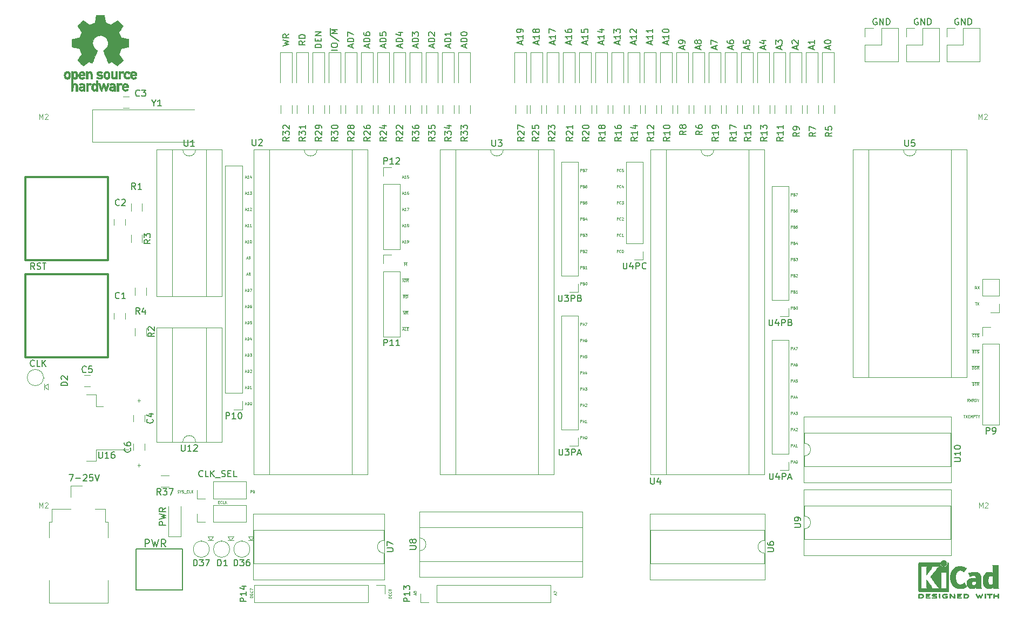
<source format=gto>
G04 #@! TF.FileFunction,Legend,Top*
%FSLAX46Y46*%
G04 Gerber Fmt 4.6, Leading zero omitted, Abs format (unit mm)*
G04 Created by KiCad (PCBNEW 4.0.3-stable) date 10/13/17 00:19:33*
%MOMM*%
%LPD*%
G01*
G04 APERTURE LIST*
%ADD10C,0.100000*%
%ADD11C,0.076200*%
%ADD12C,0.150000*%
%ADD13C,0.120000*%
%ADD14C,0.300000*%
%ADD15C,0.010000*%
G04 APERTURE END LIST*
D10*
X94767429Y-112310857D02*
X95224572Y-112310857D01*
X94996001Y-112539429D02*
X94996001Y-112082286D01*
X94767429Y-102150857D02*
X95224572Y-102150857D01*
X94996001Y-102379429D02*
X94996001Y-101922286D01*
D11*
X107419020Y-118080971D02*
X107554487Y-118080971D01*
X107612544Y-118293848D02*
X107419020Y-118293848D01*
X107419020Y-117887448D01*
X107612544Y-117887448D01*
X108018943Y-118255143D02*
X107999591Y-118274495D01*
X107941534Y-118293848D01*
X107902829Y-118293848D01*
X107844772Y-118274495D01*
X107806067Y-118235790D01*
X107786715Y-118197086D01*
X107767363Y-118119676D01*
X107767363Y-118061619D01*
X107786715Y-117984210D01*
X107806067Y-117945505D01*
X107844772Y-117906800D01*
X107902829Y-117887448D01*
X107941534Y-117887448D01*
X107999591Y-117906800D01*
X108018943Y-117926152D01*
X108386639Y-118293848D02*
X108193115Y-118293848D01*
X108193115Y-117887448D01*
X108522105Y-118293848D02*
X108522105Y-117887448D01*
X108754333Y-118293848D02*
X108580162Y-118061619D01*
X108754333Y-117887448D02*
X108522105Y-118119676D01*
X112466362Y-116642848D02*
X112466362Y-116236448D01*
X112621181Y-116236448D01*
X112659886Y-116255800D01*
X112679238Y-116275152D01*
X112698590Y-116313857D01*
X112698590Y-116371914D01*
X112679238Y-116410619D01*
X112659886Y-116429971D01*
X112621181Y-116449324D01*
X112466362Y-116449324D01*
X113008229Y-116429971D02*
X113066286Y-116449324D01*
X113085638Y-116468676D01*
X113104990Y-116507381D01*
X113104990Y-116565438D01*
X113085638Y-116604143D01*
X113066286Y-116623495D01*
X113027581Y-116642848D01*
X112872762Y-116642848D01*
X112872762Y-116236448D01*
X113008229Y-116236448D01*
X113046933Y-116255800D01*
X113066286Y-116275152D01*
X113085638Y-116313857D01*
X113085638Y-116352562D01*
X113066286Y-116391267D01*
X113046933Y-116410619D01*
X113008229Y-116429971D01*
X112872762Y-116429971D01*
X101025477Y-116623495D02*
X101083534Y-116642848D01*
X101180296Y-116642848D01*
X101219000Y-116623495D01*
X101238353Y-116604143D01*
X101257705Y-116565438D01*
X101257705Y-116526733D01*
X101238353Y-116488029D01*
X101219000Y-116468676D01*
X101180296Y-116449324D01*
X101102886Y-116429971D01*
X101064181Y-116410619D01*
X101044829Y-116391267D01*
X101025477Y-116352562D01*
X101025477Y-116313857D01*
X101044829Y-116275152D01*
X101064181Y-116255800D01*
X101102886Y-116236448D01*
X101199648Y-116236448D01*
X101257705Y-116255800D01*
X101509286Y-116449324D02*
X101509286Y-116642848D01*
X101373820Y-116236448D02*
X101509286Y-116449324D01*
X101644753Y-116236448D01*
X101760868Y-116623495D02*
X101818925Y-116642848D01*
X101915687Y-116642848D01*
X101954391Y-116623495D01*
X101973744Y-116604143D01*
X101993096Y-116565438D01*
X101993096Y-116526733D01*
X101973744Y-116488029D01*
X101954391Y-116468676D01*
X101915687Y-116449324D01*
X101838277Y-116429971D01*
X101799572Y-116410619D01*
X101780220Y-116391267D01*
X101760868Y-116352562D01*
X101760868Y-116313857D01*
X101780220Y-116275152D01*
X101799572Y-116255800D01*
X101838277Y-116236448D01*
X101935039Y-116236448D01*
X101993096Y-116255800D01*
X102070506Y-116681552D02*
X102380144Y-116681552D01*
X102709134Y-116604143D02*
X102689782Y-116623495D01*
X102631725Y-116642848D01*
X102593020Y-116642848D01*
X102534963Y-116623495D01*
X102496258Y-116584790D01*
X102476906Y-116546086D01*
X102457554Y-116468676D01*
X102457554Y-116410619D01*
X102476906Y-116333210D01*
X102496258Y-116294505D01*
X102534963Y-116255800D01*
X102593020Y-116236448D01*
X102631725Y-116236448D01*
X102689782Y-116255800D01*
X102709134Y-116275152D01*
X103076830Y-116642848D02*
X102883306Y-116642848D01*
X102883306Y-116236448D01*
X103212296Y-116642848D02*
X103212296Y-116236448D01*
X103444524Y-116642848D02*
X103270353Y-116410619D01*
X103444524Y-116236448D02*
X103212296Y-116468676D01*
X160341733Y-132624285D02*
X160341733Y-132430762D01*
X160457848Y-132662990D02*
X160051448Y-132527524D01*
X160457848Y-132392057D01*
X160051448Y-132295295D02*
X160051448Y-132024362D01*
X160457848Y-132198533D01*
X138370733Y-132624285D02*
X138370733Y-132430762D01*
X138486848Y-132662990D02*
X138080448Y-132527524D01*
X138486848Y-132392057D01*
X138080448Y-132179181D02*
X138080448Y-132140476D01*
X138099800Y-132101771D01*
X138119152Y-132082419D01*
X138157857Y-132063066D01*
X138235267Y-132043714D01*
X138332029Y-132043714D01*
X138409438Y-132063066D01*
X138448143Y-132082419D01*
X138467495Y-132101771D01*
X138486848Y-132140476D01*
X138486848Y-132179181D01*
X138467495Y-132217885D01*
X138448143Y-132237238D01*
X138409438Y-132256590D01*
X138332029Y-132275942D01*
X138235267Y-132275942D01*
X138157857Y-132256590D01*
X138119152Y-132237238D01*
X138099800Y-132217885D01*
X138080448Y-132179181D01*
X134549848Y-133148009D02*
X134143448Y-133148009D01*
X134143448Y-133051247D01*
X134162800Y-132993190D01*
X134201505Y-132954485D01*
X134240210Y-132935133D01*
X134317619Y-132915781D01*
X134375676Y-132915781D01*
X134453086Y-132935133D01*
X134491790Y-132954485D01*
X134530495Y-132993190D01*
X134549848Y-133051247D01*
X134549848Y-133148009D01*
X134336971Y-132741609D02*
X134336971Y-132606142D01*
X134549848Y-132548085D02*
X134549848Y-132741609D01*
X134143448Y-132741609D01*
X134143448Y-132548085D01*
X134511143Y-132141686D02*
X134530495Y-132161038D01*
X134549848Y-132219095D01*
X134549848Y-132257800D01*
X134530495Y-132315857D01*
X134491790Y-132354562D01*
X134453086Y-132373914D01*
X134375676Y-132393266D01*
X134317619Y-132393266D01*
X134240210Y-132373914D01*
X134201505Y-132354562D01*
X134162800Y-132315857D01*
X134143448Y-132257800D01*
X134143448Y-132219095D01*
X134162800Y-132161038D01*
X134182152Y-132141686D01*
X134143448Y-131890105D02*
X134143448Y-131851400D01*
X134162800Y-131812695D01*
X134182152Y-131793343D01*
X134220857Y-131773990D01*
X134298267Y-131754638D01*
X134395029Y-131754638D01*
X134472438Y-131773990D01*
X134511143Y-131793343D01*
X134530495Y-131812695D01*
X134549848Y-131851400D01*
X134549848Y-131890105D01*
X134530495Y-131928809D01*
X134511143Y-131948162D01*
X134472438Y-131967514D01*
X134395029Y-131986866D01*
X134298267Y-131986866D01*
X134220857Y-131967514D01*
X134182152Y-131948162D01*
X134162800Y-131928809D01*
X134143448Y-131890105D01*
X112832848Y-133021009D02*
X112426448Y-133021009D01*
X112426448Y-132924247D01*
X112445800Y-132866190D01*
X112484505Y-132827485D01*
X112523210Y-132808133D01*
X112600619Y-132788781D01*
X112658676Y-132788781D01*
X112736086Y-132808133D01*
X112774790Y-132827485D01*
X112813495Y-132866190D01*
X112832848Y-132924247D01*
X112832848Y-133021009D01*
X112619971Y-132614609D02*
X112619971Y-132479142D01*
X112832848Y-132421085D02*
X112832848Y-132614609D01*
X112426448Y-132614609D01*
X112426448Y-132421085D01*
X112794143Y-132014686D02*
X112813495Y-132034038D01*
X112832848Y-132092095D01*
X112832848Y-132130800D01*
X112813495Y-132188857D01*
X112774790Y-132227562D01*
X112736086Y-132246914D01*
X112658676Y-132266266D01*
X112600619Y-132266266D01*
X112523210Y-132246914D01*
X112484505Y-132227562D01*
X112445800Y-132188857D01*
X112426448Y-132130800D01*
X112426448Y-132092095D01*
X112445800Y-132034038D01*
X112465152Y-132014686D01*
X112426448Y-131879219D02*
X112426448Y-131608286D01*
X112832848Y-131782457D01*
X226672020Y-58025695D02*
X226672020Y-57212895D01*
X226942953Y-57793467D01*
X227213886Y-57212895D01*
X227213886Y-58025695D01*
X227562229Y-57290305D02*
X227600934Y-57251600D01*
X227678343Y-57212895D01*
X227871867Y-57212895D01*
X227949277Y-57251600D01*
X227987981Y-57290305D01*
X228026686Y-57367714D01*
X228026686Y-57445124D01*
X227987981Y-57561238D01*
X227523524Y-58025695D01*
X228026686Y-58025695D01*
X79352020Y-58025695D02*
X79352020Y-57212895D01*
X79622953Y-57793467D01*
X79893886Y-57212895D01*
X79893886Y-58025695D01*
X80242229Y-57290305D02*
X80280934Y-57251600D01*
X80358343Y-57212895D01*
X80551867Y-57212895D01*
X80629277Y-57251600D01*
X80667981Y-57290305D01*
X80706686Y-57367714D01*
X80706686Y-57445124D01*
X80667981Y-57561238D01*
X80203524Y-58025695D01*
X80706686Y-58025695D01*
X79352020Y-118985695D02*
X79352020Y-118172895D01*
X79622953Y-118753467D01*
X79893886Y-118172895D01*
X79893886Y-118985695D01*
X80242229Y-118250305D02*
X80280934Y-118211600D01*
X80358343Y-118172895D01*
X80551867Y-118172895D01*
X80629277Y-118211600D01*
X80667981Y-118250305D01*
X80706686Y-118327714D01*
X80706686Y-118405124D01*
X80667981Y-118521238D01*
X80203524Y-118985695D01*
X80706686Y-118985695D01*
X226799020Y-118985695D02*
X226799020Y-118172895D01*
X227069953Y-118753467D01*
X227340886Y-118172895D01*
X227340886Y-118985695D01*
X227689229Y-118250305D02*
X227727934Y-118211600D01*
X227805343Y-118172895D01*
X227998867Y-118172895D01*
X228076277Y-118211600D01*
X228114981Y-118250305D01*
X228153686Y-118327714D01*
X228153686Y-118405124D01*
X228114981Y-118521238D01*
X227650524Y-118985695D01*
X228153686Y-118985695D01*
X225157695Y-102291848D02*
X225022229Y-102098324D01*
X224925467Y-102291848D02*
X224925467Y-101885448D01*
X225080286Y-101885448D01*
X225118991Y-101904800D01*
X225138343Y-101924152D01*
X225157695Y-101962857D01*
X225157695Y-102020914D01*
X225138343Y-102059619D01*
X225118991Y-102078971D01*
X225080286Y-102098324D01*
X224925467Y-102098324D01*
X225293162Y-101885448D02*
X225564095Y-102291848D01*
X225564095Y-101885448D02*
X225293162Y-102291848D01*
X225951143Y-102291848D02*
X225815677Y-102098324D01*
X225718915Y-102291848D02*
X225718915Y-101885448D01*
X225873734Y-101885448D01*
X225912439Y-101904800D01*
X225931791Y-101924152D01*
X225951143Y-101962857D01*
X225951143Y-102020914D01*
X225931791Y-102059619D01*
X225912439Y-102078971D01*
X225873734Y-102098324D01*
X225718915Y-102098324D01*
X226125315Y-102291848D02*
X226125315Y-101885448D01*
X226222077Y-101885448D01*
X226280134Y-101904800D01*
X226318839Y-101943505D01*
X226338191Y-101982210D01*
X226357543Y-102059619D01*
X226357543Y-102117676D01*
X226338191Y-102195086D01*
X226318839Y-102233790D01*
X226280134Y-102272495D01*
X226222077Y-102291848D01*
X226125315Y-102291848D01*
X226609124Y-102098324D02*
X226609124Y-102291848D01*
X226473658Y-101885448D02*
X226609124Y-102098324D01*
X226744591Y-101885448D01*
X224294096Y-104425448D02*
X224526324Y-104425448D01*
X224410210Y-104831848D02*
X224410210Y-104425448D01*
X224623086Y-104425448D02*
X224894019Y-104831848D01*
X224894019Y-104425448D02*
X224623086Y-104831848D01*
X225048839Y-104618971D02*
X225184306Y-104618971D01*
X225242363Y-104831848D02*
X225048839Y-104831848D01*
X225048839Y-104425448D01*
X225242363Y-104425448D01*
X225416534Y-104831848D02*
X225416534Y-104425448D01*
X225552001Y-104715733D01*
X225687467Y-104425448D01*
X225687467Y-104831848D01*
X225880991Y-104831848D02*
X225880991Y-104425448D01*
X226035810Y-104425448D01*
X226074515Y-104444800D01*
X226093867Y-104464152D01*
X226113219Y-104502857D01*
X226113219Y-104560914D01*
X226093867Y-104599619D01*
X226074515Y-104618971D01*
X226035810Y-104638324D01*
X225880991Y-104638324D01*
X226229334Y-104425448D02*
X226461562Y-104425448D01*
X226345448Y-104831848D02*
X226345448Y-104425448D01*
X226674438Y-104638324D02*
X226674438Y-104831848D01*
X226538972Y-104425448D02*
X226674438Y-104638324D01*
X226809905Y-104425448D01*
X225683838Y-97211848D02*
X225683838Y-96805448D01*
X225780600Y-96805448D01*
X225838657Y-96824800D01*
X225877362Y-96863505D01*
X225896714Y-96902210D01*
X225916066Y-96979619D01*
X225916066Y-97037676D01*
X225896714Y-97115086D01*
X225877362Y-97153790D01*
X225838657Y-97192495D01*
X225780600Y-97211848D01*
X225683838Y-97211848D01*
X226070886Y-97192495D02*
X226128943Y-97211848D01*
X226225705Y-97211848D01*
X226264409Y-97192495D01*
X226283762Y-97173143D01*
X226303114Y-97134438D01*
X226303114Y-97095733D01*
X226283762Y-97057029D01*
X226264409Y-97037676D01*
X226225705Y-97018324D01*
X226148295Y-96998971D01*
X226109590Y-96979619D01*
X226090238Y-96960267D01*
X226070886Y-96921562D01*
X226070886Y-96882857D01*
X226090238Y-96844152D01*
X226109590Y-96824800D01*
X226148295Y-96805448D01*
X226245057Y-96805448D01*
X226303114Y-96824800D01*
X226709514Y-97211848D02*
X226574048Y-97018324D01*
X226477286Y-97211848D02*
X226477286Y-96805448D01*
X226632105Y-96805448D01*
X226670810Y-96824800D01*
X226690162Y-96844152D01*
X226709514Y-96882857D01*
X226709514Y-96940914D01*
X226690162Y-96979619D01*
X226670810Y-96998971D01*
X226632105Y-97018324D01*
X226477286Y-97018324D01*
X225587076Y-96735392D02*
X226786924Y-96735392D01*
X225722543Y-99751848D02*
X225722543Y-99345448D01*
X225819305Y-99345448D01*
X225877362Y-99364800D01*
X225916067Y-99403505D01*
X225935419Y-99442210D01*
X225954771Y-99519619D01*
X225954771Y-99577676D01*
X225935419Y-99655086D01*
X225916067Y-99693790D01*
X225877362Y-99732495D01*
X225819305Y-99751848D01*
X225722543Y-99751848D01*
X226070886Y-99345448D02*
X226303114Y-99345448D01*
X226187000Y-99751848D02*
X226187000Y-99345448D01*
X226670809Y-99751848D02*
X226535343Y-99558324D01*
X226438581Y-99751848D02*
X226438581Y-99345448D01*
X226593400Y-99345448D01*
X226632105Y-99364800D01*
X226651457Y-99384152D01*
X226670809Y-99422857D01*
X226670809Y-99480914D01*
X226651457Y-99519619D01*
X226632105Y-99538971D01*
X226593400Y-99558324D01*
X226438581Y-99558324D01*
X225625781Y-99275392D02*
X226748219Y-99275392D01*
X225964447Y-92093143D02*
X225945095Y-92112495D01*
X225887038Y-92131848D01*
X225848333Y-92131848D01*
X225790276Y-92112495D01*
X225751571Y-92073790D01*
X225732219Y-92035086D01*
X225712867Y-91957676D01*
X225712867Y-91899619D01*
X225732219Y-91822210D01*
X225751571Y-91783505D01*
X225790276Y-91744800D01*
X225848333Y-91725448D01*
X225887038Y-91725448D01*
X225945095Y-91744800D01*
X225964447Y-91764152D01*
X226080562Y-91725448D02*
X226312790Y-91725448D01*
X226196676Y-92131848D02*
X226196676Y-91725448D01*
X226428905Y-92112495D02*
X226486962Y-92131848D01*
X226583724Y-92131848D01*
X226622428Y-92112495D01*
X226641781Y-92093143D01*
X226661133Y-92054438D01*
X226661133Y-92015733D01*
X226641781Y-91977029D01*
X226622428Y-91957676D01*
X226583724Y-91938324D01*
X226506314Y-91918971D01*
X226467609Y-91899619D01*
X226448257Y-91880267D01*
X226428905Y-91841562D01*
X226428905Y-91802857D01*
X226448257Y-91764152D01*
X226467609Y-91744800D01*
X226506314Y-91725448D01*
X226603076Y-91725448D01*
X226661133Y-91744800D01*
X225635457Y-91655392D02*
X226738543Y-91655392D01*
X225964447Y-94671848D02*
X225828981Y-94478324D01*
X225732219Y-94671848D02*
X225732219Y-94265448D01*
X225887038Y-94265448D01*
X225925743Y-94284800D01*
X225945095Y-94304152D01*
X225964447Y-94342857D01*
X225964447Y-94400914D01*
X225945095Y-94439619D01*
X225925743Y-94458971D01*
X225887038Y-94478324D01*
X225732219Y-94478324D01*
X226080562Y-94265448D02*
X226312790Y-94265448D01*
X226196676Y-94671848D02*
X226196676Y-94265448D01*
X226428905Y-94652495D02*
X226486962Y-94671848D01*
X226583724Y-94671848D01*
X226622428Y-94652495D01*
X226641781Y-94633143D01*
X226661133Y-94594438D01*
X226661133Y-94555733D01*
X226641781Y-94517029D01*
X226622428Y-94497676D01*
X226583724Y-94478324D01*
X226506314Y-94458971D01*
X226467609Y-94439619D01*
X226448257Y-94420267D01*
X226428905Y-94381562D01*
X226428905Y-94342857D01*
X226448257Y-94304152D01*
X226467609Y-94284800D01*
X226506314Y-94265448D01*
X226603076Y-94265448D01*
X226661133Y-94284800D01*
X225635457Y-94195392D02*
X226738543Y-94195392D01*
X226131362Y-86772448D02*
X226363590Y-86772448D01*
X226247476Y-87178848D02*
X226247476Y-86772448D01*
X226460352Y-86772448D02*
X226731285Y-87178848D01*
X226731285Y-86772448D02*
X226460352Y-87178848D01*
X226373266Y-84638848D02*
X226237800Y-84445324D01*
X226141038Y-84638848D02*
X226141038Y-84232448D01*
X226295857Y-84232448D01*
X226334562Y-84251800D01*
X226353914Y-84271152D01*
X226373266Y-84309857D01*
X226373266Y-84367914D01*
X226353914Y-84406619D01*
X226334562Y-84425971D01*
X226295857Y-84445324D01*
X226141038Y-84445324D01*
X226508733Y-84232448D02*
X226779666Y-84638848D01*
X226779666Y-84232448D02*
X226508733Y-84638848D01*
X169930838Y-78923848D02*
X169930838Y-78517448D01*
X170085657Y-78517448D01*
X170124362Y-78536800D01*
X170143714Y-78556152D01*
X170163066Y-78594857D01*
X170163066Y-78652914D01*
X170143714Y-78691619D01*
X170124362Y-78710971D01*
X170085657Y-78730324D01*
X169930838Y-78730324D01*
X170569466Y-78885143D02*
X170550114Y-78904495D01*
X170492057Y-78923848D01*
X170453352Y-78923848D01*
X170395295Y-78904495D01*
X170356590Y-78865790D01*
X170337238Y-78827086D01*
X170317886Y-78749676D01*
X170317886Y-78691619D01*
X170337238Y-78614210D01*
X170356590Y-78575505D01*
X170395295Y-78536800D01*
X170453352Y-78517448D01*
X170492057Y-78517448D01*
X170550114Y-78536800D01*
X170569466Y-78556152D01*
X170821047Y-78517448D02*
X170859752Y-78517448D01*
X170898457Y-78536800D01*
X170917809Y-78556152D01*
X170937162Y-78594857D01*
X170956514Y-78672267D01*
X170956514Y-78769029D01*
X170937162Y-78846438D01*
X170917809Y-78885143D01*
X170898457Y-78904495D01*
X170859752Y-78923848D01*
X170821047Y-78923848D01*
X170782343Y-78904495D01*
X170762990Y-78885143D01*
X170743638Y-78846438D01*
X170724286Y-78769029D01*
X170724286Y-78672267D01*
X170743638Y-78594857D01*
X170762990Y-78556152D01*
X170782343Y-78536800D01*
X170821047Y-78517448D01*
X169930838Y-76383848D02*
X169930838Y-75977448D01*
X170085657Y-75977448D01*
X170124362Y-75996800D01*
X170143714Y-76016152D01*
X170163066Y-76054857D01*
X170163066Y-76112914D01*
X170143714Y-76151619D01*
X170124362Y-76170971D01*
X170085657Y-76190324D01*
X169930838Y-76190324D01*
X170569466Y-76345143D02*
X170550114Y-76364495D01*
X170492057Y-76383848D01*
X170453352Y-76383848D01*
X170395295Y-76364495D01*
X170356590Y-76325790D01*
X170337238Y-76287086D01*
X170317886Y-76209676D01*
X170317886Y-76151619D01*
X170337238Y-76074210D01*
X170356590Y-76035505D01*
X170395295Y-75996800D01*
X170453352Y-75977448D01*
X170492057Y-75977448D01*
X170550114Y-75996800D01*
X170569466Y-76016152D01*
X170956514Y-76383848D02*
X170724286Y-76383848D01*
X170840400Y-76383848D02*
X170840400Y-75977448D01*
X170801695Y-76035505D01*
X170762990Y-76074210D01*
X170724286Y-76093562D01*
X169930838Y-73843848D02*
X169930838Y-73437448D01*
X170085657Y-73437448D01*
X170124362Y-73456800D01*
X170143714Y-73476152D01*
X170163066Y-73514857D01*
X170163066Y-73572914D01*
X170143714Y-73611619D01*
X170124362Y-73630971D01*
X170085657Y-73650324D01*
X169930838Y-73650324D01*
X170569466Y-73805143D02*
X170550114Y-73824495D01*
X170492057Y-73843848D01*
X170453352Y-73843848D01*
X170395295Y-73824495D01*
X170356590Y-73785790D01*
X170337238Y-73747086D01*
X170317886Y-73669676D01*
X170317886Y-73611619D01*
X170337238Y-73534210D01*
X170356590Y-73495505D01*
X170395295Y-73456800D01*
X170453352Y-73437448D01*
X170492057Y-73437448D01*
X170550114Y-73456800D01*
X170569466Y-73476152D01*
X170724286Y-73476152D02*
X170743638Y-73456800D01*
X170782343Y-73437448D01*
X170879105Y-73437448D01*
X170917809Y-73456800D01*
X170937162Y-73476152D01*
X170956514Y-73514857D01*
X170956514Y-73553562D01*
X170937162Y-73611619D01*
X170704933Y-73843848D01*
X170956514Y-73843848D01*
X169930838Y-71303848D02*
X169930838Y-70897448D01*
X170085657Y-70897448D01*
X170124362Y-70916800D01*
X170143714Y-70936152D01*
X170163066Y-70974857D01*
X170163066Y-71032914D01*
X170143714Y-71071619D01*
X170124362Y-71090971D01*
X170085657Y-71110324D01*
X169930838Y-71110324D01*
X170569466Y-71265143D02*
X170550114Y-71284495D01*
X170492057Y-71303848D01*
X170453352Y-71303848D01*
X170395295Y-71284495D01*
X170356590Y-71245790D01*
X170337238Y-71207086D01*
X170317886Y-71129676D01*
X170317886Y-71071619D01*
X170337238Y-70994210D01*
X170356590Y-70955505D01*
X170395295Y-70916800D01*
X170453352Y-70897448D01*
X170492057Y-70897448D01*
X170550114Y-70916800D01*
X170569466Y-70936152D01*
X170704933Y-70897448D02*
X170956514Y-70897448D01*
X170821047Y-71052267D01*
X170879105Y-71052267D01*
X170917809Y-71071619D01*
X170937162Y-71090971D01*
X170956514Y-71129676D01*
X170956514Y-71226438D01*
X170937162Y-71265143D01*
X170917809Y-71284495D01*
X170879105Y-71303848D01*
X170762990Y-71303848D01*
X170724286Y-71284495D01*
X170704933Y-71265143D01*
X169930838Y-68763848D02*
X169930838Y-68357448D01*
X170085657Y-68357448D01*
X170124362Y-68376800D01*
X170143714Y-68396152D01*
X170163066Y-68434857D01*
X170163066Y-68492914D01*
X170143714Y-68531619D01*
X170124362Y-68550971D01*
X170085657Y-68570324D01*
X169930838Y-68570324D01*
X170569466Y-68725143D02*
X170550114Y-68744495D01*
X170492057Y-68763848D01*
X170453352Y-68763848D01*
X170395295Y-68744495D01*
X170356590Y-68705790D01*
X170337238Y-68667086D01*
X170317886Y-68589676D01*
X170317886Y-68531619D01*
X170337238Y-68454210D01*
X170356590Y-68415505D01*
X170395295Y-68376800D01*
X170453352Y-68357448D01*
X170492057Y-68357448D01*
X170550114Y-68376800D01*
X170569466Y-68396152D01*
X170917809Y-68492914D02*
X170917809Y-68763848D01*
X170821047Y-68338095D02*
X170724286Y-68628381D01*
X170975866Y-68628381D01*
X169930838Y-66223848D02*
X169930838Y-65817448D01*
X170085657Y-65817448D01*
X170124362Y-65836800D01*
X170143714Y-65856152D01*
X170163066Y-65894857D01*
X170163066Y-65952914D01*
X170143714Y-65991619D01*
X170124362Y-66010971D01*
X170085657Y-66030324D01*
X169930838Y-66030324D01*
X170569466Y-66185143D02*
X170550114Y-66204495D01*
X170492057Y-66223848D01*
X170453352Y-66223848D01*
X170395295Y-66204495D01*
X170356590Y-66165790D01*
X170337238Y-66127086D01*
X170317886Y-66049676D01*
X170317886Y-65991619D01*
X170337238Y-65914210D01*
X170356590Y-65875505D01*
X170395295Y-65836800D01*
X170453352Y-65817448D01*
X170492057Y-65817448D01*
X170550114Y-65836800D01*
X170569466Y-65856152D01*
X170937162Y-65817448D02*
X170743638Y-65817448D01*
X170724286Y-66010971D01*
X170743638Y-65991619D01*
X170782343Y-65972267D01*
X170879105Y-65972267D01*
X170917809Y-65991619D01*
X170937162Y-66010971D01*
X170956514Y-66049676D01*
X170956514Y-66146438D01*
X170937162Y-66185143D01*
X170917809Y-66204495D01*
X170879105Y-66223848D01*
X170782343Y-66223848D01*
X170743638Y-66204495D01*
X170724286Y-66185143D01*
X197235838Y-70033848D02*
X197235838Y-69627448D01*
X197390657Y-69627448D01*
X197429362Y-69646800D01*
X197448714Y-69666152D01*
X197468066Y-69704857D01*
X197468066Y-69762914D01*
X197448714Y-69801619D01*
X197429362Y-69820971D01*
X197390657Y-69840324D01*
X197235838Y-69840324D01*
X197777705Y-69820971D02*
X197835762Y-69840324D01*
X197855114Y-69859676D01*
X197874466Y-69898381D01*
X197874466Y-69956438D01*
X197855114Y-69995143D01*
X197835762Y-70014495D01*
X197797057Y-70033848D01*
X197642238Y-70033848D01*
X197642238Y-69627448D01*
X197777705Y-69627448D01*
X197816409Y-69646800D01*
X197835762Y-69666152D01*
X197855114Y-69704857D01*
X197855114Y-69743562D01*
X197835762Y-69782267D01*
X197816409Y-69801619D01*
X197777705Y-69820971D01*
X197642238Y-69820971D01*
X198009933Y-69627448D02*
X198280866Y-69627448D01*
X198106695Y-70033848D01*
X197235838Y-72573848D02*
X197235838Y-72167448D01*
X197390657Y-72167448D01*
X197429362Y-72186800D01*
X197448714Y-72206152D01*
X197468066Y-72244857D01*
X197468066Y-72302914D01*
X197448714Y-72341619D01*
X197429362Y-72360971D01*
X197390657Y-72380324D01*
X197235838Y-72380324D01*
X197777705Y-72360971D02*
X197835762Y-72380324D01*
X197855114Y-72399676D01*
X197874466Y-72438381D01*
X197874466Y-72496438D01*
X197855114Y-72535143D01*
X197835762Y-72554495D01*
X197797057Y-72573848D01*
X197642238Y-72573848D01*
X197642238Y-72167448D01*
X197777705Y-72167448D01*
X197816409Y-72186800D01*
X197835762Y-72206152D01*
X197855114Y-72244857D01*
X197855114Y-72283562D01*
X197835762Y-72322267D01*
X197816409Y-72341619D01*
X197777705Y-72360971D01*
X197642238Y-72360971D01*
X198222809Y-72167448D02*
X198145400Y-72167448D01*
X198106695Y-72186800D01*
X198087343Y-72206152D01*
X198048638Y-72264210D01*
X198029286Y-72341619D01*
X198029286Y-72496438D01*
X198048638Y-72535143D01*
X198067990Y-72554495D01*
X198106695Y-72573848D01*
X198184105Y-72573848D01*
X198222809Y-72554495D01*
X198242162Y-72535143D01*
X198261514Y-72496438D01*
X198261514Y-72399676D01*
X198242162Y-72360971D01*
X198222809Y-72341619D01*
X198184105Y-72322267D01*
X198106695Y-72322267D01*
X198067990Y-72341619D01*
X198048638Y-72360971D01*
X198029286Y-72399676D01*
X197235838Y-75113848D02*
X197235838Y-74707448D01*
X197390657Y-74707448D01*
X197429362Y-74726800D01*
X197448714Y-74746152D01*
X197468066Y-74784857D01*
X197468066Y-74842914D01*
X197448714Y-74881619D01*
X197429362Y-74900971D01*
X197390657Y-74920324D01*
X197235838Y-74920324D01*
X197777705Y-74900971D02*
X197835762Y-74920324D01*
X197855114Y-74939676D01*
X197874466Y-74978381D01*
X197874466Y-75036438D01*
X197855114Y-75075143D01*
X197835762Y-75094495D01*
X197797057Y-75113848D01*
X197642238Y-75113848D01*
X197642238Y-74707448D01*
X197777705Y-74707448D01*
X197816409Y-74726800D01*
X197835762Y-74746152D01*
X197855114Y-74784857D01*
X197855114Y-74823562D01*
X197835762Y-74862267D01*
X197816409Y-74881619D01*
X197777705Y-74900971D01*
X197642238Y-74900971D01*
X198242162Y-74707448D02*
X198048638Y-74707448D01*
X198029286Y-74900971D01*
X198048638Y-74881619D01*
X198087343Y-74862267D01*
X198184105Y-74862267D01*
X198222809Y-74881619D01*
X198242162Y-74900971D01*
X198261514Y-74939676D01*
X198261514Y-75036438D01*
X198242162Y-75075143D01*
X198222809Y-75094495D01*
X198184105Y-75113848D01*
X198087343Y-75113848D01*
X198048638Y-75094495D01*
X198029286Y-75075143D01*
X197235838Y-77653848D02*
X197235838Y-77247448D01*
X197390657Y-77247448D01*
X197429362Y-77266800D01*
X197448714Y-77286152D01*
X197468066Y-77324857D01*
X197468066Y-77382914D01*
X197448714Y-77421619D01*
X197429362Y-77440971D01*
X197390657Y-77460324D01*
X197235838Y-77460324D01*
X197777705Y-77440971D02*
X197835762Y-77460324D01*
X197855114Y-77479676D01*
X197874466Y-77518381D01*
X197874466Y-77576438D01*
X197855114Y-77615143D01*
X197835762Y-77634495D01*
X197797057Y-77653848D01*
X197642238Y-77653848D01*
X197642238Y-77247448D01*
X197777705Y-77247448D01*
X197816409Y-77266800D01*
X197835762Y-77286152D01*
X197855114Y-77324857D01*
X197855114Y-77363562D01*
X197835762Y-77402267D01*
X197816409Y-77421619D01*
X197777705Y-77440971D01*
X197642238Y-77440971D01*
X198222809Y-77382914D02*
X198222809Y-77653848D01*
X198126047Y-77228095D02*
X198029286Y-77518381D01*
X198280866Y-77518381D01*
X197235838Y-80193848D02*
X197235838Y-79787448D01*
X197390657Y-79787448D01*
X197429362Y-79806800D01*
X197448714Y-79826152D01*
X197468066Y-79864857D01*
X197468066Y-79922914D01*
X197448714Y-79961619D01*
X197429362Y-79980971D01*
X197390657Y-80000324D01*
X197235838Y-80000324D01*
X197777705Y-79980971D02*
X197835762Y-80000324D01*
X197855114Y-80019676D01*
X197874466Y-80058381D01*
X197874466Y-80116438D01*
X197855114Y-80155143D01*
X197835762Y-80174495D01*
X197797057Y-80193848D01*
X197642238Y-80193848D01*
X197642238Y-79787448D01*
X197777705Y-79787448D01*
X197816409Y-79806800D01*
X197835762Y-79826152D01*
X197855114Y-79864857D01*
X197855114Y-79903562D01*
X197835762Y-79942267D01*
X197816409Y-79961619D01*
X197777705Y-79980971D01*
X197642238Y-79980971D01*
X198009933Y-79787448D02*
X198261514Y-79787448D01*
X198126047Y-79942267D01*
X198184105Y-79942267D01*
X198222809Y-79961619D01*
X198242162Y-79980971D01*
X198261514Y-80019676D01*
X198261514Y-80116438D01*
X198242162Y-80155143D01*
X198222809Y-80174495D01*
X198184105Y-80193848D01*
X198067990Y-80193848D01*
X198029286Y-80174495D01*
X198009933Y-80155143D01*
X197235838Y-82733848D02*
X197235838Y-82327448D01*
X197390657Y-82327448D01*
X197429362Y-82346800D01*
X197448714Y-82366152D01*
X197468066Y-82404857D01*
X197468066Y-82462914D01*
X197448714Y-82501619D01*
X197429362Y-82520971D01*
X197390657Y-82540324D01*
X197235838Y-82540324D01*
X197777705Y-82520971D02*
X197835762Y-82540324D01*
X197855114Y-82559676D01*
X197874466Y-82598381D01*
X197874466Y-82656438D01*
X197855114Y-82695143D01*
X197835762Y-82714495D01*
X197797057Y-82733848D01*
X197642238Y-82733848D01*
X197642238Y-82327448D01*
X197777705Y-82327448D01*
X197816409Y-82346800D01*
X197835762Y-82366152D01*
X197855114Y-82404857D01*
X197855114Y-82443562D01*
X197835762Y-82482267D01*
X197816409Y-82501619D01*
X197777705Y-82520971D01*
X197642238Y-82520971D01*
X198029286Y-82366152D02*
X198048638Y-82346800D01*
X198087343Y-82327448D01*
X198184105Y-82327448D01*
X198222809Y-82346800D01*
X198242162Y-82366152D01*
X198261514Y-82404857D01*
X198261514Y-82443562D01*
X198242162Y-82501619D01*
X198009933Y-82733848D01*
X198261514Y-82733848D01*
X197235838Y-85273848D02*
X197235838Y-84867448D01*
X197390657Y-84867448D01*
X197429362Y-84886800D01*
X197448714Y-84906152D01*
X197468066Y-84944857D01*
X197468066Y-85002914D01*
X197448714Y-85041619D01*
X197429362Y-85060971D01*
X197390657Y-85080324D01*
X197235838Y-85080324D01*
X197777705Y-85060971D02*
X197835762Y-85080324D01*
X197855114Y-85099676D01*
X197874466Y-85138381D01*
X197874466Y-85196438D01*
X197855114Y-85235143D01*
X197835762Y-85254495D01*
X197797057Y-85273848D01*
X197642238Y-85273848D01*
X197642238Y-84867448D01*
X197777705Y-84867448D01*
X197816409Y-84886800D01*
X197835762Y-84906152D01*
X197855114Y-84944857D01*
X197855114Y-84983562D01*
X197835762Y-85022267D01*
X197816409Y-85041619D01*
X197777705Y-85060971D01*
X197642238Y-85060971D01*
X198261514Y-85273848D02*
X198029286Y-85273848D01*
X198145400Y-85273848D02*
X198145400Y-84867448D01*
X198106695Y-84925505D01*
X198067990Y-84964210D01*
X198029286Y-84983562D01*
X197235838Y-87813848D02*
X197235838Y-87407448D01*
X197390657Y-87407448D01*
X197429362Y-87426800D01*
X197448714Y-87446152D01*
X197468066Y-87484857D01*
X197468066Y-87542914D01*
X197448714Y-87581619D01*
X197429362Y-87600971D01*
X197390657Y-87620324D01*
X197235838Y-87620324D01*
X197777705Y-87600971D02*
X197835762Y-87620324D01*
X197855114Y-87639676D01*
X197874466Y-87678381D01*
X197874466Y-87736438D01*
X197855114Y-87775143D01*
X197835762Y-87794495D01*
X197797057Y-87813848D01*
X197642238Y-87813848D01*
X197642238Y-87407448D01*
X197777705Y-87407448D01*
X197816409Y-87426800D01*
X197835762Y-87446152D01*
X197855114Y-87484857D01*
X197855114Y-87523562D01*
X197835762Y-87562267D01*
X197816409Y-87581619D01*
X197777705Y-87600971D01*
X197642238Y-87600971D01*
X198126047Y-87407448D02*
X198164752Y-87407448D01*
X198203457Y-87426800D01*
X198222809Y-87446152D01*
X198242162Y-87484857D01*
X198261514Y-87562267D01*
X198261514Y-87659029D01*
X198242162Y-87736438D01*
X198222809Y-87775143D01*
X198203457Y-87794495D01*
X198164752Y-87813848D01*
X198126047Y-87813848D01*
X198087343Y-87794495D01*
X198067990Y-87775143D01*
X198048638Y-87736438D01*
X198029286Y-87659029D01*
X198029286Y-87562267D01*
X198048638Y-87484857D01*
X198067990Y-87446152D01*
X198087343Y-87426800D01*
X198126047Y-87407448D01*
X197264867Y-111943848D02*
X197264867Y-111537448D01*
X197419686Y-111537448D01*
X197458391Y-111556800D01*
X197477743Y-111576152D01*
X197497095Y-111614857D01*
X197497095Y-111672914D01*
X197477743Y-111711619D01*
X197458391Y-111730971D01*
X197419686Y-111750324D01*
X197264867Y-111750324D01*
X197651915Y-111827733D02*
X197845438Y-111827733D01*
X197613210Y-111943848D02*
X197748676Y-111537448D01*
X197884143Y-111943848D01*
X198097019Y-111537448D02*
X198135724Y-111537448D01*
X198174429Y-111556800D01*
X198193781Y-111576152D01*
X198213134Y-111614857D01*
X198232486Y-111692267D01*
X198232486Y-111789029D01*
X198213134Y-111866438D01*
X198193781Y-111905143D01*
X198174429Y-111924495D01*
X198135724Y-111943848D01*
X198097019Y-111943848D01*
X198058315Y-111924495D01*
X198038962Y-111905143D01*
X198019610Y-111866438D01*
X198000258Y-111789029D01*
X198000258Y-111692267D01*
X198019610Y-111614857D01*
X198038962Y-111576152D01*
X198058315Y-111556800D01*
X198097019Y-111537448D01*
X197264867Y-109403848D02*
X197264867Y-108997448D01*
X197419686Y-108997448D01*
X197458391Y-109016800D01*
X197477743Y-109036152D01*
X197497095Y-109074857D01*
X197497095Y-109132914D01*
X197477743Y-109171619D01*
X197458391Y-109190971D01*
X197419686Y-109210324D01*
X197264867Y-109210324D01*
X197651915Y-109287733D02*
X197845438Y-109287733D01*
X197613210Y-109403848D02*
X197748676Y-108997448D01*
X197884143Y-109403848D01*
X198232486Y-109403848D02*
X198000258Y-109403848D01*
X198116372Y-109403848D02*
X198116372Y-108997448D01*
X198077667Y-109055505D01*
X198038962Y-109094210D01*
X198000258Y-109113562D01*
X197264867Y-106863848D02*
X197264867Y-106457448D01*
X197419686Y-106457448D01*
X197458391Y-106476800D01*
X197477743Y-106496152D01*
X197497095Y-106534857D01*
X197497095Y-106592914D01*
X197477743Y-106631619D01*
X197458391Y-106650971D01*
X197419686Y-106670324D01*
X197264867Y-106670324D01*
X197651915Y-106747733D02*
X197845438Y-106747733D01*
X197613210Y-106863848D02*
X197748676Y-106457448D01*
X197884143Y-106863848D01*
X198000258Y-106496152D02*
X198019610Y-106476800D01*
X198058315Y-106457448D01*
X198155077Y-106457448D01*
X198193781Y-106476800D01*
X198213134Y-106496152D01*
X198232486Y-106534857D01*
X198232486Y-106573562D01*
X198213134Y-106631619D01*
X197980905Y-106863848D01*
X198232486Y-106863848D01*
X197264867Y-104323848D02*
X197264867Y-103917448D01*
X197419686Y-103917448D01*
X197458391Y-103936800D01*
X197477743Y-103956152D01*
X197497095Y-103994857D01*
X197497095Y-104052914D01*
X197477743Y-104091619D01*
X197458391Y-104110971D01*
X197419686Y-104130324D01*
X197264867Y-104130324D01*
X197651915Y-104207733D02*
X197845438Y-104207733D01*
X197613210Y-104323848D02*
X197748676Y-103917448D01*
X197884143Y-104323848D01*
X197980905Y-103917448D02*
X198232486Y-103917448D01*
X198097019Y-104072267D01*
X198155077Y-104072267D01*
X198193781Y-104091619D01*
X198213134Y-104110971D01*
X198232486Y-104149676D01*
X198232486Y-104246438D01*
X198213134Y-104285143D01*
X198193781Y-104304495D01*
X198155077Y-104323848D01*
X198038962Y-104323848D01*
X198000258Y-104304495D01*
X197980905Y-104285143D01*
X197264867Y-101783848D02*
X197264867Y-101377448D01*
X197419686Y-101377448D01*
X197458391Y-101396800D01*
X197477743Y-101416152D01*
X197497095Y-101454857D01*
X197497095Y-101512914D01*
X197477743Y-101551619D01*
X197458391Y-101570971D01*
X197419686Y-101590324D01*
X197264867Y-101590324D01*
X197651915Y-101667733D02*
X197845438Y-101667733D01*
X197613210Y-101783848D02*
X197748676Y-101377448D01*
X197884143Y-101783848D01*
X198193781Y-101512914D02*
X198193781Y-101783848D01*
X198097019Y-101358095D02*
X198000258Y-101648381D01*
X198251838Y-101648381D01*
X197264867Y-99243848D02*
X197264867Y-98837448D01*
X197419686Y-98837448D01*
X197458391Y-98856800D01*
X197477743Y-98876152D01*
X197497095Y-98914857D01*
X197497095Y-98972914D01*
X197477743Y-99011619D01*
X197458391Y-99030971D01*
X197419686Y-99050324D01*
X197264867Y-99050324D01*
X197651915Y-99127733D02*
X197845438Y-99127733D01*
X197613210Y-99243848D02*
X197748676Y-98837448D01*
X197884143Y-99243848D01*
X198213134Y-98837448D02*
X198019610Y-98837448D01*
X198000258Y-99030971D01*
X198019610Y-99011619D01*
X198058315Y-98992267D01*
X198155077Y-98992267D01*
X198193781Y-99011619D01*
X198213134Y-99030971D01*
X198232486Y-99069676D01*
X198232486Y-99166438D01*
X198213134Y-99205143D01*
X198193781Y-99224495D01*
X198155077Y-99243848D01*
X198058315Y-99243848D01*
X198019610Y-99224495D01*
X198000258Y-99205143D01*
X197264867Y-96703848D02*
X197264867Y-96297448D01*
X197419686Y-96297448D01*
X197458391Y-96316800D01*
X197477743Y-96336152D01*
X197497095Y-96374857D01*
X197497095Y-96432914D01*
X197477743Y-96471619D01*
X197458391Y-96490971D01*
X197419686Y-96510324D01*
X197264867Y-96510324D01*
X197651915Y-96587733D02*
X197845438Y-96587733D01*
X197613210Y-96703848D02*
X197748676Y-96297448D01*
X197884143Y-96703848D01*
X198193781Y-96297448D02*
X198116372Y-96297448D01*
X198077667Y-96316800D01*
X198058315Y-96336152D01*
X198019610Y-96394210D01*
X198000258Y-96471619D01*
X198000258Y-96626438D01*
X198019610Y-96665143D01*
X198038962Y-96684495D01*
X198077667Y-96703848D01*
X198155077Y-96703848D01*
X198193781Y-96684495D01*
X198213134Y-96665143D01*
X198232486Y-96626438D01*
X198232486Y-96529676D01*
X198213134Y-96490971D01*
X198193781Y-96471619D01*
X198155077Y-96452267D01*
X198077667Y-96452267D01*
X198038962Y-96471619D01*
X198019610Y-96490971D01*
X198000258Y-96529676D01*
X197264867Y-94163848D02*
X197264867Y-93757448D01*
X197419686Y-93757448D01*
X197458391Y-93776800D01*
X197477743Y-93796152D01*
X197497095Y-93834857D01*
X197497095Y-93892914D01*
X197477743Y-93931619D01*
X197458391Y-93950971D01*
X197419686Y-93970324D01*
X197264867Y-93970324D01*
X197651915Y-94047733D02*
X197845438Y-94047733D01*
X197613210Y-94163848D02*
X197748676Y-93757448D01*
X197884143Y-94163848D01*
X197980905Y-93757448D02*
X198251838Y-93757448D01*
X198077667Y-94163848D01*
X164244867Y-90353848D02*
X164244867Y-89947448D01*
X164399686Y-89947448D01*
X164438391Y-89966800D01*
X164457743Y-89986152D01*
X164477095Y-90024857D01*
X164477095Y-90082914D01*
X164457743Y-90121619D01*
X164438391Y-90140971D01*
X164399686Y-90160324D01*
X164244867Y-90160324D01*
X164631915Y-90237733D02*
X164825438Y-90237733D01*
X164593210Y-90353848D02*
X164728676Y-89947448D01*
X164864143Y-90353848D01*
X164960905Y-89947448D02*
X165231838Y-89947448D01*
X165057667Y-90353848D01*
X164244867Y-92893848D02*
X164244867Y-92487448D01*
X164399686Y-92487448D01*
X164438391Y-92506800D01*
X164457743Y-92526152D01*
X164477095Y-92564857D01*
X164477095Y-92622914D01*
X164457743Y-92661619D01*
X164438391Y-92680971D01*
X164399686Y-92700324D01*
X164244867Y-92700324D01*
X164631915Y-92777733D02*
X164825438Y-92777733D01*
X164593210Y-92893848D02*
X164728676Y-92487448D01*
X164864143Y-92893848D01*
X165173781Y-92487448D02*
X165096372Y-92487448D01*
X165057667Y-92506800D01*
X165038315Y-92526152D01*
X164999610Y-92584210D01*
X164980258Y-92661619D01*
X164980258Y-92816438D01*
X164999610Y-92855143D01*
X165018962Y-92874495D01*
X165057667Y-92893848D01*
X165135077Y-92893848D01*
X165173781Y-92874495D01*
X165193134Y-92855143D01*
X165212486Y-92816438D01*
X165212486Y-92719676D01*
X165193134Y-92680971D01*
X165173781Y-92661619D01*
X165135077Y-92642267D01*
X165057667Y-92642267D01*
X165018962Y-92661619D01*
X164999610Y-92680971D01*
X164980258Y-92719676D01*
X164244867Y-95433848D02*
X164244867Y-95027448D01*
X164399686Y-95027448D01*
X164438391Y-95046800D01*
X164457743Y-95066152D01*
X164477095Y-95104857D01*
X164477095Y-95162914D01*
X164457743Y-95201619D01*
X164438391Y-95220971D01*
X164399686Y-95240324D01*
X164244867Y-95240324D01*
X164631915Y-95317733D02*
X164825438Y-95317733D01*
X164593210Y-95433848D02*
X164728676Y-95027448D01*
X164864143Y-95433848D01*
X165193134Y-95027448D02*
X164999610Y-95027448D01*
X164980258Y-95220971D01*
X164999610Y-95201619D01*
X165038315Y-95182267D01*
X165135077Y-95182267D01*
X165173781Y-95201619D01*
X165193134Y-95220971D01*
X165212486Y-95259676D01*
X165212486Y-95356438D01*
X165193134Y-95395143D01*
X165173781Y-95414495D01*
X165135077Y-95433848D01*
X165038315Y-95433848D01*
X164999610Y-95414495D01*
X164980258Y-95395143D01*
X164244867Y-97973848D02*
X164244867Y-97567448D01*
X164399686Y-97567448D01*
X164438391Y-97586800D01*
X164457743Y-97606152D01*
X164477095Y-97644857D01*
X164477095Y-97702914D01*
X164457743Y-97741619D01*
X164438391Y-97760971D01*
X164399686Y-97780324D01*
X164244867Y-97780324D01*
X164631915Y-97857733D02*
X164825438Y-97857733D01*
X164593210Y-97973848D02*
X164728676Y-97567448D01*
X164864143Y-97973848D01*
X165173781Y-97702914D02*
X165173781Y-97973848D01*
X165077019Y-97548095D02*
X164980258Y-97838381D01*
X165231838Y-97838381D01*
X164244867Y-100513848D02*
X164244867Y-100107448D01*
X164399686Y-100107448D01*
X164438391Y-100126800D01*
X164457743Y-100146152D01*
X164477095Y-100184857D01*
X164477095Y-100242914D01*
X164457743Y-100281619D01*
X164438391Y-100300971D01*
X164399686Y-100320324D01*
X164244867Y-100320324D01*
X164631915Y-100397733D02*
X164825438Y-100397733D01*
X164593210Y-100513848D02*
X164728676Y-100107448D01*
X164864143Y-100513848D01*
X164960905Y-100107448D02*
X165212486Y-100107448D01*
X165077019Y-100262267D01*
X165135077Y-100262267D01*
X165173781Y-100281619D01*
X165193134Y-100300971D01*
X165212486Y-100339676D01*
X165212486Y-100436438D01*
X165193134Y-100475143D01*
X165173781Y-100494495D01*
X165135077Y-100513848D01*
X165018962Y-100513848D01*
X164980258Y-100494495D01*
X164960905Y-100475143D01*
X164244867Y-103053848D02*
X164244867Y-102647448D01*
X164399686Y-102647448D01*
X164438391Y-102666800D01*
X164457743Y-102686152D01*
X164477095Y-102724857D01*
X164477095Y-102782914D01*
X164457743Y-102821619D01*
X164438391Y-102840971D01*
X164399686Y-102860324D01*
X164244867Y-102860324D01*
X164631915Y-102937733D02*
X164825438Y-102937733D01*
X164593210Y-103053848D02*
X164728676Y-102647448D01*
X164864143Y-103053848D01*
X164980258Y-102686152D02*
X164999610Y-102666800D01*
X165038315Y-102647448D01*
X165135077Y-102647448D01*
X165173781Y-102666800D01*
X165193134Y-102686152D01*
X165212486Y-102724857D01*
X165212486Y-102763562D01*
X165193134Y-102821619D01*
X164960905Y-103053848D01*
X165212486Y-103053848D01*
X164244867Y-105593848D02*
X164244867Y-105187448D01*
X164399686Y-105187448D01*
X164438391Y-105206800D01*
X164457743Y-105226152D01*
X164477095Y-105264857D01*
X164477095Y-105322914D01*
X164457743Y-105361619D01*
X164438391Y-105380971D01*
X164399686Y-105400324D01*
X164244867Y-105400324D01*
X164631915Y-105477733D02*
X164825438Y-105477733D01*
X164593210Y-105593848D02*
X164728676Y-105187448D01*
X164864143Y-105593848D01*
X165212486Y-105593848D02*
X164980258Y-105593848D01*
X165096372Y-105593848D02*
X165096372Y-105187448D01*
X165057667Y-105245505D01*
X165018962Y-105284210D01*
X164980258Y-105303562D01*
X164244867Y-108133848D02*
X164244867Y-107727448D01*
X164399686Y-107727448D01*
X164438391Y-107746800D01*
X164457743Y-107766152D01*
X164477095Y-107804857D01*
X164477095Y-107862914D01*
X164457743Y-107901619D01*
X164438391Y-107920971D01*
X164399686Y-107940324D01*
X164244867Y-107940324D01*
X164631915Y-108017733D02*
X164825438Y-108017733D01*
X164593210Y-108133848D02*
X164728676Y-107727448D01*
X164864143Y-108133848D01*
X165077019Y-107727448D02*
X165115724Y-107727448D01*
X165154429Y-107746800D01*
X165173781Y-107766152D01*
X165193134Y-107804857D01*
X165212486Y-107882267D01*
X165212486Y-107979029D01*
X165193134Y-108056438D01*
X165173781Y-108095143D01*
X165154429Y-108114495D01*
X165115724Y-108133848D01*
X165077019Y-108133848D01*
X165038315Y-108114495D01*
X165018962Y-108095143D01*
X164999610Y-108056438D01*
X164980258Y-107979029D01*
X164980258Y-107882267D01*
X164999610Y-107804857D01*
X165018962Y-107766152D01*
X165038315Y-107746800D01*
X165077019Y-107727448D01*
X164215838Y-84003848D02*
X164215838Y-83597448D01*
X164370657Y-83597448D01*
X164409362Y-83616800D01*
X164428714Y-83636152D01*
X164448066Y-83674857D01*
X164448066Y-83732914D01*
X164428714Y-83771619D01*
X164409362Y-83790971D01*
X164370657Y-83810324D01*
X164215838Y-83810324D01*
X164757705Y-83790971D02*
X164815762Y-83810324D01*
X164835114Y-83829676D01*
X164854466Y-83868381D01*
X164854466Y-83926438D01*
X164835114Y-83965143D01*
X164815762Y-83984495D01*
X164777057Y-84003848D01*
X164622238Y-84003848D01*
X164622238Y-83597448D01*
X164757705Y-83597448D01*
X164796409Y-83616800D01*
X164815762Y-83636152D01*
X164835114Y-83674857D01*
X164835114Y-83713562D01*
X164815762Y-83752267D01*
X164796409Y-83771619D01*
X164757705Y-83790971D01*
X164622238Y-83790971D01*
X165106047Y-83597448D02*
X165144752Y-83597448D01*
X165183457Y-83616800D01*
X165202809Y-83636152D01*
X165222162Y-83674857D01*
X165241514Y-83752267D01*
X165241514Y-83849029D01*
X165222162Y-83926438D01*
X165202809Y-83965143D01*
X165183457Y-83984495D01*
X165144752Y-84003848D01*
X165106047Y-84003848D01*
X165067343Y-83984495D01*
X165047990Y-83965143D01*
X165028638Y-83926438D01*
X165009286Y-83849029D01*
X165009286Y-83752267D01*
X165028638Y-83674857D01*
X165047990Y-83636152D01*
X165067343Y-83616800D01*
X165106047Y-83597448D01*
X164215838Y-81463848D02*
X164215838Y-81057448D01*
X164370657Y-81057448D01*
X164409362Y-81076800D01*
X164428714Y-81096152D01*
X164448066Y-81134857D01*
X164448066Y-81192914D01*
X164428714Y-81231619D01*
X164409362Y-81250971D01*
X164370657Y-81270324D01*
X164215838Y-81270324D01*
X164757705Y-81250971D02*
X164815762Y-81270324D01*
X164835114Y-81289676D01*
X164854466Y-81328381D01*
X164854466Y-81386438D01*
X164835114Y-81425143D01*
X164815762Y-81444495D01*
X164777057Y-81463848D01*
X164622238Y-81463848D01*
X164622238Y-81057448D01*
X164757705Y-81057448D01*
X164796409Y-81076800D01*
X164815762Y-81096152D01*
X164835114Y-81134857D01*
X164835114Y-81173562D01*
X164815762Y-81212267D01*
X164796409Y-81231619D01*
X164757705Y-81250971D01*
X164622238Y-81250971D01*
X165241514Y-81463848D02*
X165009286Y-81463848D01*
X165125400Y-81463848D02*
X165125400Y-81057448D01*
X165086695Y-81115505D01*
X165047990Y-81154210D01*
X165009286Y-81173562D01*
X164215838Y-78923848D02*
X164215838Y-78517448D01*
X164370657Y-78517448D01*
X164409362Y-78536800D01*
X164428714Y-78556152D01*
X164448066Y-78594857D01*
X164448066Y-78652914D01*
X164428714Y-78691619D01*
X164409362Y-78710971D01*
X164370657Y-78730324D01*
X164215838Y-78730324D01*
X164757705Y-78710971D02*
X164815762Y-78730324D01*
X164835114Y-78749676D01*
X164854466Y-78788381D01*
X164854466Y-78846438D01*
X164835114Y-78885143D01*
X164815762Y-78904495D01*
X164777057Y-78923848D01*
X164622238Y-78923848D01*
X164622238Y-78517448D01*
X164757705Y-78517448D01*
X164796409Y-78536800D01*
X164815762Y-78556152D01*
X164835114Y-78594857D01*
X164835114Y-78633562D01*
X164815762Y-78672267D01*
X164796409Y-78691619D01*
X164757705Y-78710971D01*
X164622238Y-78710971D01*
X165009286Y-78556152D02*
X165028638Y-78536800D01*
X165067343Y-78517448D01*
X165164105Y-78517448D01*
X165202809Y-78536800D01*
X165222162Y-78556152D01*
X165241514Y-78594857D01*
X165241514Y-78633562D01*
X165222162Y-78691619D01*
X164989933Y-78923848D01*
X165241514Y-78923848D01*
X164215838Y-76383848D02*
X164215838Y-75977448D01*
X164370657Y-75977448D01*
X164409362Y-75996800D01*
X164428714Y-76016152D01*
X164448066Y-76054857D01*
X164448066Y-76112914D01*
X164428714Y-76151619D01*
X164409362Y-76170971D01*
X164370657Y-76190324D01*
X164215838Y-76190324D01*
X164757705Y-76170971D02*
X164815762Y-76190324D01*
X164835114Y-76209676D01*
X164854466Y-76248381D01*
X164854466Y-76306438D01*
X164835114Y-76345143D01*
X164815762Y-76364495D01*
X164777057Y-76383848D01*
X164622238Y-76383848D01*
X164622238Y-75977448D01*
X164757705Y-75977448D01*
X164796409Y-75996800D01*
X164815762Y-76016152D01*
X164835114Y-76054857D01*
X164835114Y-76093562D01*
X164815762Y-76132267D01*
X164796409Y-76151619D01*
X164757705Y-76170971D01*
X164622238Y-76170971D01*
X164989933Y-75977448D02*
X165241514Y-75977448D01*
X165106047Y-76132267D01*
X165164105Y-76132267D01*
X165202809Y-76151619D01*
X165222162Y-76170971D01*
X165241514Y-76209676D01*
X165241514Y-76306438D01*
X165222162Y-76345143D01*
X165202809Y-76364495D01*
X165164105Y-76383848D01*
X165047990Y-76383848D01*
X165009286Y-76364495D01*
X164989933Y-76345143D01*
X164215838Y-73843848D02*
X164215838Y-73437448D01*
X164370657Y-73437448D01*
X164409362Y-73456800D01*
X164428714Y-73476152D01*
X164448066Y-73514857D01*
X164448066Y-73572914D01*
X164428714Y-73611619D01*
X164409362Y-73630971D01*
X164370657Y-73650324D01*
X164215838Y-73650324D01*
X164757705Y-73630971D02*
X164815762Y-73650324D01*
X164835114Y-73669676D01*
X164854466Y-73708381D01*
X164854466Y-73766438D01*
X164835114Y-73805143D01*
X164815762Y-73824495D01*
X164777057Y-73843848D01*
X164622238Y-73843848D01*
X164622238Y-73437448D01*
X164757705Y-73437448D01*
X164796409Y-73456800D01*
X164815762Y-73476152D01*
X164835114Y-73514857D01*
X164835114Y-73553562D01*
X164815762Y-73592267D01*
X164796409Y-73611619D01*
X164757705Y-73630971D01*
X164622238Y-73630971D01*
X165202809Y-73572914D02*
X165202809Y-73843848D01*
X165106047Y-73418095D02*
X165009286Y-73708381D01*
X165260866Y-73708381D01*
X164215838Y-71303848D02*
X164215838Y-70897448D01*
X164370657Y-70897448D01*
X164409362Y-70916800D01*
X164428714Y-70936152D01*
X164448066Y-70974857D01*
X164448066Y-71032914D01*
X164428714Y-71071619D01*
X164409362Y-71090971D01*
X164370657Y-71110324D01*
X164215838Y-71110324D01*
X164757705Y-71090971D02*
X164815762Y-71110324D01*
X164835114Y-71129676D01*
X164854466Y-71168381D01*
X164854466Y-71226438D01*
X164835114Y-71265143D01*
X164815762Y-71284495D01*
X164777057Y-71303848D01*
X164622238Y-71303848D01*
X164622238Y-70897448D01*
X164757705Y-70897448D01*
X164796409Y-70916800D01*
X164815762Y-70936152D01*
X164835114Y-70974857D01*
X164835114Y-71013562D01*
X164815762Y-71052267D01*
X164796409Y-71071619D01*
X164757705Y-71090971D01*
X164622238Y-71090971D01*
X165222162Y-70897448D02*
X165028638Y-70897448D01*
X165009286Y-71090971D01*
X165028638Y-71071619D01*
X165067343Y-71052267D01*
X165164105Y-71052267D01*
X165202809Y-71071619D01*
X165222162Y-71090971D01*
X165241514Y-71129676D01*
X165241514Y-71226438D01*
X165222162Y-71265143D01*
X165202809Y-71284495D01*
X165164105Y-71303848D01*
X165067343Y-71303848D01*
X165028638Y-71284495D01*
X165009286Y-71265143D01*
X164215838Y-68763848D02*
X164215838Y-68357448D01*
X164370657Y-68357448D01*
X164409362Y-68376800D01*
X164428714Y-68396152D01*
X164448066Y-68434857D01*
X164448066Y-68492914D01*
X164428714Y-68531619D01*
X164409362Y-68550971D01*
X164370657Y-68570324D01*
X164215838Y-68570324D01*
X164757705Y-68550971D02*
X164815762Y-68570324D01*
X164835114Y-68589676D01*
X164854466Y-68628381D01*
X164854466Y-68686438D01*
X164835114Y-68725143D01*
X164815762Y-68744495D01*
X164777057Y-68763848D01*
X164622238Y-68763848D01*
X164622238Y-68357448D01*
X164757705Y-68357448D01*
X164796409Y-68376800D01*
X164815762Y-68396152D01*
X164835114Y-68434857D01*
X164835114Y-68473562D01*
X164815762Y-68512267D01*
X164796409Y-68531619D01*
X164757705Y-68550971D01*
X164622238Y-68550971D01*
X165202809Y-68357448D02*
X165125400Y-68357448D01*
X165086695Y-68376800D01*
X165067343Y-68396152D01*
X165028638Y-68454210D01*
X165009286Y-68531619D01*
X165009286Y-68686438D01*
X165028638Y-68725143D01*
X165047990Y-68744495D01*
X165086695Y-68763848D01*
X165164105Y-68763848D01*
X165202809Y-68744495D01*
X165222162Y-68725143D01*
X165241514Y-68686438D01*
X165241514Y-68589676D01*
X165222162Y-68550971D01*
X165202809Y-68531619D01*
X165164105Y-68512267D01*
X165086695Y-68512267D01*
X165047990Y-68531619D01*
X165028638Y-68550971D01*
X165009286Y-68589676D01*
X164215838Y-66223848D02*
X164215838Y-65817448D01*
X164370657Y-65817448D01*
X164409362Y-65836800D01*
X164428714Y-65856152D01*
X164448066Y-65894857D01*
X164448066Y-65952914D01*
X164428714Y-65991619D01*
X164409362Y-66010971D01*
X164370657Y-66030324D01*
X164215838Y-66030324D01*
X164757705Y-66010971D02*
X164815762Y-66030324D01*
X164835114Y-66049676D01*
X164854466Y-66088381D01*
X164854466Y-66146438D01*
X164835114Y-66185143D01*
X164815762Y-66204495D01*
X164777057Y-66223848D01*
X164622238Y-66223848D01*
X164622238Y-65817448D01*
X164757705Y-65817448D01*
X164796409Y-65836800D01*
X164815762Y-65856152D01*
X164835114Y-65894857D01*
X164835114Y-65933562D01*
X164815762Y-65972267D01*
X164796409Y-65991619D01*
X164757705Y-66010971D01*
X164622238Y-66010971D01*
X164989933Y-65817448D02*
X165260866Y-65817448D01*
X165086695Y-66223848D01*
X111657191Y-67123733D02*
X111850714Y-67123733D01*
X111618486Y-67239848D02*
X111753952Y-66833448D01*
X111889419Y-67239848D01*
X112237762Y-67239848D02*
X112005534Y-67239848D01*
X112121648Y-67239848D02*
X112121648Y-66833448D01*
X112082943Y-66891505D01*
X112044238Y-66930210D01*
X112005534Y-66949562D01*
X112586105Y-66968914D02*
X112586105Y-67239848D01*
X112489343Y-66814095D02*
X112392582Y-67104381D01*
X112644162Y-67104381D01*
X111657191Y-69663733D02*
X111850714Y-69663733D01*
X111618486Y-69779848D02*
X111753952Y-69373448D01*
X111889419Y-69779848D01*
X112237762Y-69779848D02*
X112005534Y-69779848D01*
X112121648Y-69779848D02*
X112121648Y-69373448D01*
X112082943Y-69431505D01*
X112044238Y-69470210D01*
X112005534Y-69489562D01*
X112373229Y-69373448D02*
X112624810Y-69373448D01*
X112489343Y-69528267D01*
X112547401Y-69528267D01*
X112586105Y-69547619D01*
X112605458Y-69566971D01*
X112624810Y-69605676D01*
X112624810Y-69702438D01*
X112605458Y-69741143D01*
X112586105Y-69760495D01*
X112547401Y-69779848D01*
X112431286Y-69779848D01*
X112392582Y-69760495D01*
X112373229Y-69741143D01*
X111657191Y-72203733D02*
X111850714Y-72203733D01*
X111618486Y-72319848D02*
X111753952Y-71913448D01*
X111889419Y-72319848D01*
X112237762Y-72319848D02*
X112005534Y-72319848D01*
X112121648Y-72319848D02*
X112121648Y-71913448D01*
X112082943Y-71971505D01*
X112044238Y-72010210D01*
X112005534Y-72029562D01*
X112392582Y-71952152D02*
X112411934Y-71932800D01*
X112450639Y-71913448D01*
X112547401Y-71913448D01*
X112586105Y-71932800D01*
X112605458Y-71952152D01*
X112624810Y-71990857D01*
X112624810Y-72029562D01*
X112605458Y-72087619D01*
X112373229Y-72319848D01*
X112624810Y-72319848D01*
X111657191Y-74743733D02*
X111850714Y-74743733D01*
X111618486Y-74859848D02*
X111753952Y-74453448D01*
X111889419Y-74859848D01*
X112237762Y-74859848D02*
X112005534Y-74859848D01*
X112121648Y-74859848D02*
X112121648Y-74453448D01*
X112082943Y-74511505D01*
X112044238Y-74550210D01*
X112005534Y-74569562D01*
X112624810Y-74859848D02*
X112392582Y-74859848D01*
X112508696Y-74859848D02*
X112508696Y-74453448D01*
X112469991Y-74511505D01*
X112431286Y-74550210D01*
X112392582Y-74569562D01*
X111657191Y-77283733D02*
X111850714Y-77283733D01*
X111618486Y-77399848D02*
X111753952Y-76993448D01*
X111889419Y-77399848D01*
X112237762Y-77399848D02*
X112005534Y-77399848D01*
X112121648Y-77399848D02*
X112121648Y-76993448D01*
X112082943Y-77051505D01*
X112044238Y-77090210D01*
X112005534Y-77109562D01*
X112489343Y-76993448D02*
X112528048Y-76993448D01*
X112566753Y-77012800D01*
X112586105Y-77032152D01*
X112605458Y-77070857D01*
X112624810Y-77148267D01*
X112624810Y-77245029D01*
X112605458Y-77322438D01*
X112586105Y-77361143D01*
X112566753Y-77380495D01*
X112528048Y-77399848D01*
X112489343Y-77399848D01*
X112450639Y-77380495D01*
X112431286Y-77361143D01*
X112411934Y-77322438D01*
X112392582Y-77245029D01*
X112392582Y-77148267D01*
X112411934Y-77070857D01*
X112431286Y-77032152D01*
X112450639Y-77012800D01*
X112489343Y-76993448D01*
X111850715Y-79823733D02*
X112044238Y-79823733D01*
X111812010Y-79939848D02*
X111947476Y-79533448D01*
X112082943Y-79939848D01*
X112237762Y-79939848D02*
X112315172Y-79939848D01*
X112353877Y-79920495D01*
X112373229Y-79901143D01*
X112411934Y-79843086D01*
X112431286Y-79765676D01*
X112431286Y-79610857D01*
X112411934Y-79572152D01*
X112392581Y-79552800D01*
X112353877Y-79533448D01*
X112276467Y-79533448D01*
X112237762Y-79552800D01*
X112218410Y-79572152D01*
X112199058Y-79610857D01*
X112199058Y-79707619D01*
X112218410Y-79746324D01*
X112237762Y-79765676D01*
X112276467Y-79785029D01*
X112353877Y-79785029D01*
X112392581Y-79765676D01*
X112411934Y-79746324D01*
X112431286Y-79707619D01*
X111850715Y-82363733D02*
X112044238Y-82363733D01*
X111812010Y-82479848D02*
X111947476Y-82073448D01*
X112082943Y-82479848D01*
X112276467Y-82247619D02*
X112237762Y-82228267D01*
X112218410Y-82208914D01*
X112199058Y-82170210D01*
X112199058Y-82150857D01*
X112218410Y-82112152D01*
X112237762Y-82092800D01*
X112276467Y-82073448D01*
X112353877Y-82073448D01*
X112392581Y-82092800D01*
X112411934Y-82112152D01*
X112431286Y-82150857D01*
X112431286Y-82170210D01*
X112411934Y-82208914D01*
X112392581Y-82228267D01*
X112353877Y-82247619D01*
X112276467Y-82247619D01*
X112237762Y-82266971D01*
X112218410Y-82286324D01*
X112199058Y-82325029D01*
X112199058Y-82402438D01*
X112218410Y-82441143D01*
X112237762Y-82460495D01*
X112276467Y-82479848D01*
X112353877Y-82479848D01*
X112392581Y-82460495D01*
X112411934Y-82441143D01*
X112431286Y-82402438D01*
X112431286Y-82325029D01*
X112411934Y-82286324D01*
X112392581Y-82266971D01*
X112353877Y-82247619D01*
X111647515Y-84903733D02*
X111841038Y-84903733D01*
X111608810Y-85019848D02*
X111744276Y-84613448D01*
X111879743Y-85019848D01*
X112015210Y-85019848D02*
X112015210Y-84613448D01*
X112111972Y-84613448D01*
X112170029Y-84632800D01*
X112208734Y-84671505D01*
X112228086Y-84710210D01*
X112247438Y-84787619D01*
X112247438Y-84845676D01*
X112228086Y-84923086D01*
X112208734Y-84961790D01*
X112170029Y-85000495D01*
X112111972Y-85019848D01*
X112015210Y-85019848D01*
X112382905Y-84613448D02*
X112653838Y-84613448D01*
X112479667Y-85019848D01*
X111647515Y-87443733D02*
X111841038Y-87443733D01*
X111608810Y-87559848D02*
X111744276Y-87153448D01*
X111879743Y-87559848D01*
X112015210Y-87559848D02*
X112015210Y-87153448D01*
X112111972Y-87153448D01*
X112170029Y-87172800D01*
X112208734Y-87211505D01*
X112228086Y-87250210D01*
X112247438Y-87327619D01*
X112247438Y-87385676D01*
X112228086Y-87463086D01*
X112208734Y-87501790D01*
X112170029Y-87540495D01*
X112111972Y-87559848D01*
X112015210Y-87559848D01*
X112595781Y-87153448D02*
X112518372Y-87153448D01*
X112479667Y-87172800D01*
X112460315Y-87192152D01*
X112421610Y-87250210D01*
X112402258Y-87327619D01*
X112402258Y-87482438D01*
X112421610Y-87521143D01*
X112440962Y-87540495D01*
X112479667Y-87559848D01*
X112557077Y-87559848D01*
X112595781Y-87540495D01*
X112615134Y-87521143D01*
X112634486Y-87482438D01*
X112634486Y-87385676D01*
X112615134Y-87346971D01*
X112595781Y-87327619D01*
X112557077Y-87308267D01*
X112479667Y-87308267D01*
X112440962Y-87327619D01*
X112421610Y-87346971D01*
X112402258Y-87385676D01*
X111647515Y-89983733D02*
X111841038Y-89983733D01*
X111608810Y-90099848D02*
X111744276Y-89693448D01*
X111879743Y-90099848D01*
X112015210Y-90099848D02*
X112015210Y-89693448D01*
X112111972Y-89693448D01*
X112170029Y-89712800D01*
X112208734Y-89751505D01*
X112228086Y-89790210D01*
X112247438Y-89867619D01*
X112247438Y-89925676D01*
X112228086Y-90003086D01*
X112208734Y-90041790D01*
X112170029Y-90080495D01*
X112111972Y-90099848D01*
X112015210Y-90099848D01*
X112615134Y-89693448D02*
X112421610Y-89693448D01*
X112402258Y-89886971D01*
X112421610Y-89867619D01*
X112460315Y-89848267D01*
X112557077Y-89848267D01*
X112595781Y-89867619D01*
X112615134Y-89886971D01*
X112634486Y-89925676D01*
X112634486Y-90022438D01*
X112615134Y-90061143D01*
X112595781Y-90080495D01*
X112557077Y-90099848D01*
X112460315Y-90099848D01*
X112421610Y-90080495D01*
X112402258Y-90061143D01*
X111647515Y-92523733D02*
X111841038Y-92523733D01*
X111608810Y-92639848D02*
X111744276Y-92233448D01*
X111879743Y-92639848D01*
X112015210Y-92639848D02*
X112015210Y-92233448D01*
X112111972Y-92233448D01*
X112170029Y-92252800D01*
X112208734Y-92291505D01*
X112228086Y-92330210D01*
X112247438Y-92407619D01*
X112247438Y-92465676D01*
X112228086Y-92543086D01*
X112208734Y-92581790D01*
X112170029Y-92620495D01*
X112111972Y-92639848D01*
X112015210Y-92639848D01*
X112595781Y-92368914D02*
X112595781Y-92639848D01*
X112499019Y-92214095D02*
X112402258Y-92504381D01*
X112653838Y-92504381D01*
X111647515Y-95063733D02*
X111841038Y-95063733D01*
X111608810Y-95179848D02*
X111744276Y-94773448D01*
X111879743Y-95179848D01*
X112015210Y-95179848D02*
X112015210Y-94773448D01*
X112111972Y-94773448D01*
X112170029Y-94792800D01*
X112208734Y-94831505D01*
X112228086Y-94870210D01*
X112247438Y-94947619D01*
X112247438Y-95005676D01*
X112228086Y-95083086D01*
X112208734Y-95121790D01*
X112170029Y-95160495D01*
X112111972Y-95179848D01*
X112015210Y-95179848D01*
X112382905Y-94773448D02*
X112634486Y-94773448D01*
X112499019Y-94928267D01*
X112557077Y-94928267D01*
X112595781Y-94947619D01*
X112615134Y-94966971D01*
X112634486Y-95005676D01*
X112634486Y-95102438D01*
X112615134Y-95141143D01*
X112595781Y-95160495D01*
X112557077Y-95179848D01*
X112440962Y-95179848D01*
X112402258Y-95160495D01*
X112382905Y-95141143D01*
X111647515Y-97603733D02*
X111841038Y-97603733D01*
X111608810Y-97719848D02*
X111744276Y-97313448D01*
X111879743Y-97719848D01*
X112015210Y-97719848D02*
X112015210Y-97313448D01*
X112111972Y-97313448D01*
X112170029Y-97332800D01*
X112208734Y-97371505D01*
X112228086Y-97410210D01*
X112247438Y-97487619D01*
X112247438Y-97545676D01*
X112228086Y-97623086D01*
X112208734Y-97661790D01*
X112170029Y-97700495D01*
X112111972Y-97719848D01*
X112015210Y-97719848D01*
X112402258Y-97352152D02*
X112421610Y-97332800D01*
X112460315Y-97313448D01*
X112557077Y-97313448D01*
X112595781Y-97332800D01*
X112615134Y-97352152D01*
X112634486Y-97390857D01*
X112634486Y-97429562D01*
X112615134Y-97487619D01*
X112382905Y-97719848D01*
X112634486Y-97719848D01*
X111647515Y-100143733D02*
X111841038Y-100143733D01*
X111608810Y-100259848D02*
X111744276Y-99853448D01*
X111879743Y-100259848D01*
X112015210Y-100259848D02*
X112015210Y-99853448D01*
X112111972Y-99853448D01*
X112170029Y-99872800D01*
X112208734Y-99911505D01*
X112228086Y-99950210D01*
X112247438Y-100027619D01*
X112247438Y-100085676D01*
X112228086Y-100163086D01*
X112208734Y-100201790D01*
X112170029Y-100240495D01*
X112111972Y-100259848D01*
X112015210Y-100259848D01*
X112634486Y-100259848D02*
X112402258Y-100259848D01*
X112518372Y-100259848D02*
X112518372Y-99853448D01*
X112479667Y-99911505D01*
X112440962Y-99950210D01*
X112402258Y-99969562D01*
X111647515Y-102683733D02*
X111841038Y-102683733D01*
X111608810Y-102799848D02*
X111744276Y-102393448D01*
X111879743Y-102799848D01*
X112015210Y-102799848D02*
X112015210Y-102393448D01*
X112111972Y-102393448D01*
X112170029Y-102412800D01*
X112208734Y-102451505D01*
X112228086Y-102490210D01*
X112247438Y-102567619D01*
X112247438Y-102625676D01*
X112228086Y-102703086D01*
X112208734Y-102741790D01*
X112170029Y-102780495D01*
X112111972Y-102799848D01*
X112015210Y-102799848D01*
X112499019Y-102393448D02*
X112537724Y-102393448D01*
X112576429Y-102412800D01*
X112595781Y-102432152D01*
X112615134Y-102470857D01*
X112634486Y-102548267D01*
X112634486Y-102645029D01*
X112615134Y-102722438D01*
X112595781Y-102761143D01*
X112576429Y-102780495D01*
X112537724Y-102799848D01*
X112499019Y-102799848D01*
X112460315Y-102780495D01*
X112440962Y-102761143D01*
X112421610Y-102722438D01*
X112402258Y-102645029D01*
X112402258Y-102548267D01*
X112421610Y-102470857D01*
X112440962Y-102432152D01*
X112460315Y-102412800D01*
X112499019Y-102393448D01*
X136333896Y-90999733D02*
X136527419Y-90999733D01*
X136295191Y-91115848D02*
X136430657Y-90709448D01*
X136566124Y-91115848D01*
X136895115Y-91115848D02*
X136701591Y-91115848D01*
X136701591Y-90709448D01*
X137030581Y-90902971D02*
X137166048Y-90902971D01*
X137224105Y-91115848D02*
X137030581Y-91115848D01*
X137030581Y-90709448D01*
X137224105Y-90709448D01*
X136256486Y-90639392D02*
X137301514Y-90639392D01*
X136401629Y-88169448D02*
X136498391Y-88575848D01*
X136575801Y-88285562D01*
X136653210Y-88575848D01*
X136749972Y-88169448D01*
X137137019Y-88575848D02*
X137001553Y-88382324D01*
X136904791Y-88575848D02*
X136904791Y-88169448D01*
X137059610Y-88169448D01*
X137098315Y-88188800D01*
X137117667Y-88208152D01*
X137137019Y-88246857D01*
X137137019Y-88304914D01*
X137117667Y-88343619D01*
X137098315Y-88362971D01*
X137059610Y-88382324D01*
X136904791Y-88382324D01*
X136343572Y-88099392D02*
X137214429Y-88099392D01*
X136701590Y-86035848D02*
X136566124Y-85842324D01*
X136469362Y-86035848D02*
X136469362Y-85629448D01*
X136624181Y-85629448D01*
X136662886Y-85648800D01*
X136682238Y-85668152D01*
X136701590Y-85706857D01*
X136701590Y-85764914D01*
X136682238Y-85803619D01*
X136662886Y-85822971D01*
X136624181Y-85842324D01*
X136469362Y-85842324D01*
X136875762Y-86035848D02*
X136875762Y-85629448D01*
X136972524Y-85629448D01*
X137030581Y-85648800D01*
X137069286Y-85687505D01*
X137088638Y-85726210D01*
X137107990Y-85803619D01*
X137107990Y-85861676D01*
X137088638Y-85939086D01*
X137069286Y-85977790D01*
X137030581Y-86016495D01*
X136972524Y-86035848D01*
X136875762Y-86035848D01*
X136372600Y-85559392D02*
X137185400Y-85559392D01*
X136362924Y-83495848D02*
X136362924Y-83089448D01*
X136633857Y-83089448D02*
X136711267Y-83089448D01*
X136749972Y-83108800D01*
X136788676Y-83147505D01*
X136808029Y-83224914D01*
X136808029Y-83360381D01*
X136788676Y-83437790D01*
X136749972Y-83476495D01*
X136711267Y-83495848D01*
X136633857Y-83495848D01*
X136595153Y-83476495D01*
X136556448Y-83437790D01*
X136537096Y-83360381D01*
X136537096Y-83224914D01*
X136556448Y-83147505D01*
X136595153Y-83108800D01*
X136633857Y-83089448D01*
X137214428Y-83495848D02*
X137078962Y-83302324D01*
X136982200Y-83495848D02*
X136982200Y-83089448D01*
X137137019Y-83089448D01*
X137175724Y-83108800D01*
X137195076Y-83128152D01*
X137214428Y-83166857D01*
X137214428Y-83224914D01*
X137195076Y-83263619D01*
X137175724Y-83282971D01*
X137137019Y-83302324D01*
X136982200Y-83302324D01*
X136266162Y-83019392D02*
X137291838Y-83019392D01*
X136643534Y-80955848D02*
X136643534Y-80549448D01*
X136779001Y-80839733D01*
X136914467Y-80549448D01*
X136914467Y-80955848D01*
X136546772Y-80479392D02*
X137011229Y-80479392D01*
X136295191Y-77283733D02*
X136488714Y-77283733D01*
X136256486Y-77399848D02*
X136391952Y-76993448D01*
X136527419Y-77399848D01*
X136875762Y-77399848D02*
X136643534Y-77399848D01*
X136759648Y-77399848D02*
X136759648Y-76993448D01*
X136720943Y-77051505D01*
X136682238Y-77090210D01*
X136643534Y-77109562D01*
X137069286Y-77399848D02*
X137146696Y-77399848D01*
X137185401Y-77380495D01*
X137204753Y-77361143D01*
X137243458Y-77303086D01*
X137262810Y-77225676D01*
X137262810Y-77070857D01*
X137243458Y-77032152D01*
X137224105Y-77012800D01*
X137185401Y-76993448D01*
X137107991Y-76993448D01*
X137069286Y-77012800D01*
X137049934Y-77032152D01*
X137030582Y-77070857D01*
X137030582Y-77167619D01*
X137049934Y-77206324D01*
X137069286Y-77225676D01*
X137107991Y-77245029D01*
X137185401Y-77245029D01*
X137224105Y-77225676D01*
X137243458Y-77206324D01*
X137262810Y-77167619D01*
X136295191Y-74743733D02*
X136488714Y-74743733D01*
X136256486Y-74859848D02*
X136391952Y-74453448D01*
X136527419Y-74859848D01*
X136875762Y-74859848D02*
X136643534Y-74859848D01*
X136759648Y-74859848D02*
X136759648Y-74453448D01*
X136720943Y-74511505D01*
X136682238Y-74550210D01*
X136643534Y-74569562D01*
X137107991Y-74627619D02*
X137069286Y-74608267D01*
X137049934Y-74588914D01*
X137030582Y-74550210D01*
X137030582Y-74530857D01*
X137049934Y-74492152D01*
X137069286Y-74472800D01*
X137107991Y-74453448D01*
X137185401Y-74453448D01*
X137224105Y-74472800D01*
X137243458Y-74492152D01*
X137262810Y-74530857D01*
X137262810Y-74550210D01*
X137243458Y-74588914D01*
X137224105Y-74608267D01*
X137185401Y-74627619D01*
X137107991Y-74627619D01*
X137069286Y-74646971D01*
X137049934Y-74666324D01*
X137030582Y-74705029D01*
X137030582Y-74782438D01*
X137049934Y-74821143D01*
X137069286Y-74840495D01*
X137107991Y-74859848D01*
X137185401Y-74859848D01*
X137224105Y-74840495D01*
X137243458Y-74821143D01*
X137262810Y-74782438D01*
X137262810Y-74705029D01*
X137243458Y-74666324D01*
X137224105Y-74646971D01*
X137185401Y-74627619D01*
X136295191Y-72203733D02*
X136488714Y-72203733D01*
X136256486Y-72319848D02*
X136391952Y-71913448D01*
X136527419Y-72319848D01*
X136875762Y-72319848D02*
X136643534Y-72319848D01*
X136759648Y-72319848D02*
X136759648Y-71913448D01*
X136720943Y-71971505D01*
X136682238Y-72010210D01*
X136643534Y-72029562D01*
X137011229Y-71913448D02*
X137282162Y-71913448D01*
X137107991Y-72319848D01*
X136295191Y-69663733D02*
X136488714Y-69663733D01*
X136256486Y-69779848D02*
X136391952Y-69373448D01*
X136527419Y-69779848D01*
X136875762Y-69779848D02*
X136643534Y-69779848D01*
X136759648Y-69779848D02*
X136759648Y-69373448D01*
X136720943Y-69431505D01*
X136682238Y-69470210D01*
X136643534Y-69489562D01*
X137224105Y-69373448D02*
X137146696Y-69373448D01*
X137107991Y-69392800D01*
X137088639Y-69412152D01*
X137049934Y-69470210D01*
X137030582Y-69547619D01*
X137030582Y-69702438D01*
X137049934Y-69741143D01*
X137069286Y-69760495D01*
X137107991Y-69779848D01*
X137185401Y-69779848D01*
X137224105Y-69760495D01*
X137243458Y-69741143D01*
X137262810Y-69702438D01*
X137262810Y-69605676D01*
X137243458Y-69566971D01*
X137224105Y-69547619D01*
X137185401Y-69528267D01*
X137107991Y-69528267D01*
X137069286Y-69547619D01*
X137049934Y-69566971D01*
X137030582Y-69605676D01*
X136295191Y-67123733D02*
X136488714Y-67123733D01*
X136256486Y-67239848D02*
X136391952Y-66833448D01*
X136527419Y-67239848D01*
X136875762Y-67239848D02*
X136643534Y-67239848D01*
X136759648Y-67239848D02*
X136759648Y-66833448D01*
X136720943Y-66891505D01*
X136682238Y-66930210D01*
X136643534Y-66949562D01*
X137243458Y-66833448D02*
X137049934Y-66833448D01*
X137030582Y-67026971D01*
X137049934Y-67007619D01*
X137088639Y-66988267D01*
X137185401Y-66988267D01*
X137224105Y-67007619D01*
X137243458Y-67026971D01*
X137262810Y-67065676D01*
X137262810Y-67162438D01*
X137243458Y-67201143D01*
X137224105Y-67220495D01*
X137185401Y-67239848D01*
X137088639Y-67239848D01*
X137049934Y-67220495D01*
X137030582Y-67201143D01*
D12*
X94531000Y-131902000D02*
X101811000Y-131902000D01*
X101811000Y-131902000D02*
X101811000Y-125402000D01*
X101811000Y-125402000D02*
X94531000Y-125402000D01*
X94531000Y-125402000D02*
X94531000Y-127568667D01*
X94531000Y-127568667D02*
X94531000Y-129735333D01*
X94531000Y-129735333D02*
X94531000Y-131902000D01*
D13*
X221682000Y-48955000D02*
X226882000Y-48955000D01*
X221682000Y-46355000D02*
X221682000Y-48955000D01*
X226882000Y-43755000D02*
X226882000Y-48955000D01*
X221682000Y-46355000D02*
X224282000Y-46355000D01*
X224282000Y-46355000D02*
X224282000Y-43755000D01*
X224282000Y-43755000D02*
X226882000Y-43755000D01*
X221682000Y-45085000D02*
X221682000Y-43755000D01*
X221682000Y-43755000D02*
X223012000Y-43755000D01*
X215332000Y-48955000D02*
X220532000Y-48955000D01*
X215332000Y-46355000D02*
X215332000Y-48955000D01*
X220532000Y-43755000D02*
X220532000Y-48955000D01*
X215332000Y-46355000D02*
X217932000Y-46355000D01*
X217932000Y-46355000D02*
X217932000Y-43755000D01*
X217932000Y-43755000D02*
X220532000Y-43755000D01*
X215332000Y-45085000D02*
X215332000Y-43755000D01*
X215332000Y-43755000D02*
X216662000Y-43755000D01*
X186224268Y-47572284D02*
X184324268Y-47572284D01*
X184324268Y-47572284D02*
X184324268Y-52272284D01*
X186224268Y-47572284D02*
X186224268Y-52272284D01*
X165904268Y-47572284D02*
X164004268Y-47572284D01*
X164004268Y-47572284D02*
X164004268Y-52272284D01*
X165904268Y-47572284D02*
X165904268Y-52272284D01*
X136804168Y-47541108D02*
X134904168Y-47541108D01*
X134904168Y-47541108D02*
X134904168Y-52241108D01*
X136804168Y-47541108D02*
X136804168Y-52241108D01*
X122920000Y-62805000D02*
G75*
G02X120920000Y-62805000I-1000000J0D01*
G01*
X120920000Y-62805000D02*
X115460000Y-62805000D01*
X115460000Y-62805000D02*
X115460000Y-113725000D01*
X115460000Y-113725000D02*
X128380000Y-113725000D01*
X128380000Y-113725000D02*
X128380000Y-62805000D01*
X128380000Y-62805000D02*
X122920000Y-62805000D01*
X112970000Y-62745000D02*
X112970000Y-113785000D01*
X112970000Y-113785000D02*
X130870000Y-113785000D01*
X130870000Y-113785000D02*
X130870000Y-62745000D01*
X130870000Y-62745000D02*
X112970000Y-62745000D01*
X91098000Y-88400000D02*
X91098000Y-89400000D01*
X92798000Y-89400000D02*
X92798000Y-88400000D01*
X91098000Y-73668000D02*
X91098000Y-74668000D01*
X92798000Y-74668000D02*
X92798000Y-73668000D01*
X92464000Y-56222000D02*
X93464000Y-56222000D01*
X93464000Y-54522000D02*
X92464000Y-54522000D01*
X95846000Y-105422000D02*
X95846000Y-104422000D01*
X94146000Y-104422000D02*
X94146000Y-105422000D01*
X87368000Y-98210000D02*
X86368000Y-98210000D01*
X86368000Y-99910000D02*
X87368000Y-99910000D01*
X90098000Y-130350000D02*
X90098000Y-133900000D01*
X90098000Y-133900000D02*
X80898000Y-133900000D01*
X80898000Y-133900000D02*
X80898000Y-130350000D01*
X80898000Y-123650000D02*
X80898000Y-121200000D01*
X80898000Y-121200000D02*
X81298000Y-121200000D01*
X81298000Y-121200000D02*
X81298000Y-119200000D01*
X81298000Y-119200000D02*
X84298000Y-119200000D01*
X88098000Y-119200000D02*
X89698000Y-119200000D01*
X89698000Y-119200000D02*
X89698000Y-121200000D01*
X89698000Y-121200000D02*
X90098000Y-121200000D01*
X90098000Y-121200000D02*
X90098000Y-123650000D01*
X84308000Y-117300000D02*
X84308000Y-115560000D01*
X84308000Y-115560000D02*
X86048000Y-115560000D01*
X107950000Y-124209629D02*
X107950000Y-124036000D01*
X108930000Y-124079000D02*
X109819000Y-124079000D01*
X109374500Y-124079000D02*
X108930000Y-123486333D01*
X108930000Y-123486333D02*
X109819000Y-123486333D01*
X109819000Y-123486333D02*
X109374500Y-124079000D01*
X109216371Y-125476000D02*
G75*
G03X109216371Y-125476000I-1266371J0D01*
G01*
X80006371Y-98552000D02*
X80180000Y-98552000D01*
X80137000Y-99532000D02*
X80137000Y-100421000D01*
X80137000Y-99976500D02*
X80729667Y-99532000D01*
X80729667Y-99532000D02*
X80729667Y-100421000D01*
X80729667Y-100421000D02*
X80137000Y-99976500D01*
X80006371Y-98552000D02*
G75*
G03X80006371Y-98552000I-1266371J0D01*
G01*
X204004268Y-47572284D02*
X202104268Y-47572284D01*
X202104268Y-47572284D02*
X202104268Y-52272284D01*
X204004268Y-47572284D02*
X204004268Y-52272284D01*
X183684268Y-47572284D02*
X181784268Y-47572284D01*
X181784268Y-47572284D02*
X181784268Y-52272284D01*
X183684268Y-47572284D02*
X183684268Y-52272284D01*
X201464268Y-47572284D02*
X199564268Y-47572284D01*
X199564268Y-47572284D02*
X199564268Y-52272284D01*
X201464268Y-47572284D02*
X201464268Y-52272284D01*
X181144268Y-47572284D02*
X179244268Y-47572284D01*
X179244268Y-47572284D02*
X179244268Y-52272284D01*
X181144268Y-47572284D02*
X181144268Y-52272284D01*
X198924268Y-47572284D02*
X197024268Y-47572284D01*
X197024268Y-47572284D02*
X197024268Y-52272284D01*
X198924268Y-47572284D02*
X198924268Y-52272284D01*
X178604268Y-47572284D02*
X176704268Y-47572284D01*
X176704268Y-47572284D02*
X176704268Y-52272284D01*
X178604268Y-47572284D02*
X178604268Y-52272284D01*
X196384268Y-47572284D02*
X194484268Y-47572284D01*
X194484268Y-47572284D02*
X194484268Y-52272284D01*
X196384268Y-47572284D02*
X196384268Y-52272284D01*
X176064268Y-47572284D02*
X174164268Y-47572284D01*
X174164268Y-47572284D02*
X174164268Y-52272284D01*
X176064268Y-47572284D02*
X176064268Y-52272284D01*
X193844268Y-47572284D02*
X191944268Y-47572284D01*
X191944268Y-47572284D02*
X191944268Y-52272284D01*
X193844268Y-47572284D02*
X193844268Y-52272284D01*
X173524268Y-47572284D02*
X171624268Y-47572284D01*
X171624268Y-47572284D02*
X171624268Y-52272284D01*
X173524268Y-47572284D02*
X173524268Y-52272284D01*
X191304268Y-47572284D02*
X189404268Y-47572284D01*
X189404268Y-47572284D02*
X189404268Y-52272284D01*
X191304268Y-47572284D02*
X191304268Y-52272284D01*
X170984268Y-47572284D02*
X169084268Y-47572284D01*
X169084268Y-47572284D02*
X169084268Y-52272284D01*
X170984268Y-47572284D02*
X170984268Y-52272284D01*
X188764268Y-47572284D02*
X186864268Y-47572284D01*
X186864268Y-47572284D02*
X186864268Y-52272284D01*
X188764268Y-47572284D02*
X188764268Y-52272284D01*
X168444268Y-47572284D02*
X166544268Y-47572284D01*
X166544268Y-47572284D02*
X166544268Y-52272284D01*
X168444268Y-47572284D02*
X168444268Y-52272284D01*
X163364268Y-47572284D02*
X161464268Y-47572284D01*
X161464268Y-47572284D02*
X161464268Y-52272284D01*
X163364268Y-47572284D02*
X163364268Y-52272284D01*
X160824268Y-47572284D02*
X158924268Y-47572284D01*
X158924268Y-47572284D02*
X158924268Y-52272284D01*
X160824268Y-47572284D02*
X160824268Y-52272284D01*
X134264168Y-47541108D02*
X132364168Y-47541108D01*
X132364168Y-47541108D02*
X132364168Y-52241108D01*
X134264168Y-47541108D02*
X134264168Y-52241108D01*
X158284268Y-47572284D02*
X156384268Y-47572284D01*
X156384268Y-47572284D02*
X156384268Y-52272284D01*
X158284268Y-47572284D02*
X158284268Y-52272284D01*
X131724168Y-47541108D02*
X129824168Y-47541108D01*
X129824168Y-47541108D02*
X129824168Y-52241108D01*
X131724168Y-47541108D02*
X131724168Y-52241108D01*
X155744268Y-47572284D02*
X153844268Y-47572284D01*
X153844268Y-47572284D02*
X153844268Y-52272284D01*
X155744268Y-47572284D02*
X155744268Y-52272284D01*
X129184168Y-47541108D02*
X127284168Y-47541108D01*
X127284168Y-47541108D02*
X127284168Y-52241108D01*
X129184168Y-47541108D02*
X129184168Y-52241108D01*
X124104168Y-47541108D02*
X122204168Y-47541108D01*
X122204168Y-47541108D02*
X122204168Y-52241108D01*
X124104168Y-47541108D02*
X124104168Y-52241108D01*
X126644168Y-47541108D02*
X124744168Y-47541108D01*
X124744168Y-47541108D02*
X124744168Y-52241108D01*
X126644168Y-47541108D02*
X126644168Y-52241108D01*
X121564168Y-47541108D02*
X119664168Y-47541108D01*
X119664168Y-47541108D02*
X119664168Y-52241108D01*
X121564168Y-47541108D02*
X121564168Y-52241108D01*
X119024168Y-47541108D02*
X117124168Y-47541108D01*
X117124168Y-47541108D02*
X117124168Y-52241108D01*
X119024168Y-47541108D02*
X119024168Y-52241108D01*
X146964168Y-47541108D02*
X145064168Y-47541108D01*
X145064168Y-47541108D02*
X145064168Y-52241108D01*
X146964168Y-47541108D02*
X146964168Y-52241108D01*
X144424168Y-47541108D02*
X142524168Y-47541108D01*
X142524168Y-47541108D02*
X142524168Y-52241108D01*
X144424168Y-47541108D02*
X144424168Y-52241108D01*
X141884168Y-47541108D02*
X139984168Y-47541108D01*
X139984168Y-47541108D02*
X139984168Y-52241108D01*
X141884168Y-47541108D02*
X141884168Y-52241108D01*
X139344168Y-47541108D02*
X137444168Y-47541108D01*
X137444168Y-47541108D02*
X137444168Y-52241108D01*
X139344168Y-47541108D02*
X139344168Y-52241108D01*
X99634000Y-123464000D02*
X101534000Y-123464000D01*
X101534000Y-123464000D02*
X101534000Y-118764000D01*
X99634000Y-123464000D02*
X99634000Y-118764000D01*
X111820000Y-117535000D02*
X111820000Y-114875000D01*
X106680000Y-117535000D02*
X111820000Y-117535000D01*
X106680000Y-114875000D02*
X111820000Y-114875000D01*
X106680000Y-117535000D02*
X106680000Y-114875000D01*
X105410000Y-117535000D02*
X104080000Y-117535000D01*
X104080000Y-117535000D02*
X104080000Y-116205000D01*
X163890000Y-88840000D02*
X161230000Y-88840000D01*
X163890000Y-106680000D02*
X163890000Y-88840000D01*
X161230000Y-106680000D02*
X161230000Y-88840000D01*
X163890000Y-106680000D02*
X161230000Y-106680000D01*
X163890000Y-107950000D02*
X163890000Y-109280000D01*
X163890000Y-109280000D02*
X162560000Y-109280000D01*
X163890000Y-64710000D02*
X161230000Y-64710000D01*
X163890000Y-82550000D02*
X163890000Y-64710000D01*
X161230000Y-82550000D02*
X161230000Y-64710000D01*
X163890000Y-82550000D02*
X161230000Y-82550000D01*
X163890000Y-83820000D02*
X163890000Y-85150000D01*
X163890000Y-85150000D02*
X162560000Y-85150000D01*
X229930000Y-83125000D02*
X227270000Y-83125000D01*
X229930000Y-85725000D02*
X229930000Y-83125000D01*
X227270000Y-85725000D02*
X227270000Y-83125000D01*
X229930000Y-85725000D02*
X227270000Y-85725000D01*
X229930000Y-86995000D02*
X229930000Y-88325000D01*
X229930000Y-88325000D02*
X228600000Y-88325000D01*
X174050000Y-64710000D02*
X171390000Y-64710000D01*
X174050000Y-77470000D02*
X174050000Y-64710000D01*
X171390000Y-77470000D02*
X171390000Y-64710000D01*
X174050000Y-77470000D02*
X171390000Y-77470000D01*
X174050000Y-78740000D02*
X174050000Y-80070000D01*
X174050000Y-80070000D02*
X172720000Y-80070000D01*
X196910000Y-92650000D02*
X194250000Y-92650000D01*
X196910000Y-110490000D02*
X196910000Y-92650000D01*
X194250000Y-110490000D02*
X194250000Y-92650000D01*
X196910000Y-110490000D02*
X194250000Y-110490000D01*
X196910000Y-111760000D02*
X196910000Y-113090000D01*
X196910000Y-113090000D02*
X195580000Y-113090000D01*
X196910000Y-68520000D02*
X194250000Y-68520000D01*
X196910000Y-86360000D02*
X196910000Y-68520000D01*
X194250000Y-86360000D02*
X194250000Y-68520000D01*
X196910000Y-86360000D02*
X194250000Y-86360000D01*
X196910000Y-87630000D02*
X196910000Y-88960000D01*
X196910000Y-88960000D02*
X195580000Y-88960000D01*
X208855000Y-48955000D02*
X214055000Y-48955000D01*
X208855000Y-46355000D02*
X208855000Y-48955000D01*
X214055000Y-43755000D02*
X214055000Y-48955000D01*
X208855000Y-46355000D02*
X211455000Y-46355000D01*
X211455000Y-46355000D02*
X211455000Y-43755000D01*
X211455000Y-43755000D02*
X214055000Y-43755000D01*
X208855000Y-45085000D02*
X208855000Y-43755000D01*
X208855000Y-43755000D02*
X210185000Y-43755000D01*
X95495000Y-71235000D02*
X95495000Y-72435000D01*
X93735000Y-72435000D02*
X93735000Y-71235000D01*
X94370000Y-91960000D02*
X94370000Y-90760000D01*
X96130000Y-90760000D02*
X96130000Y-91960000D01*
X93735000Y-77355000D02*
X93735000Y-76155000D01*
X95495000Y-76155000D02*
X95495000Y-77355000D01*
X94370000Y-85610000D02*
X94370000Y-84410000D01*
X96130000Y-84410000D02*
X96130000Y-85610000D01*
X204080000Y-55868000D02*
X204080000Y-57068000D01*
X202320000Y-57068000D02*
X202320000Y-55868000D01*
X183760000Y-55868000D02*
X183760000Y-57068000D01*
X182000000Y-57068000D02*
X182000000Y-55868000D01*
X201540000Y-55868000D02*
X201540000Y-57068000D01*
X199780000Y-57068000D02*
X199780000Y-55868000D01*
X181220000Y-55868000D02*
X181220000Y-57068000D01*
X179460000Y-57068000D02*
X179460000Y-55868000D01*
X199000000Y-55868000D02*
X199000000Y-57068000D01*
X197240000Y-57068000D02*
X197240000Y-55868000D01*
X178680000Y-55868000D02*
X178680000Y-57068000D01*
X176920000Y-57068000D02*
X176920000Y-55868000D01*
X196460000Y-55868000D02*
X196460000Y-57068000D01*
X194700000Y-57068000D02*
X194700000Y-55868000D01*
X176140000Y-55868000D02*
X176140000Y-57068000D01*
X174380000Y-57068000D02*
X174380000Y-55868000D01*
X193920000Y-55868000D02*
X193920000Y-57068000D01*
X192160000Y-57068000D02*
X192160000Y-55868000D01*
X173600000Y-55868000D02*
X173600000Y-57068000D01*
X171840000Y-57068000D02*
X171840000Y-55868000D01*
X191380000Y-55868000D02*
X191380000Y-57068000D01*
X189620000Y-57068000D02*
X189620000Y-55868000D01*
X171060000Y-55868000D02*
X171060000Y-57068000D01*
X169300000Y-57068000D02*
X169300000Y-55868000D01*
X188840000Y-55868000D02*
X188840000Y-57068000D01*
X187080000Y-57068000D02*
X187080000Y-55868000D01*
X168520000Y-55868000D02*
X168520000Y-57068000D01*
X166760000Y-57068000D02*
X166760000Y-55868000D01*
X186300000Y-55868000D02*
X186300000Y-57068000D01*
X184540000Y-57068000D02*
X184540000Y-55868000D01*
X165980000Y-55868000D02*
X165980000Y-57068000D01*
X164220000Y-57068000D02*
X164220000Y-55868000D01*
X163440000Y-55868000D02*
X163440000Y-57068000D01*
X161680000Y-57068000D02*
X161680000Y-55868000D01*
X136770000Y-55868000D02*
X136770000Y-57068000D01*
X135010000Y-57068000D02*
X135010000Y-55868000D01*
X160646000Y-55868000D02*
X160646000Y-57068000D01*
X158886000Y-57068000D02*
X158886000Y-55868000D01*
X134230000Y-55868000D02*
X134230000Y-57068000D01*
X132470000Y-57068000D02*
X132470000Y-55868000D01*
X158106000Y-55868000D02*
X158106000Y-57068000D01*
X156346000Y-57068000D02*
X156346000Y-55868000D01*
X131690000Y-55868000D02*
X131690000Y-57068000D01*
X129930000Y-57068000D02*
X129930000Y-55868000D01*
X155820000Y-55868000D02*
X155820000Y-57068000D01*
X154060000Y-57068000D02*
X154060000Y-55868000D01*
X129150000Y-55868000D02*
X129150000Y-57068000D01*
X127390000Y-57068000D02*
X127390000Y-55868000D01*
X124070000Y-55868000D02*
X124070000Y-57068000D01*
X122310000Y-57068000D02*
X122310000Y-55868000D01*
X126610000Y-55868000D02*
X126610000Y-57068000D01*
X124850000Y-57068000D02*
X124850000Y-55868000D01*
X121530000Y-55868000D02*
X121530000Y-57068000D01*
X119770000Y-57068000D02*
X119770000Y-55868000D01*
X118990000Y-55868000D02*
X118990000Y-57068000D01*
X117230000Y-57068000D02*
X117230000Y-55868000D01*
X146930000Y-55868000D02*
X146930000Y-57068000D01*
X145170000Y-57068000D02*
X145170000Y-55868000D01*
X144390000Y-55868000D02*
X144390000Y-57068000D01*
X142630000Y-57068000D02*
X142630000Y-55868000D01*
X141850000Y-55868000D02*
X141850000Y-57068000D01*
X140090000Y-57068000D02*
X140090000Y-55868000D01*
X139310000Y-55868000D02*
X139310000Y-57068000D01*
X137550000Y-57068000D02*
X137550000Y-55868000D01*
X98460000Y-113928000D02*
X99660000Y-113928000D01*
X99660000Y-115688000D02*
X98460000Y-115688000D01*
D14*
X77170000Y-95360000D02*
X77170000Y-82360000D01*
X90170000Y-82360000D02*
X77170000Y-82360000D01*
X90170000Y-95360000D02*
X77170000Y-95360000D01*
X90170000Y-82360000D02*
X90170000Y-95360000D01*
X77170000Y-80120000D02*
X77170000Y-67120000D01*
X90170000Y-67120000D02*
X77170000Y-67120000D01*
X90170000Y-80120000D02*
X77170000Y-80120000D01*
X90170000Y-67120000D02*
X90170000Y-80120000D01*
D13*
X103870000Y-62805000D02*
G75*
G02X101870000Y-62805000I-1000000J0D01*
G01*
X101870000Y-62805000D02*
X100220000Y-62805000D01*
X100220000Y-62805000D02*
X100220000Y-85785000D01*
X100220000Y-85785000D02*
X105520000Y-85785000D01*
X105520000Y-85785000D02*
X105520000Y-62805000D01*
X105520000Y-62805000D02*
X103870000Y-62805000D01*
X97730000Y-62745000D02*
X97730000Y-85845000D01*
X97730000Y-85845000D02*
X108010000Y-85845000D01*
X108010000Y-85845000D02*
X108010000Y-62745000D01*
X108010000Y-62745000D02*
X97730000Y-62745000D01*
X152130000Y-62805000D02*
G75*
G02X150130000Y-62805000I-1000000J0D01*
G01*
X150130000Y-62805000D02*
X144670000Y-62805000D01*
X144670000Y-62805000D02*
X144670000Y-113725000D01*
X144670000Y-113725000D02*
X157590000Y-113725000D01*
X157590000Y-113725000D02*
X157590000Y-62805000D01*
X157590000Y-62805000D02*
X152130000Y-62805000D01*
X142180000Y-62745000D02*
X142180000Y-113785000D01*
X142180000Y-113785000D02*
X160080000Y-113785000D01*
X160080000Y-113785000D02*
X160080000Y-62745000D01*
X160080000Y-62745000D02*
X142180000Y-62745000D01*
X185150000Y-62805000D02*
G75*
G02X183150000Y-62805000I-1000000J0D01*
G01*
X183150000Y-62805000D02*
X177690000Y-62805000D01*
X177690000Y-62805000D02*
X177690000Y-113725000D01*
X177690000Y-113725000D02*
X190610000Y-113725000D01*
X190610000Y-113725000D02*
X190610000Y-62805000D01*
X190610000Y-62805000D02*
X185150000Y-62805000D01*
X175200000Y-62745000D02*
X175200000Y-113785000D01*
X175200000Y-113785000D02*
X193100000Y-113785000D01*
X193100000Y-113785000D02*
X193100000Y-62745000D01*
X193100000Y-62745000D02*
X175200000Y-62745000D01*
X216900000Y-62805000D02*
G75*
G02X214900000Y-62805000I-1000000J0D01*
G01*
X214900000Y-62805000D02*
X209440000Y-62805000D01*
X209440000Y-62805000D02*
X209440000Y-98485000D01*
X209440000Y-98485000D02*
X222360000Y-98485000D01*
X222360000Y-98485000D02*
X222360000Y-62805000D01*
X222360000Y-62805000D02*
X216900000Y-62805000D01*
X206950000Y-62745000D02*
X206950000Y-98545000D01*
X206950000Y-98545000D02*
X224850000Y-98545000D01*
X224850000Y-98545000D02*
X224850000Y-62745000D01*
X224850000Y-62745000D02*
X206950000Y-62745000D01*
X193100000Y-126095000D02*
G75*
G02X193100000Y-124095000I0J1000000D01*
G01*
X193100000Y-124095000D02*
X193100000Y-122445000D01*
X193100000Y-122445000D02*
X175200000Y-122445000D01*
X175200000Y-122445000D02*
X175200000Y-127745000D01*
X175200000Y-127745000D02*
X193100000Y-127745000D01*
X193100000Y-127745000D02*
X193100000Y-126095000D01*
X193160000Y-119955000D02*
X175140000Y-119955000D01*
X175140000Y-119955000D02*
X175140000Y-130235000D01*
X175140000Y-130235000D02*
X193160000Y-130235000D01*
X193160000Y-130235000D02*
X193160000Y-119955000D01*
X133410000Y-126095000D02*
G75*
G02X133410000Y-124095000I0J1000000D01*
G01*
X133410000Y-124095000D02*
X133410000Y-122445000D01*
X133410000Y-122445000D02*
X112970000Y-122445000D01*
X112970000Y-122445000D02*
X112970000Y-127745000D01*
X112970000Y-127745000D02*
X133410000Y-127745000D01*
X133410000Y-127745000D02*
X133410000Y-126095000D01*
X133470000Y-119955000D02*
X112910000Y-119955000D01*
X112910000Y-119955000D02*
X112910000Y-130235000D01*
X112910000Y-130235000D02*
X133470000Y-130235000D01*
X133470000Y-130235000D02*
X133470000Y-119955000D01*
X199330000Y-120285000D02*
G75*
G02X199330000Y-122285000I0J-1000000D01*
G01*
X199330000Y-122285000D02*
X199330000Y-123935000D01*
X199330000Y-123935000D02*
X222310000Y-123935000D01*
X222310000Y-123935000D02*
X222310000Y-118635000D01*
X222310000Y-118635000D02*
X199330000Y-118635000D01*
X199330000Y-118635000D02*
X199330000Y-120285000D01*
X199270000Y-126425000D02*
X222370000Y-126425000D01*
X222370000Y-126425000D02*
X222370000Y-116145000D01*
X222370000Y-116145000D02*
X199270000Y-116145000D01*
X199270000Y-116145000D02*
X199270000Y-126425000D01*
X199330000Y-108855000D02*
G75*
G02X199330000Y-110855000I0J-1000000D01*
G01*
X199330000Y-110855000D02*
X199330000Y-112505000D01*
X199330000Y-112505000D02*
X222310000Y-112505000D01*
X222310000Y-112505000D02*
X222310000Y-107205000D01*
X222310000Y-107205000D02*
X199330000Y-107205000D01*
X199330000Y-107205000D02*
X199330000Y-108855000D01*
X199270000Y-114995000D02*
X222370000Y-114995000D01*
X222370000Y-114995000D02*
X222370000Y-104715000D01*
X222370000Y-104715000D02*
X199270000Y-104715000D01*
X199270000Y-104715000D02*
X199270000Y-114995000D01*
X101870000Y-108645000D02*
G75*
G02X103870000Y-108645000I1000000J0D01*
G01*
X103870000Y-108645000D02*
X105520000Y-108645000D01*
X105520000Y-108645000D02*
X105520000Y-90745000D01*
X105520000Y-90745000D02*
X100220000Y-90745000D01*
X100220000Y-90745000D02*
X100220000Y-108645000D01*
X100220000Y-108645000D02*
X101870000Y-108645000D01*
X108010000Y-108705000D02*
X108010000Y-90685000D01*
X108010000Y-90685000D02*
X97730000Y-90685000D01*
X97730000Y-90685000D02*
X97730000Y-108705000D01*
X97730000Y-108705000D02*
X108010000Y-108705000D01*
X103690000Y-56505000D02*
X87715000Y-56505000D01*
X87715000Y-56505000D02*
X87715000Y-61605000D01*
X87715000Y-61605000D02*
X103690000Y-61605000D01*
X111820000Y-121218000D02*
X111820000Y-118558000D01*
X106680000Y-121218000D02*
X111820000Y-121218000D01*
X106680000Y-118558000D02*
X111820000Y-118558000D01*
X106680000Y-121218000D02*
X106680000Y-118558000D01*
X105410000Y-121218000D02*
X104080000Y-121218000D01*
X104080000Y-121218000D02*
X104080000Y-119888000D01*
X227270000Y-105978000D02*
X229930000Y-105978000D01*
X227270000Y-93218000D02*
X227270000Y-105978000D01*
X229930000Y-93218000D02*
X229930000Y-105978000D01*
X227270000Y-93218000D02*
X229930000Y-93218000D01*
X227270000Y-91948000D02*
X227270000Y-90618000D01*
X227270000Y-90618000D02*
X228600000Y-90618000D01*
X111185000Y-65345000D02*
X108525000Y-65345000D01*
X111185000Y-100965000D02*
X111185000Y-65345000D01*
X108525000Y-100965000D02*
X108525000Y-65345000D01*
X111185000Y-100965000D02*
X108525000Y-100965000D01*
X111185000Y-102235000D02*
X111185000Y-103565000D01*
X111185000Y-103565000D02*
X109855000Y-103565000D01*
X133290000Y-92135000D02*
X135950000Y-92135000D01*
X133290000Y-81915000D02*
X133290000Y-92135000D01*
X135950000Y-81915000D02*
X135950000Y-92135000D01*
X133290000Y-81915000D02*
X135950000Y-81915000D01*
X133290000Y-80645000D02*
X133290000Y-79315000D01*
X133290000Y-79315000D02*
X134620000Y-79315000D01*
X133290000Y-78419000D02*
X135950000Y-78419000D01*
X133290000Y-68199000D02*
X133290000Y-78419000D01*
X135950000Y-68199000D02*
X135950000Y-78419000D01*
X133290000Y-68199000D02*
X135950000Y-68199000D01*
X133290000Y-66929000D02*
X133290000Y-65599000D01*
X133290000Y-65599000D02*
X134620000Y-65599000D01*
X159572000Y-133791000D02*
X159572000Y-131131000D01*
X141732000Y-133791000D02*
X159572000Y-133791000D01*
X141732000Y-131131000D02*
X159572000Y-131131000D01*
X141732000Y-133791000D02*
X141732000Y-131131000D01*
X140462000Y-133791000D02*
X139132000Y-133791000D01*
X139132000Y-133791000D02*
X139132000Y-132461000D01*
X113097000Y-131131000D02*
X113097000Y-133791000D01*
X130937000Y-131131000D02*
X113097000Y-131131000D01*
X130937000Y-133791000D02*
X113097000Y-133791000D01*
X130937000Y-131131000D02*
X130937000Y-133791000D01*
X132207000Y-131131000D02*
X133537000Y-131131000D01*
X133537000Y-131131000D02*
X133537000Y-132461000D01*
X139005000Y-123714000D02*
G75*
G02X139005000Y-125714000I0J-1000000D01*
G01*
X139005000Y-125714000D02*
X139005000Y-127364000D01*
X139005000Y-127364000D02*
X164525000Y-127364000D01*
X164525000Y-127364000D02*
X164525000Y-122064000D01*
X164525000Y-122064000D02*
X139005000Y-122064000D01*
X139005000Y-122064000D02*
X139005000Y-123714000D01*
X138945000Y-129854000D02*
X164585000Y-129854000D01*
X164585000Y-129854000D02*
X164585000Y-119574000D01*
X164585000Y-119574000D02*
X138945000Y-119574000D01*
X138945000Y-119574000D02*
X138945000Y-129854000D01*
X111125000Y-124209629D02*
X111125000Y-124036000D01*
X112105000Y-124079000D02*
X112994000Y-124079000D01*
X112549500Y-124079000D02*
X112105000Y-123486333D01*
X112105000Y-123486333D02*
X112994000Y-123486333D01*
X112994000Y-123486333D02*
X112549500Y-124079000D01*
X112391371Y-125476000D02*
G75*
G03X112391371Y-125476000I-1266371J0D01*
G01*
X104775000Y-124209629D02*
X104775000Y-124036000D01*
X105755000Y-124079000D02*
X106644000Y-124079000D01*
X106199500Y-124079000D02*
X105755000Y-123486333D01*
X105755000Y-123486333D02*
X106644000Y-123486333D01*
X106644000Y-123486333D02*
X106199500Y-124079000D01*
X106041371Y-125476000D02*
G75*
G03X106041371Y-125476000I-1266371J0D01*
G01*
D15*
G36*
X85119909Y-50534560D02*
X85172412Y-50560499D01*
X85237158Y-50605700D01*
X85284347Y-50654991D01*
X85316665Y-50716885D01*
X85336797Y-50799896D01*
X85347430Y-50912538D01*
X85351247Y-51063324D01*
X85351470Y-51128149D01*
X85350818Y-51270221D01*
X85348112Y-51371757D01*
X85342224Y-51442015D01*
X85332027Y-51490256D01*
X85316394Y-51525738D01*
X85300128Y-51549943D01*
X85196295Y-51652929D01*
X85074021Y-51714874D01*
X84942114Y-51733506D01*
X84809384Y-51706549D01*
X84767333Y-51687486D01*
X84666666Y-51635015D01*
X84666666Y-52457259D01*
X84740135Y-52419267D01*
X84836941Y-52389872D01*
X84955928Y-52382342D01*
X85074745Y-52396245D01*
X85164473Y-52427476D01*
X85238899Y-52486954D01*
X85302490Y-52572066D01*
X85307271Y-52580805D01*
X85327437Y-52621966D01*
X85342165Y-52663454D01*
X85352303Y-52713713D01*
X85358699Y-52781184D01*
X85362201Y-52874309D01*
X85363658Y-53001531D01*
X85363921Y-53144701D01*
X85363921Y-53601471D01*
X85090000Y-53601471D01*
X85090000Y-52759231D01*
X85013383Y-52694763D01*
X84933793Y-52643194D01*
X84858422Y-52633818D01*
X84782633Y-52657947D01*
X84742241Y-52681574D01*
X84712179Y-52715227D01*
X84690797Y-52766087D01*
X84676450Y-52841334D01*
X84667490Y-52948146D01*
X84662270Y-53093704D01*
X84660431Y-53190588D01*
X84654215Y-53589020D01*
X84523480Y-53596547D01*
X84392745Y-53604073D01*
X84392745Y-51131582D01*
X84666666Y-51131582D01*
X84673650Y-51269423D01*
X84697182Y-51365107D01*
X84741135Y-51424641D01*
X84809382Y-51454029D01*
X84878333Y-51459902D01*
X84956386Y-51453154D01*
X85008189Y-51426594D01*
X85040583Y-51391499D01*
X85066084Y-51353752D01*
X85081265Y-51311700D01*
X85088019Y-51252779D01*
X85088241Y-51164428D01*
X85085968Y-51090448D01*
X85080749Y-50979000D01*
X85072979Y-50905833D01*
X85059895Y-50859422D01*
X85038732Y-50828244D01*
X85018760Y-50810223D01*
X84935314Y-50770925D01*
X84836551Y-50764579D01*
X84779841Y-50778116D01*
X84723692Y-50826233D01*
X84686499Y-50919833D01*
X84668472Y-51058254D01*
X84666666Y-51131582D01*
X84392745Y-51131582D01*
X84392745Y-50513628D01*
X84529705Y-50513628D01*
X84611935Y-50516879D01*
X84654360Y-50528426D01*
X84666661Y-50550952D01*
X84666666Y-50551620D01*
X84672374Y-50573681D01*
X84697547Y-50571176D01*
X84747598Y-50546935D01*
X84864219Y-50509851D01*
X84995429Y-50505953D01*
X85119909Y-50534560D01*
X85119909Y-50534560D01*
G37*
X85119909Y-50534560D02*
X85172412Y-50560499D01*
X85237158Y-50605700D01*
X85284347Y-50654991D01*
X85316665Y-50716885D01*
X85336797Y-50799896D01*
X85347430Y-50912538D01*
X85351247Y-51063324D01*
X85351470Y-51128149D01*
X85350818Y-51270221D01*
X85348112Y-51371757D01*
X85342224Y-51442015D01*
X85332027Y-51490256D01*
X85316394Y-51525738D01*
X85300128Y-51549943D01*
X85196295Y-51652929D01*
X85074021Y-51714874D01*
X84942114Y-51733506D01*
X84809384Y-51706549D01*
X84767333Y-51687486D01*
X84666666Y-51635015D01*
X84666666Y-52457259D01*
X84740135Y-52419267D01*
X84836941Y-52389872D01*
X84955928Y-52382342D01*
X85074745Y-52396245D01*
X85164473Y-52427476D01*
X85238899Y-52486954D01*
X85302490Y-52572066D01*
X85307271Y-52580805D01*
X85327437Y-52621966D01*
X85342165Y-52663454D01*
X85352303Y-52713713D01*
X85358699Y-52781184D01*
X85362201Y-52874309D01*
X85363658Y-53001531D01*
X85363921Y-53144701D01*
X85363921Y-53601471D01*
X85090000Y-53601471D01*
X85090000Y-52759231D01*
X85013383Y-52694763D01*
X84933793Y-52643194D01*
X84858422Y-52633818D01*
X84782633Y-52657947D01*
X84742241Y-52681574D01*
X84712179Y-52715227D01*
X84690797Y-52766087D01*
X84676450Y-52841334D01*
X84667490Y-52948146D01*
X84662270Y-53093704D01*
X84660431Y-53190588D01*
X84654215Y-53589020D01*
X84523480Y-53596547D01*
X84392745Y-53604073D01*
X84392745Y-51131582D01*
X84666666Y-51131582D01*
X84673650Y-51269423D01*
X84697182Y-51365107D01*
X84741135Y-51424641D01*
X84809382Y-51454029D01*
X84878333Y-51459902D01*
X84956386Y-51453154D01*
X85008189Y-51426594D01*
X85040583Y-51391499D01*
X85066084Y-51353752D01*
X85081265Y-51311700D01*
X85088019Y-51252779D01*
X85088241Y-51164428D01*
X85085968Y-51090448D01*
X85080749Y-50979000D01*
X85072979Y-50905833D01*
X85059895Y-50859422D01*
X85038732Y-50828244D01*
X85018760Y-50810223D01*
X84935314Y-50770925D01*
X84836551Y-50764579D01*
X84779841Y-50778116D01*
X84723692Y-50826233D01*
X84686499Y-50919833D01*
X84668472Y-51058254D01*
X84666666Y-51131582D01*
X84392745Y-51131582D01*
X84392745Y-50513628D01*
X84529705Y-50513628D01*
X84611935Y-50516879D01*
X84654360Y-50528426D01*
X84666661Y-50550952D01*
X84666666Y-50551620D01*
X84672374Y-50573681D01*
X84697547Y-50571176D01*
X84747598Y-50546935D01*
X84864219Y-50509851D01*
X84995429Y-50505953D01*
X85119909Y-50534560D01*
G36*
X86158720Y-52390922D02*
X86275870Y-52422180D01*
X86365051Y-52478837D01*
X86427984Y-52553045D01*
X86447548Y-52584716D01*
X86461992Y-52617891D01*
X86472089Y-52660329D01*
X86478615Y-52719788D01*
X86482342Y-52804029D01*
X86484046Y-52920810D01*
X86484500Y-53077890D01*
X86484509Y-53119565D01*
X86484509Y-53601471D01*
X86364980Y-53601471D01*
X86288739Y-53596131D01*
X86232366Y-53582604D01*
X86218242Y-53574262D01*
X86179630Y-53559864D01*
X86140192Y-53574262D01*
X86075262Y-53592237D01*
X85980945Y-53599472D01*
X85876407Y-53596333D01*
X85780811Y-53583186D01*
X85725000Y-53566318D01*
X85616998Y-53496986D01*
X85549503Y-53400772D01*
X85519159Y-53272844D01*
X85518877Y-53269559D01*
X85521540Y-53212808D01*
X85762353Y-53212808D01*
X85783405Y-53277358D01*
X85817697Y-53313686D01*
X85886532Y-53341162D01*
X85977390Y-53352129D01*
X86070042Y-53346731D01*
X86144256Y-53325110D01*
X86165049Y-53311239D01*
X86201381Y-53247143D01*
X86210588Y-53174278D01*
X86210588Y-53078530D01*
X86072827Y-53078530D01*
X85941953Y-53088605D01*
X85842741Y-53117148D01*
X85781023Y-53161639D01*
X85762353Y-53212808D01*
X85521540Y-53212808D01*
X85525436Y-53129790D01*
X85571534Y-53019282D01*
X85658200Y-52935712D01*
X85670179Y-52928110D01*
X85721655Y-52903357D01*
X85785368Y-52888368D01*
X85874435Y-52881082D01*
X85980245Y-52879407D01*
X86210588Y-52879314D01*
X86210588Y-52782755D01*
X86200817Y-52707836D01*
X86175884Y-52657644D01*
X86172965Y-52654972D01*
X86117481Y-52633015D01*
X86033727Y-52624505D01*
X85941167Y-52628687D01*
X85859270Y-52644809D01*
X85810673Y-52668990D01*
X85784341Y-52688359D01*
X85756535Y-52692057D01*
X85718161Y-52676188D01*
X85660125Y-52636855D01*
X85573331Y-52570164D01*
X85565365Y-52563916D01*
X85569447Y-52540800D01*
X85603501Y-52502352D01*
X85655260Y-52459627D01*
X85712455Y-52423679D01*
X85730425Y-52415191D01*
X85795972Y-52398252D01*
X85892020Y-52386170D01*
X85999329Y-52381323D01*
X86004347Y-52381313D01*
X86158720Y-52390922D01*
X86158720Y-52390922D01*
G37*
X86158720Y-52390922D02*
X86275870Y-52422180D01*
X86365051Y-52478837D01*
X86427984Y-52553045D01*
X86447548Y-52584716D01*
X86461992Y-52617891D01*
X86472089Y-52660329D01*
X86478615Y-52719788D01*
X86482342Y-52804029D01*
X86484046Y-52920810D01*
X86484500Y-53077890D01*
X86484509Y-53119565D01*
X86484509Y-53601471D01*
X86364980Y-53601471D01*
X86288739Y-53596131D01*
X86232366Y-53582604D01*
X86218242Y-53574262D01*
X86179630Y-53559864D01*
X86140192Y-53574262D01*
X86075262Y-53592237D01*
X85980945Y-53599472D01*
X85876407Y-53596333D01*
X85780811Y-53583186D01*
X85725000Y-53566318D01*
X85616998Y-53496986D01*
X85549503Y-53400772D01*
X85519159Y-53272844D01*
X85518877Y-53269559D01*
X85521540Y-53212808D01*
X85762353Y-53212808D01*
X85783405Y-53277358D01*
X85817697Y-53313686D01*
X85886532Y-53341162D01*
X85977390Y-53352129D01*
X86070042Y-53346731D01*
X86144256Y-53325110D01*
X86165049Y-53311239D01*
X86201381Y-53247143D01*
X86210588Y-53174278D01*
X86210588Y-53078530D01*
X86072827Y-53078530D01*
X85941953Y-53088605D01*
X85842741Y-53117148D01*
X85781023Y-53161639D01*
X85762353Y-53212808D01*
X85521540Y-53212808D01*
X85525436Y-53129790D01*
X85571534Y-53019282D01*
X85658200Y-52935712D01*
X85670179Y-52928110D01*
X85721655Y-52903357D01*
X85785368Y-52888368D01*
X85874435Y-52881082D01*
X85980245Y-52879407D01*
X86210588Y-52879314D01*
X86210588Y-52782755D01*
X86200817Y-52707836D01*
X86175884Y-52657644D01*
X86172965Y-52654972D01*
X86117481Y-52633015D01*
X86033727Y-52624505D01*
X85941167Y-52628687D01*
X85859270Y-52644809D01*
X85810673Y-52668990D01*
X85784341Y-52688359D01*
X85756535Y-52692057D01*
X85718161Y-52676188D01*
X85660125Y-52636855D01*
X85573331Y-52570164D01*
X85565365Y-52563916D01*
X85569447Y-52540800D01*
X85603501Y-52502352D01*
X85655260Y-52459627D01*
X85712455Y-52423679D01*
X85730425Y-52415191D01*
X85795972Y-52398252D01*
X85892020Y-52386170D01*
X85999329Y-52381323D01*
X86004347Y-52381313D01*
X86158720Y-52390922D01*
G36*
X86932764Y-52383921D02*
X86970030Y-52395091D01*
X86982043Y-52419633D01*
X86982549Y-52430712D01*
X86984704Y-52461572D01*
X86999551Y-52466417D01*
X87039657Y-52445260D01*
X87063480Y-52430806D01*
X87138638Y-52399850D01*
X87228406Y-52384544D01*
X87322529Y-52383367D01*
X87410754Y-52394799D01*
X87482826Y-52417320D01*
X87528492Y-52449409D01*
X87537498Y-52489545D01*
X87532953Y-52500415D01*
X87499821Y-52545534D01*
X87448445Y-52601026D01*
X87439152Y-52609996D01*
X87390182Y-52651245D01*
X87347931Y-52664572D01*
X87288841Y-52655271D01*
X87265169Y-52649090D01*
X87191504Y-52634246D01*
X87139710Y-52640921D01*
X87095969Y-52664465D01*
X87055902Y-52696061D01*
X87026392Y-52735798D01*
X87005884Y-52791252D01*
X86992824Y-52870003D01*
X86985656Y-52979629D01*
X86982824Y-53127706D01*
X86982549Y-53217111D01*
X86982549Y-53601471D01*
X86733529Y-53601471D01*
X86733529Y-52381275D01*
X86858039Y-52381275D01*
X86932764Y-52383921D01*
X86932764Y-52383921D01*
G37*
X86932764Y-52383921D02*
X86970030Y-52395091D01*
X86982043Y-52419633D01*
X86982549Y-52430712D01*
X86984704Y-52461572D01*
X86999551Y-52466417D01*
X87039657Y-52445260D01*
X87063480Y-52430806D01*
X87138638Y-52399850D01*
X87228406Y-52384544D01*
X87322529Y-52383367D01*
X87410754Y-52394799D01*
X87482826Y-52417320D01*
X87528492Y-52449409D01*
X87537498Y-52489545D01*
X87532953Y-52500415D01*
X87499821Y-52545534D01*
X87448445Y-52601026D01*
X87439152Y-52609996D01*
X87390182Y-52651245D01*
X87347931Y-52664572D01*
X87288841Y-52655271D01*
X87265169Y-52649090D01*
X87191504Y-52634246D01*
X87139710Y-52640921D01*
X87095969Y-52664465D01*
X87055902Y-52696061D01*
X87026392Y-52735798D01*
X87005884Y-52791252D01*
X86992824Y-52870003D01*
X86985656Y-52979629D01*
X86982824Y-53127706D01*
X86982549Y-53217111D01*
X86982549Y-53601471D01*
X86733529Y-53601471D01*
X86733529Y-52381275D01*
X86858039Y-52381275D01*
X86932764Y-52383921D01*
G36*
X88501568Y-53601471D02*
X88364607Y-53601471D01*
X88285111Y-53599140D01*
X88243708Y-53589488D01*
X88228801Y-53568525D01*
X88227647Y-53554351D01*
X88225133Y-53525927D01*
X88209280Y-53520475D01*
X88167621Y-53537998D01*
X88135224Y-53554351D01*
X88010849Y-53593103D01*
X87875646Y-53595346D01*
X87765726Y-53566444D01*
X87663366Y-53496619D01*
X87585340Y-53393555D01*
X87542614Y-53271989D01*
X87541526Y-53265192D01*
X87535178Y-53191032D01*
X87532021Y-53084570D01*
X87532275Y-53004052D01*
X87804289Y-53004052D01*
X87810590Y-53111070D01*
X87824925Y-53199278D01*
X87844331Y-53249090D01*
X87917746Y-53317162D01*
X88004914Y-53341564D01*
X88094804Y-53321831D01*
X88171617Y-53262968D01*
X88200708Y-53223379D01*
X88217717Y-53176138D01*
X88225684Y-53107181D01*
X88227647Y-53003607D01*
X88224134Y-52901039D01*
X88214857Y-52810921D01*
X88201706Y-52750613D01*
X88199514Y-52745208D01*
X88146478Y-52680940D01*
X88069067Y-52645656D01*
X87982454Y-52639959D01*
X87901807Y-52664453D01*
X87842297Y-52719742D01*
X87836124Y-52730743D01*
X87816801Y-52797827D01*
X87806274Y-52894284D01*
X87804289Y-53004052D01*
X87532275Y-53004052D01*
X87532404Y-52963225D01*
X87534194Y-52897918D01*
X87546373Y-52736355D01*
X87571685Y-52615053D01*
X87613793Y-52525379D01*
X87676359Y-52458699D01*
X87737100Y-52419557D01*
X87821964Y-52392040D01*
X87927515Y-52382603D01*
X88035598Y-52390290D01*
X88128058Y-52414146D01*
X88176910Y-52442685D01*
X88227647Y-52488601D01*
X88227647Y-51908137D01*
X88501568Y-51908137D01*
X88501568Y-53601471D01*
X88501568Y-53601471D01*
G37*
X88501568Y-53601471D02*
X88364607Y-53601471D01*
X88285111Y-53599140D01*
X88243708Y-53589488D01*
X88228801Y-53568525D01*
X88227647Y-53554351D01*
X88225133Y-53525927D01*
X88209280Y-53520475D01*
X88167621Y-53537998D01*
X88135224Y-53554351D01*
X88010849Y-53593103D01*
X87875646Y-53595346D01*
X87765726Y-53566444D01*
X87663366Y-53496619D01*
X87585340Y-53393555D01*
X87542614Y-53271989D01*
X87541526Y-53265192D01*
X87535178Y-53191032D01*
X87532021Y-53084570D01*
X87532275Y-53004052D01*
X87804289Y-53004052D01*
X87810590Y-53111070D01*
X87824925Y-53199278D01*
X87844331Y-53249090D01*
X87917746Y-53317162D01*
X88004914Y-53341564D01*
X88094804Y-53321831D01*
X88171617Y-53262968D01*
X88200708Y-53223379D01*
X88217717Y-53176138D01*
X88225684Y-53107181D01*
X88227647Y-53003607D01*
X88224134Y-52901039D01*
X88214857Y-52810921D01*
X88201706Y-52750613D01*
X88199514Y-52745208D01*
X88146478Y-52680940D01*
X88069067Y-52645656D01*
X87982454Y-52639959D01*
X87901807Y-52664453D01*
X87842297Y-52719742D01*
X87836124Y-52730743D01*
X87816801Y-52797827D01*
X87806274Y-52894284D01*
X87804289Y-53004052D01*
X87532275Y-53004052D01*
X87532404Y-52963225D01*
X87534194Y-52897918D01*
X87546373Y-52736355D01*
X87571685Y-52615053D01*
X87613793Y-52525379D01*
X87676359Y-52458699D01*
X87737100Y-52419557D01*
X87821964Y-52392040D01*
X87927515Y-52382603D01*
X88035598Y-52390290D01*
X88128058Y-52414146D01*
X88176910Y-52442685D01*
X88227647Y-52488601D01*
X88227647Y-51908137D01*
X88501568Y-51908137D01*
X88501568Y-53601471D01*
G36*
X89457528Y-52386332D02*
X89556014Y-52393726D01*
X89684776Y-52779706D01*
X89813537Y-53165686D01*
X89853911Y-53028726D01*
X89878207Y-52944083D01*
X89910167Y-52829697D01*
X89944679Y-52703963D01*
X89962928Y-52636520D01*
X90031571Y-52381275D01*
X90314773Y-52381275D01*
X90230122Y-52648971D01*
X90188435Y-52780638D01*
X90138074Y-52939458D01*
X90085481Y-53105128D01*
X90038530Y-53252843D01*
X89931589Y-53589020D01*
X89700661Y-53604044D01*
X89638050Y-53397316D01*
X89599438Y-53268896D01*
X89557300Y-53127322D01*
X89520472Y-53002285D01*
X89519018Y-52997309D01*
X89491511Y-52912586D01*
X89467242Y-52854778D01*
X89450243Y-52832918D01*
X89446750Y-52835446D01*
X89434490Y-52869336D01*
X89411195Y-52941930D01*
X89379700Y-53044101D01*
X89342842Y-53166720D01*
X89322899Y-53234167D01*
X89214895Y-53601471D01*
X88985679Y-53601471D01*
X88802439Y-53022500D01*
X88750963Y-52860091D01*
X88704070Y-52712602D01*
X88663977Y-52586960D01*
X88632897Y-52490095D01*
X88613045Y-52428934D01*
X88607011Y-52411065D01*
X88611788Y-52392768D01*
X88649297Y-52384755D01*
X88727355Y-52385557D01*
X88739574Y-52386163D01*
X88884326Y-52393726D01*
X88979130Y-52742353D01*
X89013977Y-52869497D01*
X89045117Y-52981265D01*
X89069809Y-53067953D01*
X89085312Y-53119856D01*
X89088176Y-53128318D01*
X89100046Y-53118587D01*
X89123983Y-53068172D01*
X89157239Y-52983935D01*
X89197064Y-52872741D01*
X89230730Y-52772297D01*
X89359041Y-52378939D01*
X89457528Y-52386332D01*
X89457528Y-52386332D01*
G37*
X89457528Y-52386332D02*
X89556014Y-52393726D01*
X89684776Y-52779706D01*
X89813537Y-53165686D01*
X89853911Y-53028726D01*
X89878207Y-52944083D01*
X89910167Y-52829697D01*
X89944679Y-52703963D01*
X89962928Y-52636520D01*
X90031571Y-52381275D01*
X90314773Y-52381275D01*
X90230122Y-52648971D01*
X90188435Y-52780638D01*
X90138074Y-52939458D01*
X90085481Y-53105128D01*
X90038530Y-53252843D01*
X89931589Y-53589020D01*
X89700661Y-53604044D01*
X89638050Y-53397316D01*
X89599438Y-53268896D01*
X89557300Y-53127322D01*
X89520472Y-53002285D01*
X89519018Y-52997309D01*
X89491511Y-52912586D01*
X89467242Y-52854778D01*
X89450243Y-52832918D01*
X89446750Y-52835446D01*
X89434490Y-52869336D01*
X89411195Y-52941930D01*
X89379700Y-53044101D01*
X89342842Y-53166720D01*
X89322899Y-53234167D01*
X89214895Y-53601471D01*
X88985679Y-53601471D01*
X88802439Y-53022500D01*
X88750963Y-52860091D01*
X88704070Y-52712602D01*
X88663977Y-52586960D01*
X88632897Y-52490095D01*
X88613045Y-52428934D01*
X88607011Y-52411065D01*
X88611788Y-52392768D01*
X88649297Y-52384755D01*
X88727355Y-52385557D01*
X88739574Y-52386163D01*
X88884326Y-52393726D01*
X88979130Y-52742353D01*
X89013977Y-52869497D01*
X89045117Y-52981265D01*
X89069809Y-53067953D01*
X89085312Y-53119856D01*
X89088176Y-53128318D01*
X89100046Y-53118587D01*
X89123983Y-53068172D01*
X89157239Y-52983935D01*
X89197064Y-52872741D01*
X89230730Y-52772297D01*
X89359041Y-52378939D01*
X89457528Y-52386332D01*
G36*
X90956459Y-52388669D02*
X91061420Y-52414163D01*
X91091761Y-52427669D01*
X91150573Y-52463046D01*
X91195709Y-52502890D01*
X91229106Y-52554120D01*
X91252701Y-52623654D01*
X91268433Y-52718409D01*
X91278239Y-52845305D01*
X91284057Y-53011258D01*
X91286266Y-53122108D01*
X91294396Y-53601471D01*
X91155531Y-53601471D01*
X91071287Y-53597938D01*
X91027884Y-53585866D01*
X91016666Y-53565594D01*
X91010744Y-53543674D01*
X90984266Y-53547865D01*
X90948186Y-53565441D01*
X90857862Y-53592382D01*
X90741777Y-53599642D01*
X90619680Y-53587767D01*
X90511321Y-53557305D01*
X90501602Y-53553077D01*
X90402568Y-53483505D01*
X90337281Y-53386789D01*
X90307240Y-53273738D01*
X90309535Y-53233122D01*
X90554633Y-53233122D01*
X90576229Y-53287782D01*
X90640259Y-53326952D01*
X90743565Y-53347974D01*
X90798774Y-53350766D01*
X90890782Y-53343620D01*
X90951941Y-53315848D01*
X90966862Y-53302647D01*
X91007287Y-53230829D01*
X91016666Y-53165686D01*
X91016666Y-53078530D01*
X90895269Y-53078530D01*
X90754153Y-53085722D01*
X90655173Y-53108345D01*
X90592633Y-53147964D01*
X90578631Y-53165628D01*
X90554633Y-53233122D01*
X90309535Y-53233122D01*
X90313941Y-53155157D01*
X90358880Y-53041855D01*
X90420196Y-52965285D01*
X90457332Y-52932181D01*
X90493687Y-52910425D01*
X90540990Y-52897161D01*
X90610973Y-52889528D01*
X90715364Y-52884670D01*
X90756770Y-52883273D01*
X91016666Y-52874780D01*
X91016285Y-52796116D01*
X91006219Y-52713428D01*
X90969829Y-52663431D01*
X90896311Y-52631489D01*
X90894339Y-52630920D01*
X90790105Y-52618361D01*
X90688108Y-52634766D01*
X90612305Y-52674657D01*
X90581890Y-52694354D01*
X90549132Y-52691629D01*
X90498721Y-52663091D01*
X90469119Y-52642950D01*
X90411218Y-52599919D01*
X90375352Y-52567662D01*
X90369597Y-52558427D01*
X90393295Y-52510636D01*
X90463313Y-52453562D01*
X90493725Y-52434305D01*
X90581155Y-52401140D01*
X90698983Y-52382350D01*
X90829866Y-52378129D01*
X90956459Y-52388669D01*
X90956459Y-52388669D01*
G37*
X90956459Y-52388669D02*
X91061420Y-52414163D01*
X91091761Y-52427669D01*
X91150573Y-52463046D01*
X91195709Y-52502890D01*
X91229106Y-52554120D01*
X91252701Y-52623654D01*
X91268433Y-52718409D01*
X91278239Y-52845305D01*
X91284057Y-53011258D01*
X91286266Y-53122108D01*
X91294396Y-53601471D01*
X91155531Y-53601471D01*
X91071287Y-53597938D01*
X91027884Y-53585866D01*
X91016666Y-53565594D01*
X91010744Y-53543674D01*
X90984266Y-53547865D01*
X90948186Y-53565441D01*
X90857862Y-53592382D01*
X90741777Y-53599642D01*
X90619680Y-53587767D01*
X90511321Y-53557305D01*
X90501602Y-53553077D01*
X90402568Y-53483505D01*
X90337281Y-53386789D01*
X90307240Y-53273738D01*
X90309535Y-53233122D01*
X90554633Y-53233122D01*
X90576229Y-53287782D01*
X90640259Y-53326952D01*
X90743565Y-53347974D01*
X90798774Y-53350766D01*
X90890782Y-53343620D01*
X90951941Y-53315848D01*
X90966862Y-53302647D01*
X91007287Y-53230829D01*
X91016666Y-53165686D01*
X91016666Y-53078530D01*
X90895269Y-53078530D01*
X90754153Y-53085722D01*
X90655173Y-53108345D01*
X90592633Y-53147964D01*
X90578631Y-53165628D01*
X90554633Y-53233122D01*
X90309535Y-53233122D01*
X90313941Y-53155157D01*
X90358880Y-53041855D01*
X90420196Y-52965285D01*
X90457332Y-52932181D01*
X90493687Y-52910425D01*
X90540990Y-52897161D01*
X90610973Y-52889528D01*
X90715364Y-52884670D01*
X90756770Y-52883273D01*
X91016666Y-52874780D01*
X91016285Y-52796116D01*
X91006219Y-52713428D01*
X90969829Y-52663431D01*
X90896311Y-52631489D01*
X90894339Y-52630920D01*
X90790105Y-52618361D01*
X90688108Y-52634766D01*
X90612305Y-52674657D01*
X90581890Y-52694354D01*
X90549132Y-52691629D01*
X90498721Y-52663091D01*
X90469119Y-52642950D01*
X90411218Y-52599919D01*
X90375352Y-52567662D01*
X90369597Y-52558427D01*
X90393295Y-52510636D01*
X90463313Y-52453562D01*
X90493725Y-52434305D01*
X90581155Y-52401140D01*
X90698983Y-52382350D01*
X90829866Y-52378129D01*
X90956459Y-52388669D01*
G36*
X92138446Y-52380883D02*
X92234177Y-52399755D01*
X92288677Y-52427699D01*
X92346008Y-52474123D01*
X92264441Y-52577111D01*
X92214150Y-52639479D01*
X92180001Y-52669907D01*
X92146063Y-52674555D01*
X92096406Y-52659586D01*
X92073096Y-52651117D01*
X91978063Y-52638622D01*
X91891032Y-52665406D01*
X91827138Y-52725915D01*
X91816759Y-52745208D01*
X91805456Y-52796314D01*
X91796732Y-52890500D01*
X91790997Y-53021089D01*
X91788660Y-53181405D01*
X91788627Y-53204211D01*
X91788627Y-53601471D01*
X91514705Y-53601471D01*
X91514705Y-52381275D01*
X91651666Y-52381275D01*
X91730638Y-52383337D01*
X91771779Y-52392513D01*
X91786992Y-52413290D01*
X91788627Y-52432886D01*
X91788627Y-52484497D01*
X91854240Y-52432886D01*
X91929475Y-52397675D01*
X92030544Y-52380265D01*
X92138446Y-52380883D01*
X92138446Y-52380883D01*
G37*
X92138446Y-52380883D02*
X92234177Y-52399755D01*
X92288677Y-52427699D01*
X92346008Y-52474123D01*
X92264441Y-52577111D01*
X92214150Y-52639479D01*
X92180001Y-52669907D01*
X92146063Y-52674555D01*
X92096406Y-52659586D01*
X92073096Y-52651117D01*
X91978063Y-52638622D01*
X91891032Y-52665406D01*
X91827138Y-52725915D01*
X91816759Y-52745208D01*
X91805456Y-52796314D01*
X91796732Y-52890500D01*
X91790997Y-53021089D01*
X91788660Y-53181405D01*
X91788627Y-53204211D01*
X91788627Y-53601471D01*
X91514705Y-53601471D01*
X91514705Y-52381275D01*
X91651666Y-52381275D01*
X91730638Y-52383337D01*
X91771779Y-52392513D01*
X91786992Y-52413290D01*
X91788627Y-52432886D01*
X91788627Y-52484497D01*
X91854240Y-52432886D01*
X91929475Y-52397675D01*
X92030544Y-52380265D01*
X92138446Y-52380883D01*
G36*
X92925307Y-52387784D02*
X93044337Y-52418731D01*
X93144021Y-52482600D01*
X93192288Y-52530313D01*
X93271408Y-52643106D01*
X93316752Y-52773950D01*
X93332330Y-52934792D01*
X93332410Y-52947794D01*
X93332549Y-53078530D01*
X92580091Y-53078530D01*
X92596130Y-53147010D01*
X92625091Y-53209031D01*
X92675778Y-53273654D01*
X92686379Y-53283971D01*
X92777494Y-53339805D01*
X92881400Y-53349275D01*
X93001000Y-53312540D01*
X93021274Y-53302647D01*
X93083456Y-53272574D01*
X93125106Y-53255440D01*
X93132373Y-53253855D01*
X93157740Y-53269242D01*
X93206120Y-53306887D01*
X93230679Y-53327459D01*
X93281570Y-53374714D01*
X93298281Y-53405917D01*
X93286683Y-53434620D01*
X93280483Y-53442468D01*
X93238493Y-53476819D01*
X93169206Y-53518565D01*
X93120882Y-53542935D01*
X92983711Y-53585873D01*
X92831847Y-53599786D01*
X92688024Y-53583300D01*
X92647745Y-53571496D01*
X92523078Y-53504689D01*
X92430671Y-53401892D01*
X92369990Y-53262105D01*
X92340498Y-53084330D01*
X92337260Y-52991373D01*
X92346714Y-52856033D01*
X92585490Y-52856033D01*
X92608584Y-52866038D01*
X92670662Y-52873888D01*
X92760914Y-52878521D01*
X92822058Y-52879314D01*
X92932040Y-52878549D01*
X93001457Y-52874970D01*
X93039538Y-52866649D01*
X93055515Y-52851657D01*
X93058627Y-52829903D01*
X93037278Y-52762892D01*
X92983529Y-52696664D01*
X92912822Y-52645832D01*
X92842089Y-52625038D01*
X92746016Y-52643484D01*
X92662849Y-52696811D01*
X92605186Y-52773677D01*
X92585490Y-52856033D01*
X92346714Y-52856033D01*
X92351028Y-52794291D01*
X92393520Y-52637271D01*
X92465635Y-52519069D01*
X92568273Y-52438440D01*
X92702332Y-52394139D01*
X92774957Y-52385607D01*
X92925307Y-52387784D01*
X92925307Y-52387784D01*
G37*
X92925307Y-52387784D02*
X93044337Y-52418731D01*
X93144021Y-52482600D01*
X93192288Y-52530313D01*
X93271408Y-52643106D01*
X93316752Y-52773950D01*
X93332330Y-52934792D01*
X93332410Y-52947794D01*
X93332549Y-53078530D01*
X92580091Y-53078530D01*
X92596130Y-53147010D01*
X92625091Y-53209031D01*
X92675778Y-53273654D01*
X92686379Y-53283971D01*
X92777494Y-53339805D01*
X92881400Y-53349275D01*
X93001000Y-53312540D01*
X93021274Y-53302647D01*
X93083456Y-53272574D01*
X93125106Y-53255440D01*
X93132373Y-53253855D01*
X93157740Y-53269242D01*
X93206120Y-53306887D01*
X93230679Y-53327459D01*
X93281570Y-53374714D01*
X93298281Y-53405917D01*
X93286683Y-53434620D01*
X93280483Y-53442468D01*
X93238493Y-53476819D01*
X93169206Y-53518565D01*
X93120882Y-53542935D01*
X92983711Y-53585873D01*
X92831847Y-53599786D01*
X92688024Y-53583300D01*
X92647745Y-53571496D01*
X92523078Y-53504689D01*
X92430671Y-53401892D01*
X92369990Y-53262105D01*
X92340498Y-53084330D01*
X92337260Y-52991373D01*
X92346714Y-52856033D01*
X92585490Y-52856033D01*
X92608584Y-52866038D01*
X92670662Y-52873888D01*
X92760914Y-52878521D01*
X92822058Y-52879314D01*
X92932040Y-52878549D01*
X93001457Y-52874970D01*
X93039538Y-52866649D01*
X93055515Y-52851657D01*
X93058627Y-52829903D01*
X93037278Y-52762892D01*
X92983529Y-52696664D01*
X92912822Y-52645832D01*
X92842089Y-52625038D01*
X92746016Y-52643484D01*
X92662849Y-52696811D01*
X92605186Y-52773677D01*
X92585490Y-52856033D01*
X92346714Y-52856033D01*
X92351028Y-52794291D01*
X92393520Y-52637271D01*
X92465635Y-52519069D01*
X92568273Y-52438440D01*
X92702332Y-52394139D01*
X92774957Y-52385607D01*
X92925307Y-52387784D01*
G36*
X83873247Y-50526568D02*
X84003522Y-50584163D01*
X84102419Y-50680334D01*
X84170082Y-50815229D01*
X84206655Y-50988996D01*
X84209276Y-51016126D01*
X84211330Y-51207408D01*
X84184699Y-51375073D01*
X84131001Y-51510967D01*
X84102247Y-51554681D01*
X84002091Y-51647198D01*
X83874537Y-51707119D01*
X83731837Y-51731985D01*
X83586240Y-51719339D01*
X83475562Y-51680391D01*
X83380384Y-51614755D01*
X83302594Y-51528699D01*
X83301249Y-51526685D01*
X83269657Y-51473570D01*
X83249127Y-51420160D01*
X83236695Y-51352754D01*
X83229397Y-51257653D01*
X83226182Y-51179666D01*
X83224844Y-51108944D01*
X83473814Y-51108944D01*
X83476247Y-51179348D01*
X83485080Y-51273068D01*
X83500664Y-51333214D01*
X83528766Y-51376006D01*
X83555086Y-51401002D01*
X83648392Y-51453338D01*
X83746020Y-51460333D01*
X83836942Y-51422676D01*
X83882402Y-51380479D01*
X83915162Y-51337956D01*
X83934323Y-51297267D01*
X83942733Y-51244314D01*
X83943237Y-51164997D01*
X83940645Y-51091950D01*
X83935071Y-50987601D01*
X83926234Y-50919920D01*
X83910307Y-50875774D01*
X83883462Y-50842031D01*
X83862189Y-50822746D01*
X83773206Y-50772086D01*
X83677211Y-50769560D01*
X83596719Y-50799567D01*
X83528053Y-50862231D01*
X83487144Y-50965168D01*
X83473814Y-51108944D01*
X83224844Y-51108944D01*
X83223246Y-51024582D01*
X83228260Y-50908600D01*
X83243283Y-50821367D01*
X83270376Y-50752530D01*
X83311600Y-50691737D01*
X83326885Y-50673686D01*
X83422454Y-50583746D01*
X83524961Y-50531211D01*
X83650321Y-50509201D01*
X83711450Y-50507402D01*
X83873247Y-50526568D01*
X83873247Y-50526568D01*
G37*
X83873247Y-50526568D02*
X84003522Y-50584163D01*
X84102419Y-50680334D01*
X84170082Y-50815229D01*
X84206655Y-50988996D01*
X84209276Y-51016126D01*
X84211330Y-51207408D01*
X84184699Y-51375073D01*
X84131001Y-51510967D01*
X84102247Y-51554681D01*
X84002091Y-51647198D01*
X83874537Y-51707119D01*
X83731837Y-51731985D01*
X83586240Y-51719339D01*
X83475562Y-51680391D01*
X83380384Y-51614755D01*
X83302594Y-51528699D01*
X83301249Y-51526685D01*
X83269657Y-51473570D01*
X83249127Y-51420160D01*
X83236695Y-51352754D01*
X83229397Y-51257653D01*
X83226182Y-51179666D01*
X83224844Y-51108944D01*
X83473814Y-51108944D01*
X83476247Y-51179348D01*
X83485080Y-51273068D01*
X83500664Y-51333214D01*
X83528766Y-51376006D01*
X83555086Y-51401002D01*
X83648392Y-51453338D01*
X83746020Y-51460333D01*
X83836942Y-51422676D01*
X83882402Y-51380479D01*
X83915162Y-51337956D01*
X83934323Y-51297267D01*
X83942733Y-51244314D01*
X83943237Y-51164997D01*
X83940645Y-51091950D01*
X83935071Y-50987601D01*
X83926234Y-50919920D01*
X83910307Y-50875774D01*
X83883462Y-50842031D01*
X83862189Y-50822746D01*
X83773206Y-50772086D01*
X83677211Y-50769560D01*
X83596719Y-50799567D01*
X83528053Y-50862231D01*
X83487144Y-50965168D01*
X83473814Y-51108944D01*
X83224844Y-51108944D01*
X83223246Y-51024582D01*
X83228260Y-50908600D01*
X83243283Y-50821367D01*
X83270376Y-50752530D01*
X83311600Y-50691737D01*
X83326885Y-50673686D01*
X83422454Y-50583746D01*
X83524961Y-50531211D01*
X83650321Y-50509201D01*
X83711450Y-50507402D01*
X83873247Y-50526568D01*
G36*
X86213204Y-50541354D02*
X86238019Y-50553037D01*
X86323906Y-50615951D01*
X86405121Y-50707769D01*
X86465764Y-50808868D01*
X86483012Y-50855349D01*
X86498749Y-50938376D01*
X86508133Y-51038713D01*
X86509272Y-51080147D01*
X86509411Y-51210882D01*
X85756953Y-51210882D01*
X85772993Y-51279363D01*
X85812363Y-51360355D01*
X85881194Y-51430351D01*
X85963081Y-51475441D01*
X86015263Y-51484804D01*
X86086029Y-51473441D01*
X86170460Y-51444943D01*
X86199142Y-51431831D01*
X86305209Y-51378858D01*
X86395728Y-51447901D01*
X86447961Y-51494597D01*
X86475753Y-51533140D01*
X86477160Y-51544452D01*
X86452332Y-51571868D01*
X86397917Y-51613532D01*
X86348528Y-51646037D01*
X86215252Y-51704468D01*
X86065839Y-51730915D01*
X85917751Y-51724039D01*
X85799705Y-51688096D01*
X85678018Y-51611101D01*
X85591540Y-51509728D01*
X85537441Y-51378570D01*
X85512891Y-51212224D01*
X85510714Y-51136108D01*
X85519427Y-50961685D01*
X85520497Y-50956611D01*
X85769827Y-50956611D01*
X85776694Y-50972968D01*
X85804917Y-50981988D01*
X85863127Y-50985854D01*
X85959958Y-50986749D01*
X85997243Y-50986765D01*
X86110683Y-50985413D01*
X86182622Y-50980505D01*
X86221313Y-50970760D01*
X86235005Y-50954899D01*
X86235490Y-50949805D01*
X86219863Y-50909326D01*
X86180753Y-50852621D01*
X86163939Y-50832766D01*
X86101519Y-50776611D01*
X86036453Y-50754532D01*
X86001397Y-50752686D01*
X85906558Y-50775766D01*
X85827027Y-50837759D01*
X85776577Y-50927802D01*
X85775683Y-50930735D01*
X85769827Y-50956611D01*
X85520497Y-50956611D01*
X85548399Y-50824343D01*
X85600590Y-50714461D01*
X85664421Y-50636461D01*
X85782433Y-50551882D01*
X85921158Y-50506686D01*
X86068710Y-50502600D01*
X86213204Y-50541354D01*
X86213204Y-50541354D01*
G37*
X86213204Y-50541354D02*
X86238019Y-50553037D01*
X86323906Y-50615951D01*
X86405121Y-50707769D01*
X86465764Y-50808868D01*
X86483012Y-50855349D01*
X86498749Y-50938376D01*
X86508133Y-51038713D01*
X86509272Y-51080147D01*
X86509411Y-51210882D01*
X85756953Y-51210882D01*
X85772993Y-51279363D01*
X85812363Y-51360355D01*
X85881194Y-51430351D01*
X85963081Y-51475441D01*
X86015263Y-51484804D01*
X86086029Y-51473441D01*
X86170460Y-51444943D01*
X86199142Y-51431831D01*
X86305209Y-51378858D01*
X86395728Y-51447901D01*
X86447961Y-51494597D01*
X86475753Y-51533140D01*
X86477160Y-51544452D01*
X86452332Y-51571868D01*
X86397917Y-51613532D01*
X86348528Y-51646037D01*
X86215252Y-51704468D01*
X86065839Y-51730915D01*
X85917751Y-51724039D01*
X85799705Y-51688096D01*
X85678018Y-51611101D01*
X85591540Y-51509728D01*
X85537441Y-51378570D01*
X85512891Y-51212224D01*
X85510714Y-51136108D01*
X85519427Y-50961685D01*
X85520497Y-50956611D01*
X85769827Y-50956611D01*
X85776694Y-50972968D01*
X85804917Y-50981988D01*
X85863127Y-50985854D01*
X85959958Y-50986749D01*
X85997243Y-50986765D01*
X86110683Y-50985413D01*
X86182622Y-50980505D01*
X86221313Y-50970760D01*
X86235005Y-50954899D01*
X86235490Y-50949805D01*
X86219863Y-50909326D01*
X86180753Y-50852621D01*
X86163939Y-50832766D01*
X86101519Y-50776611D01*
X86036453Y-50754532D01*
X86001397Y-50752686D01*
X85906558Y-50775766D01*
X85827027Y-50837759D01*
X85776577Y-50927802D01*
X85775683Y-50930735D01*
X85769827Y-50956611D01*
X85520497Y-50956611D01*
X85548399Y-50824343D01*
X85600590Y-50714461D01*
X85664421Y-50636461D01*
X85782433Y-50551882D01*
X85921158Y-50506686D01*
X86068710Y-50502600D01*
X86213204Y-50541354D01*
G36*
X88927759Y-50509345D02*
X89022059Y-50527229D01*
X89119890Y-50564633D01*
X89130343Y-50569402D01*
X89204531Y-50608412D01*
X89255910Y-50644664D01*
X89272517Y-50667887D01*
X89256702Y-50705761D01*
X89218288Y-50761644D01*
X89201237Y-50782505D01*
X89130969Y-50864618D01*
X89040379Y-50811168D01*
X88954164Y-50775561D01*
X88854549Y-50756529D01*
X88759019Y-50755326D01*
X88685061Y-50773210D01*
X88667312Y-50784373D01*
X88633512Y-50835553D01*
X88629404Y-50894509D01*
X88654696Y-50940567D01*
X88669656Y-50949499D01*
X88714486Y-50960592D01*
X88793286Y-50973630D01*
X88890426Y-50986088D01*
X88908346Y-50988042D01*
X89064365Y-51015030D01*
X89177523Y-51060873D01*
X89252569Y-51129803D01*
X89294253Y-51226054D01*
X89307238Y-51343617D01*
X89289299Y-51477254D01*
X89231050Y-51582195D01*
X89132255Y-51658630D01*
X88992682Y-51706748D01*
X88837745Y-51725732D01*
X88711398Y-51725504D01*
X88608913Y-51708262D01*
X88538921Y-51684457D01*
X88450483Y-51642978D01*
X88368754Y-51594842D01*
X88339705Y-51573655D01*
X88265000Y-51512676D01*
X88355098Y-51421508D01*
X88445196Y-51330339D01*
X88547632Y-51398128D01*
X88650374Y-51449042D01*
X88760087Y-51475673D01*
X88865551Y-51478483D01*
X88955546Y-51457935D01*
X89018854Y-51414493D01*
X89039296Y-51377838D01*
X89036229Y-51319053D01*
X88985434Y-51274099D01*
X88887048Y-51243057D01*
X88779256Y-51228710D01*
X88613365Y-51201337D01*
X88490124Y-51149693D01*
X88407886Y-51072266D01*
X88365001Y-50967544D01*
X88359060Y-50843387D01*
X88388406Y-50713702D01*
X88455309Y-50615677D01*
X88560371Y-50548866D01*
X88704190Y-50512820D01*
X88810738Y-50505754D01*
X88927759Y-50509345D01*
X88927759Y-50509345D01*
G37*
X88927759Y-50509345D02*
X89022059Y-50527229D01*
X89119890Y-50564633D01*
X89130343Y-50569402D01*
X89204531Y-50608412D01*
X89255910Y-50644664D01*
X89272517Y-50667887D01*
X89256702Y-50705761D01*
X89218288Y-50761644D01*
X89201237Y-50782505D01*
X89130969Y-50864618D01*
X89040379Y-50811168D01*
X88954164Y-50775561D01*
X88854549Y-50756529D01*
X88759019Y-50755326D01*
X88685061Y-50773210D01*
X88667312Y-50784373D01*
X88633512Y-50835553D01*
X88629404Y-50894509D01*
X88654696Y-50940567D01*
X88669656Y-50949499D01*
X88714486Y-50960592D01*
X88793286Y-50973630D01*
X88890426Y-50986088D01*
X88908346Y-50988042D01*
X89064365Y-51015030D01*
X89177523Y-51060873D01*
X89252569Y-51129803D01*
X89294253Y-51226054D01*
X89307238Y-51343617D01*
X89289299Y-51477254D01*
X89231050Y-51582195D01*
X89132255Y-51658630D01*
X88992682Y-51706748D01*
X88837745Y-51725732D01*
X88711398Y-51725504D01*
X88608913Y-51708262D01*
X88538921Y-51684457D01*
X88450483Y-51642978D01*
X88368754Y-51594842D01*
X88339705Y-51573655D01*
X88265000Y-51512676D01*
X88355098Y-51421508D01*
X88445196Y-51330339D01*
X88547632Y-51398128D01*
X88650374Y-51449042D01*
X88760087Y-51475673D01*
X88865551Y-51478483D01*
X88955546Y-51457935D01*
X89018854Y-51414493D01*
X89039296Y-51377838D01*
X89036229Y-51319053D01*
X88985434Y-51274099D01*
X88887048Y-51243057D01*
X88779256Y-51228710D01*
X88613365Y-51201337D01*
X88490124Y-51149693D01*
X88407886Y-51072266D01*
X88365001Y-50967544D01*
X88359060Y-50843387D01*
X88388406Y-50713702D01*
X88455309Y-50615677D01*
X88560371Y-50548866D01*
X88704190Y-50512820D01*
X88810738Y-50505754D01*
X88927759Y-50509345D01*
G36*
X90109547Y-50528364D02*
X90235502Y-50596959D01*
X90334047Y-50705245D01*
X90380478Y-50793315D01*
X90400412Y-50871101D01*
X90413328Y-50981993D01*
X90418863Y-51109738D01*
X90416654Y-51238084D01*
X90406337Y-51350779D01*
X90394286Y-51410969D01*
X90353634Y-51493311D01*
X90283230Y-51580770D01*
X90198382Y-51657251D01*
X90114397Y-51706655D01*
X90112349Y-51707439D01*
X90008134Y-51729027D01*
X89884627Y-51729562D01*
X89767261Y-51709908D01*
X89721942Y-51694155D01*
X89605220Y-51627966D01*
X89521624Y-51541246D01*
X89466701Y-51426438D01*
X89435995Y-51275982D01*
X89429047Y-51197173D01*
X89429933Y-51098145D01*
X89696862Y-51098145D01*
X89705854Y-51242645D01*
X89731736Y-51352760D01*
X89772868Y-51423116D01*
X89802172Y-51443235D01*
X89877251Y-51457265D01*
X89966494Y-51453111D01*
X90043650Y-51432922D01*
X90063883Y-51421815D01*
X90117265Y-51357123D01*
X90152500Y-51258119D01*
X90167498Y-51137632D01*
X90160172Y-51008494D01*
X90143799Y-50930775D01*
X90096790Y-50840771D01*
X90022582Y-50784509D01*
X89933209Y-50765057D01*
X89840707Y-50785481D01*
X89769653Y-50835437D01*
X89732312Y-50876655D01*
X89710518Y-50917281D01*
X89700130Y-50972264D01*
X89697006Y-51056549D01*
X89696862Y-51098145D01*
X89429933Y-51098145D01*
X89430930Y-50986874D01*
X89465180Y-50814423D01*
X89531802Y-50679814D01*
X89630799Y-50583040D01*
X89762175Y-50524094D01*
X89790385Y-50517259D01*
X89959926Y-50501213D01*
X90109547Y-50528364D01*
X90109547Y-50528364D01*
G37*
X90109547Y-50528364D02*
X90235502Y-50596959D01*
X90334047Y-50705245D01*
X90380478Y-50793315D01*
X90400412Y-50871101D01*
X90413328Y-50981993D01*
X90418863Y-51109738D01*
X90416654Y-51238084D01*
X90406337Y-51350779D01*
X90394286Y-51410969D01*
X90353634Y-51493311D01*
X90283230Y-51580770D01*
X90198382Y-51657251D01*
X90114397Y-51706655D01*
X90112349Y-51707439D01*
X90008134Y-51729027D01*
X89884627Y-51729562D01*
X89767261Y-51709908D01*
X89721942Y-51694155D01*
X89605220Y-51627966D01*
X89521624Y-51541246D01*
X89466701Y-51426438D01*
X89435995Y-51275982D01*
X89429047Y-51197173D01*
X89429933Y-51098145D01*
X89696862Y-51098145D01*
X89705854Y-51242645D01*
X89731736Y-51352760D01*
X89772868Y-51423116D01*
X89802172Y-51443235D01*
X89877251Y-51457265D01*
X89966494Y-51453111D01*
X90043650Y-51432922D01*
X90063883Y-51421815D01*
X90117265Y-51357123D01*
X90152500Y-51258119D01*
X90167498Y-51137632D01*
X90160172Y-51008494D01*
X90143799Y-50930775D01*
X90096790Y-50840771D01*
X90022582Y-50784509D01*
X89933209Y-50765057D01*
X89840707Y-50785481D01*
X89769653Y-50835437D01*
X89732312Y-50876655D01*
X89710518Y-50917281D01*
X89700130Y-50972264D01*
X89697006Y-51056549D01*
X89696862Y-51098145D01*
X89429933Y-51098145D01*
X89430930Y-50986874D01*
X89465180Y-50814423D01*
X89531802Y-50679814D01*
X89630799Y-50583040D01*
X89762175Y-50524094D01*
X89790385Y-50517259D01*
X89959926Y-50501213D01*
X90109547Y-50528364D01*
G36*
X90867254Y-50901245D02*
X90869608Y-51083879D01*
X90878207Y-51222600D01*
X90895360Y-51323147D01*
X90923374Y-51391254D01*
X90964557Y-51432659D01*
X91021217Y-51453097D01*
X91091372Y-51458318D01*
X91164848Y-51452468D01*
X91220657Y-51431093D01*
X91261109Y-51388458D01*
X91288509Y-51318825D01*
X91305167Y-51216460D01*
X91313389Y-51075624D01*
X91315490Y-50901245D01*
X91315490Y-50513628D01*
X91589411Y-50513628D01*
X91589411Y-51708922D01*
X91452451Y-51708922D01*
X91369884Y-51705576D01*
X91327368Y-51693826D01*
X91315490Y-51671520D01*
X91308336Y-51651654D01*
X91279865Y-51655857D01*
X91222476Y-51683971D01*
X91090945Y-51727342D01*
X90951438Y-51724270D01*
X90817765Y-51677174D01*
X90754108Y-51639971D01*
X90705553Y-51599691D01*
X90670081Y-51549291D01*
X90645674Y-51481729D01*
X90630313Y-51389965D01*
X90621982Y-51266955D01*
X90618662Y-51105659D01*
X90618235Y-50980928D01*
X90618235Y-50513628D01*
X90867254Y-50513628D01*
X90867254Y-50901245D01*
X90867254Y-50901245D01*
G37*
X90867254Y-50901245D02*
X90869608Y-51083879D01*
X90878207Y-51222600D01*
X90895360Y-51323147D01*
X90923374Y-51391254D01*
X90964557Y-51432659D01*
X91021217Y-51453097D01*
X91091372Y-51458318D01*
X91164848Y-51452468D01*
X91220657Y-51431093D01*
X91261109Y-51388458D01*
X91288509Y-51318825D01*
X91305167Y-51216460D01*
X91313389Y-51075624D01*
X91315490Y-50901245D01*
X91315490Y-50513628D01*
X91589411Y-50513628D01*
X91589411Y-51708922D01*
X91452451Y-51708922D01*
X91369884Y-51705576D01*
X91327368Y-51693826D01*
X91315490Y-51671520D01*
X91308336Y-51651654D01*
X91279865Y-51655857D01*
X91222476Y-51683971D01*
X91090945Y-51727342D01*
X90951438Y-51724270D01*
X90817765Y-51677174D01*
X90754108Y-51639971D01*
X90705553Y-51599691D01*
X90670081Y-51549291D01*
X90645674Y-51481729D01*
X90630313Y-51389965D01*
X90621982Y-51266955D01*
X90618662Y-51105659D01*
X90618235Y-50980928D01*
X90618235Y-50513628D01*
X90867254Y-50513628D01*
X90867254Y-50901245D01*
G36*
X93290976Y-50524056D02*
X93435256Y-50585348D01*
X93480699Y-50615185D01*
X93538779Y-50661036D01*
X93575238Y-50697089D01*
X93581568Y-50708832D01*
X93563693Y-50734889D01*
X93517950Y-50779105D01*
X93481328Y-50809965D01*
X93381088Y-50890520D01*
X93301935Y-50823918D01*
X93240769Y-50780921D01*
X93181129Y-50766079D01*
X93112872Y-50769704D01*
X93004482Y-50796652D01*
X92929872Y-50852587D01*
X92884530Y-50943014D01*
X92863947Y-51073435D01*
X92863942Y-51073517D01*
X92865722Y-51219290D01*
X92893387Y-51326245D01*
X92948571Y-51399064D01*
X92986192Y-51423723D01*
X93086105Y-51454431D01*
X93192822Y-51454449D01*
X93285669Y-51424655D01*
X93307647Y-51410098D01*
X93362765Y-51372914D01*
X93405859Y-51366820D01*
X93452335Y-51394496D01*
X93503716Y-51444205D01*
X93585046Y-51528116D01*
X93494749Y-51602546D01*
X93355236Y-51686549D01*
X93197912Y-51727947D01*
X93033503Y-51724950D01*
X92925531Y-51697500D01*
X92799331Y-51629620D01*
X92698401Y-51522831D01*
X92652548Y-51447451D01*
X92615410Y-51339297D01*
X92596827Y-51202318D01*
X92596684Y-51053864D01*
X92614865Y-50911281D01*
X92651255Y-50791918D01*
X92656987Y-50779680D01*
X92741865Y-50659655D01*
X92856782Y-50572267D01*
X92992659Y-50519329D01*
X93140417Y-50502654D01*
X93290976Y-50524056D01*
X93290976Y-50524056D01*
G37*
X93290976Y-50524056D02*
X93435256Y-50585348D01*
X93480699Y-50615185D01*
X93538779Y-50661036D01*
X93575238Y-50697089D01*
X93581568Y-50708832D01*
X93563693Y-50734889D01*
X93517950Y-50779105D01*
X93481328Y-50809965D01*
X93381088Y-50890520D01*
X93301935Y-50823918D01*
X93240769Y-50780921D01*
X93181129Y-50766079D01*
X93112872Y-50769704D01*
X93004482Y-50796652D01*
X92929872Y-50852587D01*
X92884530Y-50943014D01*
X92863947Y-51073435D01*
X92863942Y-51073517D01*
X92865722Y-51219290D01*
X92893387Y-51326245D01*
X92948571Y-51399064D01*
X92986192Y-51423723D01*
X93086105Y-51454431D01*
X93192822Y-51454449D01*
X93285669Y-51424655D01*
X93307647Y-51410098D01*
X93362765Y-51372914D01*
X93405859Y-51366820D01*
X93452335Y-51394496D01*
X93503716Y-51444205D01*
X93585046Y-51528116D01*
X93494749Y-51602546D01*
X93355236Y-51686549D01*
X93197912Y-51727947D01*
X93033503Y-51724950D01*
X92925531Y-51697500D01*
X92799331Y-51629620D01*
X92698401Y-51522831D01*
X92652548Y-51447451D01*
X92615410Y-51339297D01*
X92596827Y-51202318D01*
X92596684Y-51053864D01*
X92614865Y-50911281D01*
X92651255Y-50791918D01*
X92656987Y-50779680D01*
X92741865Y-50659655D01*
X92856782Y-50572267D01*
X92992659Y-50519329D01*
X93140417Y-50502654D01*
X93290976Y-50524056D01*
G36*
X94203287Y-50509355D02*
X94267051Y-50524845D01*
X94389300Y-50581569D01*
X94493834Y-50668202D01*
X94566180Y-50772074D01*
X94576119Y-50795396D01*
X94589754Y-50856484D01*
X94599298Y-50946853D01*
X94602549Y-51038190D01*
X94602549Y-51210882D01*
X94241470Y-51210882D01*
X94092546Y-51211445D01*
X93987632Y-51214864D01*
X93920937Y-51223731D01*
X93886666Y-51240641D01*
X93879028Y-51268189D01*
X93892229Y-51308968D01*
X93915877Y-51356683D01*
X93981843Y-51436314D01*
X94073512Y-51475987D01*
X94185555Y-51474695D01*
X94312472Y-51431514D01*
X94422158Y-51378224D01*
X94513173Y-51450191D01*
X94604188Y-51522157D01*
X94518563Y-51601269D01*
X94404250Y-51676017D01*
X94263666Y-51721084D01*
X94112449Y-51733696D01*
X93966236Y-51711079D01*
X93942647Y-51703405D01*
X93814141Y-51636296D01*
X93718551Y-51536247D01*
X93653861Y-51400271D01*
X93618057Y-51225380D01*
X93617640Y-51221632D01*
X93614434Y-51031032D01*
X93627393Y-50963035D01*
X93880392Y-50963035D01*
X93903627Y-50973491D01*
X93966710Y-50981500D01*
X94059706Y-50986073D01*
X94118638Y-50986765D01*
X94228537Y-50986332D01*
X94297252Y-50983578D01*
X94333405Y-50976321D01*
X94345615Y-50962376D01*
X94342504Y-50939562D01*
X94339894Y-50930735D01*
X94295344Y-50847800D01*
X94225279Y-50780960D01*
X94163446Y-50751589D01*
X94081301Y-50753362D01*
X93998062Y-50789990D01*
X93928238Y-50850634D01*
X93886337Y-50924456D01*
X93880392Y-50963035D01*
X93627393Y-50963035D01*
X93646385Y-50863395D01*
X93709773Y-50722711D01*
X93800878Y-50612974D01*
X93915978Y-50538174D01*
X94051355Y-50502304D01*
X94203287Y-50509355D01*
X94203287Y-50509355D01*
G37*
X94203287Y-50509355D02*
X94267051Y-50524845D01*
X94389300Y-50581569D01*
X94493834Y-50668202D01*
X94566180Y-50772074D01*
X94576119Y-50795396D01*
X94589754Y-50856484D01*
X94599298Y-50946853D01*
X94602549Y-51038190D01*
X94602549Y-51210882D01*
X94241470Y-51210882D01*
X94092546Y-51211445D01*
X93987632Y-51214864D01*
X93920937Y-51223731D01*
X93886666Y-51240641D01*
X93879028Y-51268189D01*
X93892229Y-51308968D01*
X93915877Y-51356683D01*
X93981843Y-51436314D01*
X94073512Y-51475987D01*
X94185555Y-51474695D01*
X94312472Y-51431514D01*
X94422158Y-51378224D01*
X94513173Y-51450191D01*
X94604188Y-51522157D01*
X94518563Y-51601269D01*
X94404250Y-51676017D01*
X94263666Y-51721084D01*
X94112449Y-51733696D01*
X93966236Y-51711079D01*
X93942647Y-51703405D01*
X93814141Y-51636296D01*
X93718551Y-51536247D01*
X93653861Y-51400271D01*
X93618057Y-51225380D01*
X93617640Y-51221632D01*
X93614434Y-51031032D01*
X93627393Y-50963035D01*
X93880392Y-50963035D01*
X93903627Y-50973491D01*
X93966710Y-50981500D01*
X94059706Y-50986073D01*
X94118638Y-50986765D01*
X94228537Y-50986332D01*
X94297252Y-50983578D01*
X94333405Y-50976321D01*
X94345615Y-50962376D01*
X94342504Y-50939562D01*
X94339894Y-50930735D01*
X94295344Y-50847800D01*
X94225279Y-50780960D01*
X94163446Y-50751589D01*
X94081301Y-50753362D01*
X93998062Y-50789990D01*
X93928238Y-50850634D01*
X93886337Y-50924456D01*
X93880392Y-50963035D01*
X93627393Y-50963035D01*
X93646385Y-50863395D01*
X93709773Y-50722711D01*
X93800878Y-50612974D01*
X93915978Y-50538174D01*
X94051355Y-50502304D01*
X94203287Y-50509355D01*
G36*
X87406760Y-50534199D02*
X87468736Y-50563802D01*
X87528759Y-50606561D01*
X87574486Y-50655775D01*
X87607793Y-50718544D01*
X87630555Y-50801971D01*
X87644647Y-50913159D01*
X87651942Y-51059209D01*
X87654318Y-51247223D01*
X87654355Y-51266912D01*
X87654902Y-51708922D01*
X87380980Y-51708922D01*
X87380980Y-51301435D01*
X87380785Y-51150471D01*
X87379436Y-51041056D01*
X87375788Y-50964933D01*
X87368696Y-50913848D01*
X87357013Y-50879545D01*
X87339594Y-50853768D01*
X87315329Y-50828298D01*
X87230435Y-50773571D01*
X87137761Y-50763416D01*
X87049473Y-50798017D01*
X87018770Y-50823770D01*
X86996229Y-50847982D01*
X86980046Y-50873912D01*
X86969168Y-50909708D01*
X86962542Y-50963519D01*
X86959115Y-51043493D01*
X86957834Y-51157779D01*
X86957647Y-51296907D01*
X86957647Y-51708922D01*
X86683725Y-51708922D01*
X86683725Y-50513628D01*
X86820686Y-50513628D01*
X86902916Y-50516879D01*
X86945340Y-50528426D01*
X86957641Y-50550952D01*
X86957647Y-50551620D01*
X86963354Y-50573681D01*
X86988527Y-50571177D01*
X87038578Y-50546937D01*
X87152094Y-50511271D01*
X87281945Y-50507305D01*
X87406760Y-50534199D01*
X87406760Y-50534199D01*
G37*
X87406760Y-50534199D02*
X87468736Y-50563802D01*
X87528759Y-50606561D01*
X87574486Y-50655775D01*
X87607793Y-50718544D01*
X87630555Y-50801971D01*
X87644647Y-50913159D01*
X87651942Y-51059209D01*
X87654318Y-51247223D01*
X87654355Y-51266912D01*
X87654902Y-51708922D01*
X87380980Y-51708922D01*
X87380980Y-51301435D01*
X87380785Y-51150471D01*
X87379436Y-51041056D01*
X87375788Y-50964933D01*
X87368696Y-50913848D01*
X87357013Y-50879545D01*
X87339594Y-50853768D01*
X87315329Y-50828298D01*
X87230435Y-50773571D01*
X87137761Y-50763416D01*
X87049473Y-50798017D01*
X87018770Y-50823770D01*
X86996229Y-50847982D01*
X86980046Y-50873912D01*
X86969168Y-50909708D01*
X86962542Y-50963519D01*
X86959115Y-51043493D01*
X86957834Y-51157779D01*
X86957647Y-51296907D01*
X86957647Y-51708922D01*
X86683725Y-51708922D01*
X86683725Y-50513628D01*
X86820686Y-50513628D01*
X86902916Y-50516879D01*
X86945340Y-50528426D01*
X86957641Y-50550952D01*
X86957647Y-50551620D01*
X86963354Y-50573681D01*
X86988527Y-50571177D01*
X87038578Y-50546937D01*
X87152094Y-50511271D01*
X87281945Y-50507305D01*
X87406760Y-50534199D01*
G36*
X92463637Y-50512472D02*
X92549290Y-50538641D01*
X92604437Y-50571707D01*
X92622401Y-50597855D01*
X92617457Y-50628852D01*
X92585372Y-50677547D01*
X92558243Y-50712035D01*
X92502317Y-50774383D01*
X92460299Y-50800615D01*
X92424480Y-50798903D01*
X92318224Y-50771863D01*
X92240189Y-50773091D01*
X92176820Y-50803735D01*
X92155546Y-50821670D01*
X92087451Y-50884779D01*
X92087451Y-51708922D01*
X91813529Y-51708922D01*
X91813529Y-50513628D01*
X91950490Y-50513628D01*
X92032719Y-50516879D01*
X92075144Y-50528426D01*
X92087445Y-50550952D01*
X92087451Y-50551620D01*
X92093260Y-50575215D01*
X92119531Y-50572138D01*
X92155931Y-50555115D01*
X92231111Y-50523439D01*
X92292158Y-50504381D01*
X92370708Y-50499496D01*
X92463637Y-50512472D01*
X92463637Y-50512472D01*
G37*
X92463637Y-50512472D02*
X92549290Y-50538641D01*
X92604437Y-50571707D01*
X92622401Y-50597855D01*
X92617457Y-50628852D01*
X92585372Y-50677547D01*
X92558243Y-50712035D01*
X92502317Y-50774383D01*
X92460299Y-50800615D01*
X92424480Y-50798903D01*
X92318224Y-50771863D01*
X92240189Y-50773091D01*
X92176820Y-50803735D01*
X92155546Y-50821670D01*
X92087451Y-50884779D01*
X92087451Y-51708922D01*
X91813529Y-51708922D01*
X91813529Y-50513628D01*
X91950490Y-50513628D01*
X92032719Y-50516879D01*
X92075144Y-50528426D01*
X92087445Y-50550952D01*
X92087451Y-50551620D01*
X92093260Y-50575215D01*
X92119531Y-50572138D01*
X92155931Y-50555115D01*
X92231111Y-50523439D01*
X92292158Y-50504381D01*
X92370708Y-50499496D01*
X92463637Y-50512472D01*
G36*
X89646535Y-42258172D02*
X89759117Y-42855363D01*
X90174531Y-43026610D01*
X90589944Y-43197857D01*
X91088302Y-42858978D01*
X91227868Y-42764622D01*
X91354028Y-42680375D01*
X91460895Y-42610083D01*
X91542582Y-42557592D01*
X91593201Y-42526749D01*
X91606986Y-42520098D01*
X91631820Y-42537203D01*
X91684888Y-42584489D01*
X91760240Y-42655917D01*
X91851929Y-42745445D01*
X91954007Y-42847034D01*
X92060526Y-42954643D01*
X92165536Y-43062232D01*
X92263091Y-43163760D01*
X92347242Y-43253186D01*
X92412040Y-43324471D01*
X92451538Y-43371573D01*
X92460980Y-43387337D01*
X92447391Y-43416398D01*
X92409293Y-43480066D01*
X92350694Y-43572112D01*
X92275597Y-43686309D01*
X92188009Y-43816429D01*
X92137254Y-43890646D01*
X92044745Y-44026167D01*
X91962540Y-44148461D01*
X91894630Y-44251440D01*
X91845000Y-44329018D01*
X91817640Y-44375106D01*
X91813529Y-44384792D01*
X91822849Y-44412319D01*
X91848254Y-44476473D01*
X91885911Y-44568235D01*
X91931986Y-44678584D01*
X91982646Y-44798500D01*
X92034059Y-44918964D01*
X92082389Y-45030954D01*
X92123806Y-45125452D01*
X92154474Y-45193437D01*
X92170562Y-45225888D01*
X92171511Y-45227165D01*
X92196772Y-45233362D01*
X92264046Y-45247185D01*
X92366360Y-45267277D01*
X92496741Y-45292279D01*
X92648216Y-45320831D01*
X92736594Y-45337296D01*
X92898452Y-45368114D01*
X93044649Y-45397439D01*
X93167787Y-45423666D01*
X93260469Y-45445191D01*
X93315301Y-45460410D01*
X93326323Y-45465238D01*
X93337119Y-45497919D01*
X93345829Y-45571730D01*
X93352460Y-45678037D01*
X93357018Y-45808212D01*
X93359509Y-45953621D01*
X93359938Y-46105635D01*
X93358311Y-46255622D01*
X93354635Y-46394951D01*
X93348915Y-46514990D01*
X93341158Y-46607110D01*
X93331368Y-46662677D01*
X93325496Y-46674245D01*
X93290399Y-46688110D01*
X93216028Y-46707933D01*
X93112223Y-46731384D01*
X92988819Y-46756136D01*
X92945741Y-46764143D01*
X92738047Y-46802186D01*
X92573984Y-46832824D01*
X92448130Y-46857274D01*
X92355065Y-46876754D01*
X92289367Y-46892481D01*
X92245617Y-46905673D01*
X92218392Y-46917549D01*
X92202272Y-46929325D01*
X92200017Y-46931653D01*
X92177503Y-46969145D01*
X92143158Y-47042110D01*
X92100411Y-47141612D01*
X92052692Y-47258718D01*
X92003430Y-47384493D01*
X91956055Y-47510002D01*
X91913995Y-47626310D01*
X91880680Y-47724484D01*
X91859541Y-47795588D01*
X91854005Y-47830687D01*
X91854466Y-47831917D01*
X91873223Y-47860606D01*
X91915776Y-47923730D01*
X91977653Y-48014718D01*
X92054382Y-48127000D01*
X92141491Y-48254005D01*
X92166299Y-48290098D01*
X92254753Y-48420948D01*
X92332588Y-48540336D01*
X92395566Y-48641407D01*
X92439445Y-48717304D01*
X92459985Y-48761172D01*
X92460980Y-48766562D01*
X92443722Y-48794889D01*
X92396036Y-48851006D01*
X92324050Y-48928882D01*
X92233897Y-49022485D01*
X92131705Y-49125786D01*
X92023606Y-49232751D01*
X91915728Y-49337351D01*
X91814204Y-49433554D01*
X91725162Y-49515329D01*
X91654733Y-49576645D01*
X91609047Y-49611471D01*
X91596409Y-49617157D01*
X91566991Y-49603765D01*
X91506761Y-49567644D01*
X91425530Y-49514881D01*
X91363030Y-49472412D01*
X91249785Y-49394485D01*
X91115674Y-49302729D01*
X90981155Y-49211120D01*
X90908833Y-49162091D01*
X90664038Y-48996515D01*
X90458551Y-49107620D01*
X90364936Y-49156293D01*
X90285330Y-49194126D01*
X90231467Y-49215703D01*
X90217757Y-49218706D01*
X90201270Y-49196538D01*
X90168745Y-49133894D01*
X90122609Y-49036554D01*
X90065290Y-48910294D01*
X89999216Y-48760895D01*
X89926815Y-48594133D01*
X89850516Y-48415787D01*
X89772746Y-48231636D01*
X89695934Y-48047457D01*
X89622506Y-47869030D01*
X89554892Y-47702132D01*
X89495520Y-47552542D01*
X89446816Y-47426038D01*
X89411210Y-47328399D01*
X89391130Y-47265402D01*
X89387900Y-47243766D01*
X89413496Y-47216169D01*
X89469539Y-47171370D01*
X89544311Y-47118679D01*
X89550587Y-47114510D01*
X89743845Y-46959814D01*
X89899674Y-46779336D01*
X90016724Y-46578847D01*
X90093645Y-46364119D01*
X90129086Y-46140922D01*
X90121697Y-45915026D01*
X90070127Y-45692204D01*
X89973026Y-45478224D01*
X89944458Y-45431409D01*
X89795868Y-45242363D01*
X89620327Y-45090557D01*
X89423910Y-44976779D01*
X89212693Y-44901820D01*
X88992753Y-44866467D01*
X88770163Y-44871512D01*
X88551001Y-44917744D01*
X88341342Y-45005951D01*
X88147261Y-45136924D01*
X88087226Y-45190082D01*
X87934435Y-45356484D01*
X87823097Y-45531657D01*
X87746723Y-45728011D01*
X87704187Y-45922462D01*
X87693686Y-46141087D01*
X87728701Y-46360797D01*
X87805673Y-46574165D01*
X87921047Y-46773767D01*
X88071266Y-46952174D01*
X88252773Y-47101962D01*
X88276627Y-47117751D01*
X88352201Y-47169457D01*
X88409651Y-47214257D01*
X88437117Y-47242862D01*
X88437517Y-47243766D01*
X88431620Y-47274709D01*
X88408245Y-47344936D01*
X88369821Y-47448670D01*
X88318777Y-47580135D01*
X88257542Y-47733552D01*
X88188544Y-47903146D01*
X88114214Y-48083138D01*
X88036978Y-48267753D01*
X87959268Y-48451213D01*
X87883511Y-48627741D01*
X87812137Y-48791559D01*
X87747574Y-48936892D01*
X87692252Y-49057962D01*
X87648600Y-49148992D01*
X87619046Y-49204205D01*
X87607144Y-49218706D01*
X87570777Y-49207414D01*
X87502730Y-49177130D01*
X87414737Y-49133265D01*
X87366351Y-49107620D01*
X87160863Y-48996515D01*
X86916068Y-49162091D01*
X86791106Y-49246915D01*
X86654295Y-49340261D01*
X86526089Y-49428153D01*
X86461871Y-49472412D01*
X86371551Y-49533063D01*
X86295071Y-49581126D01*
X86242407Y-49610515D01*
X86225302Y-49616727D01*
X86200405Y-49599968D01*
X86145305Y-49553181D01*
X86065343Y-49481225D01*
X85965861Y-49388957D01*
X85852200Y-49281235D01*
X85780315Y-49212071D01*
X85654551Y-49088502D01*
X85545863Y-48977979D01*
X85458645Y-48885230D01*
X85397289Y-48814982D01*
X85366191Y-48771965D01*
X85363208Y-48763235D01*
X85377053Y-48730029D01*
X85415312Y-48662887D01*
X85473742Y-48568608D01*
X85548097Y-48453990D01*
X85634135Y-48325828D01*
X85658603Y-48290098D01*
X85747755Y-48160234D01*
X85827738Y-48043314D01*
X85894080Y-47945907D01*
X85942311Y-47874584D01*
X85967957Y-47835915D01*
X85970435Y-47831917D01*
X85966729Y-47801100D01*
X85947061Y-47733344D01*
X85914860Y-47637584D01*
X85873555Y-47522754D01*
X85826575Y-47397789D01*
X85777349Y-47271624D01*
X85729308Y-47153193D01*
X85685881Y-47051430D01*
X85650496Y-46975271D01*
X85626584Y-46933649D01*
X85624884Y-46931653D01*
X85610262Y-46919758D01*
X85585565Y-46907995D01*
X85545372Y-46895146D01*
X85484263Y-46879994D01*
X85396817Y-46861321D01*
X85277612Y-46837910D01*
X85121227Y-46808542D01*
X84922243Y-46772000D01*
X84879160Y-46764143D01*
X84751471Y-46739472D01*
X84640153Y-46715338D01*
X84555045Y-46694069D01*
X84505983Y-46677993D01*
X84499405Y-46674245D01*
X84488564Y-46641018D01*
X84479753Y-46566766D01*
X84472976Y-46460121D01*
X84468240Y-46329712D01*
X84465550Y-46184172D01*
X84464913Y-46032131D01*
X84466334Y-45882221D01*
X84469820Y-45743073D01*
X84475376Y-45623317D01*
X84483008Y-45531586D01*
X84492722Y-45476511D01*
X84498578Y-45465238D01*
X84531180Y-45453868D01*
X84605418Y-45435369D01*
X84713896Y-45411347D01*
X84849217Y-45383407D01*
X85003985Y-45353153D01*
X85088308Y-45337296D01*
X85248296Y-45307389D01*
X85390967Y-45280295D01*
X85509348Y-45257376D01*
X85596465Y-45239988D01*
X85645345Y-45229492D01*
X85653390Y-45227165D01*
X85666987Y-45200931D01*
X85695729Y-45137740D01*
X85735785Y-45046622D01*
X85783324Y-44936602D01*
X85834515Y-44816710D01*
X85885526Y-44695972D01*
X85932526Y-44583416D01*
X85971684Y-44488071D01*
X85999169Y-44418962D01*
X86011149Y-44385119D01*
X86011372Y-44383640D01*
X85997791Y-44356942D01*
X85959715Y-44295505D01*
X85901147Y-44205434D01*
X85826088Y-44092835D01*
X85738540Y-43963815D01*
X85687647Y-43889706D01*
X85594909Y-43753822D01*
X85512541Y-43630454D01*
X85444561Y-43525842D01*
X85394988Y-43446228D01*
X85367842Y-43397852D01*
X85363921Y-43387007D01*
X85380775Y-43361765D01*
X85427368Y-43307869D01*
X85497749Y-43231358D01*
X85585965Y-43138268D01*
X85686065Y-43034640D01*
X85792098Y-42926509D01*
X85898111Y-42819915D01*
X85998152Y-42720895D01*
X86086270Y-42635487D01*
X86156513Y-42569730D01*
X86202928Y-42529661D01*
X86218456Y-42520098D01*
X86243739Y-42533545D01*
X86304211Y-42571320D01*
X86393992Y-42629580D01*
X86507203Y-42704479D01*
X86637964Y-42792170D01*
X86736600Y-42858978D01*
X87234957Y-43197857D01*
X87650371Y-43026610D01*
X88065784Y-42855363D01*
X88178366Y-42258172D01*
X88290949Y-41660980D01*
X89533952Y-41660980D01*
X89646535Y-42258172D01*
X89646535Y-42258172D01*
G37*
X89646535Y-42258172D02*
X89759117Y-42855363D01*
X90174531Y-43026610D01*
X90589944Y-43197857D01*
X91088302Y-42858978D01*
X91227868Y-42764622D01*
X91354028Y-42680375D01*
X91460895Y-42610083D01*
X91542582Y-42557592D01*
X91593201Y-42526749D01*
X91606986Y-42520098D01*
X91631820Y-42537203D01*
X91684888Y-42584489D01*
X91760240Y-42655917D01*
X91851929Y-42745445D01*
X91954007Y-42847034D01*
X92060526Y-42954643D01*
X92165536Y-43062232D01*
X92263091Y-43163760D01*
X92347242Y-43253186D01*
X92412040Y-43324471D01*
X92451538Y-43371573D01*
X92460980Y-43387337D01*
X92447391Y-43416398D01*
X92409293Y-43480066D01*
X92350694Y-43572112D01*
X92275597Y-43686309D01*
X92188009Y-43816429D01*
X92137254Y-43890646D01*
X92044745Y-44026167D01*
X91962540Y-44148461D01*
X91894630Y-44251440D01*
X91845000Y-44329018D01*
X91817640Y-44375106D01*
X91813529Y-44384792D01*
X91822849Y-44412319D01*
X91848254Y-44476473D01*
X91885911Y-44568235D01*
X91931986Y-44678584D01*
X91982646Y-44798500D01*
X92034059Y-44918964D01*
X92082389Y-45030954D01*
X92123806Y-45125452D01*
X92154474Y-45193437D01*
X92170562Y-45225888D01*
X92171511Y-45227165D01*
X92196772Y-45233362D01*
X92264046Y-45247185D01*
X92366360Y-45267277D01*
X92496741Y-45292279D01*
X92648216Y-45320831D01*
X92736594Y-45337296D01*
X92898452Y-45368114D01*
X93044649Y-45397439D01*
X93167787Y-45423666D01*
X93260469Y-45445191D01*
X93315301Y-45460410D01*
X93326323Y-45465238D01*
X93337119Y-45497919D01*
X93345829Y-45571730D01*
X93352460Y-45678037D01*
X93357018Y-45808212D01*
X93359509Y-45953621D01*
X93359938Y-46105635D01*
X93358311Y-46255622D01*
X93354635Y-46394951D01*
X93348915Y-46514990D01*
X93341158Y-46607110D01*
X93331368Y-46662677D01*
X93325496Y-46674245D01*
X93290399Y-46688110D01*
X93216028Y-46707933D01*
X93112223Y-46731384D01*
X92988819Y-46756136D01*
X92945741Y-46764143D01*
X92738047Y-46802186D01*
X92573984Y-46832824D01*
X92448130Y-46857274D01*
X92355065Y-46876754D01*
X92289367Y-46892481D01*
X92245617Y-46905673D01*
X92218392Y-46917549D01*
X92202272Y-46929325D01*
X92200017Y-46931653D01*
X92177503Y-46969145D01*
X92143158Y-47042110D01*
X92100411Y-47141612D01*
X92052692Y-47258718D01*
X92003430Y-47384493D01*
X91956055Y-47510002D01*
X91913995Y-47626310D01*
X91880680Y-47724484D01*
X91859541Y-47795588D01*
X91854005Y-47830687D01*
X91854466Y-47831917D01*
X91873223Y-47860606D01*
X91915776Y-47923730D01*
X91977653Y-48014718D01*
X92054382Y-48127000D01*
X92141491Y-48254005D01*
X92166299Y-48290098D01*
X92254753Y-48420948D01*
X92332588Y-48540336D01*
X92395566Y-48641407D01*
X92439445Y-48717304D01*
X92459985Y-48761172D01*
X92460980Y-48766562D01*
X92443722Y-48794889D01*
X92396036Y-48851006D01*
X92324050Y-48928882D01*
X92233897Y-49022485D01*
X92131705Y-49125786D01*
X92023606Y-49232751D01*
X91915728Y-49337351D01*
X91814204Y-49433554D01*
X91725162Y-49515329D01*
X91654733Y-49576645D01*
X91609047Y-49611471D01*
X91596409Y-49617157D01*
X91566991Y-49603765D01*
X91506761Y-49567644D01*
X91425530Y-49514881D01*
X91363030Y-49472412D01*
X91249785Y-49394485D01*
X91115674Y-49302729D01*
X90981155Y-49211120D01*
X90908833Y-49162091D01*
X90664038Y-48996515D01*
X90458551Y-49107620D01*
X90364936Y-49156293D01*
X90285330Y-49194126D01*
X90231467Y-49215703D01*
X90217757Y-49218706D01*
X90201270Y-49196538D01*
X90168745Y-49133894D01*
X90122609Y-49036554D01*
X90065290Y-48910294D01*
X89999216Y-48760895D01*
X89926815Y-48594133D01*
X89850516Y-48415787D01*
X89772746Y-48231636D01*
X89695934Y-48047457D01*
X89622506Y-47869030D01*
X89554892Y-47702132D01*
X89495520Y-47552542D01*
X89446816Y-47426038D01*
X89411210Y-47328399D01*
X89391130Y-47265402D01*
X89387900Y-47243766D01*
X89413496Y-47216169D01*
X89469539Y-47171370D01*
X89544311Y-47118679D01*
X89550587Y-47114510D01*
X89743845Y-46959814D01*
X89899674Y-46779336D01*
X90016724Y-46578847D01*
X90093645Y-46364119D01*
X90129086Y-46140922D01*
X90121697Y-45915026D01*
X90070127Y-45692204D01*
X89973026Y-45478224D01*
X89944458Y-45431409D01*
X89795868Y-45242363D01*
X89620327Y-45090557D01*
X89423910Y-44976779D01*
X89212693Y-44901820D01*
X88992753Y-44866467D01*
X88770163Y-44871512D01*
X88551001Y-44917744D01*
X88341342Y-45005951D01*
X88147261Y-45136924D01*
X88087226Y-45190082D01*
X87934435Y-45356484D01*
X87823097Y-45531657D01*
X87746723Y-45728011D01*
X87704187Y-45922462D01*
X87693686Y-46141087D01*
X87728701Y-46360797D01*
X87805673Y-46574165D01*
X87921047Y-46773767D01*
X88071266Y-46952174D01*
X88252773Y-47101962D01*
X88276627Y-47117751D01*
X88352201Y-47169457D01*
X88409651Y-47214257D01*
X88437117Y-47242862D01*
X88437517Y-47243766D01*
X88431620Y-47274709D01*
X88408245Y-47344936D01*
X88369821Y-47448670D01*
X88318777Y-47580135D01*
X88257542Y-47733552D01*
X88188544Y-47903146D01*
X88114214Y-48083138D01*
X88036978Y-48267753D01*
X87959268Y-48451213D01*
X87883511Y-48627741D01*
X87812137Y-48791559D01*
X87747574Y-48936892D01*
X87692252Y-49057962D01*
X87648600Y-49148992D01*
X87619046Y-49204205D01*
X87607144Y-49218706D01*
X87570777Y-49207414D01*
X87502730Y-49177130D01*
X87414737Y-49133265D01*
X87366351Y-49107620D01*
X87160863Y-48996515D01*
X86916068Y-49162091D01*
X86791106Y-49246915D01*
X86654295Y-49340261D01*
X86526089Y-49428153D01*
X86461871Y-49472412D01*
X86371551Y-49533063D01*
X86295071Y-49581126D01*
X86242407Y-49610515D01*
X86225302Y-49616727D01*
X86200405Y-49599968D01*
X86145305Y-49553181D01*
X86065343Y-49481225D01*
X85965861Y-49388957D01*
X85852200Y-49281235D01*
X85780315Y-49212071D01*
X85654551Y-49088502D01*
X85545863Y-48977979D01*
X85458645Y-48885230D01*
X85397289Y-48814982D01*
X85366191Y-48771965D01*
X85363208Y-48763235D01*
X85377053Y-48730029D01*
X85415312Y-48662887D01*
X85473742Y-48568608D01*
X85548097Y-48453990D01*
X85634135Y-48325828D01*
X85658603Y-48290098D01*
X85747755Y-48160234D01*
X85827738Y-48043314D01*
X85894080Y-47945907D01*
X85942311Y-47874584D01*
X85967957Y-47835915D01*
X85970435Y-47831917D01*
X85966729Y-47801100D01*
X85947061Y-47733344D01*
X85914860Y-47637584D01*
X85873555Y-47522754D01*
X85826575Y-47397789D01*
X85777349Y-47271624D01*
X85729308Y-47153193D01*
X85685881Y-47051430D01*
X85650496Y-46975271D01*
X85626584Y-46933649D01*
X85624884Y-46931653D01*
X85610262Y-46919758D01*
X85585565Y-46907995D01*
X85545372Y-46895146D01*
X85484263Y-46879994D01*
X85396817Y-46861321D01*
X85277612Y-46837910D01*
X85121227Y-46808542D01*
X84922243Y-46772000D01*
X84879160Y-46764143D01*
X84751471Y-46739472D01*
X84640153Y-46715338D01*
X84555045Y-46694069D01*
X84505983Y-46677993D01*
X84499405Y-46674245D01*
X84488564Y-46641018D01*
X84479753Y-46566766D01*
X84472976Y-46460121D01*
X84468240Y-46329712D01*
X84465550Y-46184172D01*
X84464913Y-46032131D01*
X84466334Y-45882221D01*
X84469820Y-45743073D01*
X84475376Y-45623317D01*
X84483008Y-45531586D01*
X84492722Y-45476511D01*
X84498578Y-45465238D01*
X84531180Y-45453868D01*
X84605418Y-45435369D01*
X84713896Y-45411347D01*
X84849217Y-45383407D01*
X85003985Y-45353153D01*
X85088308Y-45337296D01*
X85248296Y-45307389D01*
X85390967Y-45280295D01*
X85509348Y-45257376D01*
X85596465Y-45239988D01*
X85645345Y-45229492D01*
X85653390Y-45227165D01*
X85666987Y-45200931D01*
X85695729Y-45137740D01*
X85735785Y-45046622D01*
X85783324Y-44936602D01*
X85834515Y-44816710D01*
X85885526Y-44695972D01*
X85932526Y-44583416D01*
X85971684Y-44488071D01*
X85999169Y-44418962D01*
X86011149Y-44385119D01*
X86011372Y-44383640D01*
X85997791Y-44356942D01*
X85959715Y-44295505D01*
X85901147Y-44205434D01*
X85826088Y-44092835D01*
X85738540Y-43963815D01*
X85687647Y-43889706D01*
X85594909Y-43753822D01*
X85512541Y-43630454D01*
X85444561Y-43525842D01*
X85394988Y-43446228D01*
X85367842Y-43397852D01*
X85363921Y-43387007D01*
X85380775Y-43361765D01*
X85427368Y-43307869D01*
X85497749Y-43231358D01*
X85585965Y-43138268D01*
X85686065Y-43034640D01*
X85792098Y-42926509D01*
X85898111Y-42819915D01*
X85998152Y-42720895D01*
X86086270Y-42635487D01*
X86156513Y-42569730D01*
X86202928Y-42529661D01*
X86218456Y-42520098D01*
X86243739Y-42533545D01*
X86304211Y-42571320D01*
X86393992Y-42629580D01*
X86507203Y-42704479D01*
X86637964Y-42792170D01*
X86736600Y-42858978D01*
X87234957Y-43197857D01*
X87650371Y-43026610D01*
X88065784Y-42855363D01*
X88178366Y-42258172D01*
X88290949Y-41660980D01*
X89533952Y-41660980D01*
X89646535Y-42258172D01*
G36*
X217398629Y-132444066D02*
X217438111Y-132444467D01*
X217553800Y-132447259D01*
X217650689Y-132455550D01*
X217732081Y-132470232D01*
X217801277Y-132492193D01*
X217861580Y-132522322D01*
X217916292Y-132561510D01*
X217935833Y-132578532D01*
X217968250Y-132618363D01*
X217997480Y-132672413D01*
X218020009Y-132732323D01*
X218032321Y-132789739D01*
X218033600Y-132810956D01*
X218025583Y-132869769D01*
X218004101Y-132934013D01*
X217973001Y-132994821D01*
X217936134Y-133043330D01*
X217930146Y-133049182D01*
X217879421Y-133090321D01*
X217823875Y-133122435D01*
X217760304Y-133146365D01*
X217685506Y-133162953D01*
X217596278Y-133173041D01*
X217489418Y-133177469D01*
X217440472Y-133177845D01*
X217378238Y-133177545D01*
X217334472Y-133176292D01*
X217305069Y-133173554D01*
X217285921Y-133168801D01*
X217272923Y-133161501D01*
X217265955Y-133155267D01*
X217259374Y-133147694D01*
X217254212Y-133137924D01*
X217250297Y-133123340D01*
X217247457Y-133101326D01*
X217245520Y-133069264D01*
X217244316Y-133024536D01*
X217243672Y-132964526D01*
X217243417Y-132886617D01*
X217243378Y-132810956D01*
X217243130Y-132710041D01*
X217243183Y-132629427D01*
X217244143Y-132590822D01*
X217390133Y-132590822D01*
X217390133Y-133031089D01*
X217483266Y-133031004D01*
X217539307Y-133029396D01*
X217598001Y-133025256D01*
X217646972Y-133019464D01*
X217648462Y-133019226D01*
X217727608Y-133000090D01*
X217788998Y-132970287D01*
X217835695Y-132927878D01*
X217865365Y-132881961D01*
X217883647Y-132831026D01*
X217882229Y-132783200D01*
X217861012Y-132731933D01*
X217819511Y-132678899D01*
X217762002Y-132639600D01*
X217687250Y-132613331D01*
X217637292Y-132604035D01*
X217580584Y-132597507D01*
X217520481Y-132592782D01*
X217469361Y-132590817D01*
X217466333Y-132590808D01*
X217390133Y-132590822D01*
X217244143Y-132590822D01*
X217244740Y-132566851D01*
X217249002Y-132520055D01*
X217257170Y-132486778D01*
X217270444Y-132464759D01*
X217290026Y-132451739D01*
X217317117Y-132445457D01*
X217352918Y-132443653D01*
X217398629Y-132444066D01*
X217398629Y-132444066D01*
G37*
X217398629Y-132444066D02*
X217438111Y-132444467D01*
X217553800Y-132447259D01*
X217650689Y-132455550D01*
X217732081Y-132470232D01*
X217801277Y-132492193D01*
X217861580Y-132522322D01*
X217916292Y-132561510D01*
X217935833Y-132578532D01*
X217968250Y-132618363D01*
X217997480Y-132672413D01*
X218020009Y-132732323D01*
X218032321Y-132789739D01*
X218033600Y-132810956D01*
X218025583Y-132869769D01*
X218004101Y-132934013D01*
X217973001Y-132994821D01*
X217936134Y-133043330D01*
X217930146Y-133049182D01*
X217879421Y-133090321D01*
X217823875Y-133122435D01*
X217760304Y-133146365D01*
X217685506Y-133162953D01*
X217596278Y-133173041D01*
X217489418Y-133177469D01*
X217440472Y-133177845D01*
X217378238Y-133177545D01*
X217334472Y-133176292D01*
X217305069Y-133173554D01*
X217285921Y-133168801D01*
X217272923Y-133161501D01*
X217265955Y-133155267D01*
X217259374Y-133147694D01*
X217254212Y-133137924D01*
X217250297Y-133123340D01*
X217247457Y-133101326D01*
X217245520Y-133069264D01*
X217244316Y-133024536D01*
X217243672Y-132964526D01*
X217243417Y-132886617D01*
X217243378Y-132810956D01*
X217243130Y-132710041D01*
X217243183Y-132629427D01*
X217244143Y-132590822D01*
X217390133Y-132590822D01*
X217390133Y-133031089D01*
X217483266Y-133031004D01*
X217539307Y-133029396D01*
X217598001Y-133025256D01*
X217646972Y-133019464D01*
X217648462Y-133019226D01*
X217727608Y-133000090D01*
X217788998Y-132970287D01*
X217835695Y-132927878D01*
X217865365Y-132881961D01*
X217883647Y-132831026D01*
X217882229Y-132783200D01*
X217861012Y-132731933D01*
X217819511Y-132678899D01*
X217762002Y-132639600D01*
X217687250Y-132613331D01*
X217637292Y-132604035D01*
X217580584Y-132597507D01*
X217520481Y-132592782D01*
X217469361Y-132590817D01*
X217466333Y-132590808D01*
X217390133Y-132590822D01*
X217244143Y-132590822D01*
X217244740Y-132566851D01*
X217249002Y-132520055D01*
X217257170Y-132486778D01*
X217270444Y-132464759D01*
X217290026Y-132451739D01*
X217317117Y-132445457D01*
X217352918Y-132443653D01*
X217398629Y-132444066D01*
G36*
X218807206Y-132444146D02*
X218876614Y-132444518D01*
X218929003Y-132445385D01*
X218967153Y-132446946D01*
X218993841Y-132449403D01*
X219011847Y-132452957D01*
X219023951Y-132457810D01*
X219032931Y-132464161D01*
X219036182Y-132467084D01*
X219055957Y-132498142D01*
X219059518Y-132533828D01*
X219046509Y-132565510D01*
X219040494Y-132571913D01*
X219030765Y-132578121D01*
X219015099Y-132582910D01*
X218990592Y-132586514D01*
X218954339Y-132589164D01*
X218903435Y-132591095D01*
X218834974Y-132592539D01*
X218772383Y-132593418D01*
X218524666Y-132596467D01*
X218521281Y-132661378D01*
X218517895Y-132726289D01*
X218686042Y-132726289D01*
X218759041Y-132726919D01*
X218812483Y-132729553D01*
X218849372Y-132735309D01*
X218872712Y-132745304D01*
X218885506Y-132760656D01*
X218890758Y-132782482D01*
X218891555Y-132802738D01*
X218889077Y-132827592D01*
X218879723Y-132845906D01*
X218860617Y-132858637D01*
X218828882Y-132866741D01*
X218781641Y-132871176D01*
X218716017Y-132872899D01*
X218680199Y-132873045D01*
X218519022Y-132873045D01*
X218519022Y-133031089D01*
X218767378Y-133031089D01*
X218848787Y-133031202D01*
X218910658Y-133031712D01*
X218956032Y-133032870D01*
X218987946Y-133034930D01*
X219009441Y-133038146D01*
X219023557Y-133042772D01*
X219033332Y-133049059D01*
X219038311Y-133053667D01*
X219055390Y-133080560D01*
X219060889Y-133104467D01*
X219053037Y-133133667D01*
X219038311Y-133155267D01*
X219030454Y-133162066D01*
X219020312Y-133167346D01*
X219005156Y-133171298D01*
X218982259Y-133174113D01*
X218948891Y-133175982D01*
X218902325Y-133177098D01*
X218839833Y-133177651D01*
X218758686Y-133177833D01*
X218716578Y-133177845D01*
X218626402Y-133177765D01*
X218556076Y-133177398D01*
X218502871Y-133176552D01*
X218464060Y-133175036D01*
X218436913Y-133172659D01*
X218418702Y-133169229D01*
X218406700Y-133164554D01*
X218398178Y-133158444D01*
X218394844Y-133155267D01*
X218388245Y-133147670D01*
X218383073Y-133137870D01*
X218379154Y-133123239D01*
X218376316Y-133101152D01*
X218374385Y-133068982D01*
X218373188Y-133024103D01*
X218372552Y-132963889D01*
X218372303Y-132885713D01*
X218372266Y-132812923D01*
X218372300Y-132719707D01*
X218372535Y-132646431D01*
X218373170Y-132590458D01*
X218374406Y-132549151D01*
X218376444Y-132519872D01*
X218379483Y-132499984D01*
X218383723Y-132486850D01*
X218389365Y-132477832D01*
X218396609Y-132470293D01*
X218398394Y-132468612D01*
X218407055Y-132461172D01*
X218417118Y-132455409D01*
X218431375Y-132451112D01*
X218452617Y-132448064D01*
X218483636Y-132446051D01*
X218527223Y-132444860D01*
X218586169Y-132444275D01*
X218663266Y-132444083D01*
X218717999Y-132444067D01*
X218807206Y-132444146D01*
X218807206Y-132444146D01*
G37*
X218807206Y-132444146D02*
X218876614Y-132444518D01*
X218929003Y-132445385D01*
X218967153Y-132446946D01*
X218993841Y-132449403D01*
X219011847Y-132452957D01*
X219023951Y-132457810D01*
X219032931Y-132464161D01*
X219036182Y-132467084D01*
X219055957Y-132498142D01*
X219059518Y-132533828D01*
X219046509Y-132565510D01*
X219040494Y-132571913D01*
X219030765Y-132578121D01*
X219015099Y-132582910D01*
X218990592Y-132586514D01*
X218954339Y-132589164D01*
X218903435Y-132591095D01*
X218834974Y-132592539D01*
X218772383Y-132593418D01*
X218524666Y-132596467D01*
X218521281Y-132661378D01*
X218517895Y-132726289D01*
X218686042Y-132726289D01*
X218759041Y-132726919D01*
X218812483Y-132729553D01*
X218849372Y-132735309D01*
X218872712Y-132745304D01*
X218885506Y-132760656D01*
X218890758Y-132782482D01*
X218891555Y-132802738D01*
X218889077Y-132827592D01*
X218879723Y-132845906D01*
X218860617Y-132858637D01*
X218828882Y-132866741D01*
X218781641Y-132871176D01*
X218716017Y-132872899D01*
X218680199Y-132873045D01*
X218519022Y-132873045D01*
X218519022Y-133031089D01*
X218767378Y-133031089D01*
X218848787Y-133031202D01*
X218910658Y-133031712D01*
X218956032Y-133032870D01*
X218987946Y-133034930D01*
X219009441Y-133038146D01*
X219023557Y-133042772D01*
X219033332Y-133049059D01*
X219038311Y-133053667D01*
X219055390Y-133080560D01*
X219060889Y-133104467D01*
X219053037Y-133133667D01*
X219038311Y-133155267D01*
X219030454Y-133162066D01*
X219020312Y-133167346D01*
X219005156Y-133171298D01*
X218982259Y-133174113D01*
X218948891Y-133175982D01*
X218902325Y-133177098D01*
X218839833Y-133177651D01*
X218758686Y-133177833D01*
X218716578Y-133177845D01*
X218626402Y-133177765D01*
X218556076Y-133177398D01*
X218502871Y-133176552D01*
X218464060Y-133175036D01*
X218436913Y-133172659D01*
X218418702Y-133169229D01*
X218406700Y-133164554D01*
X218398178Y-133158444D01*
X218394844Y-133155267D01*
X218388245Y-133147670D01*
X218383073Y-133137870D01*
X218379154Y-133123239D01*
X218376316Y-133101152D01*
X218374385Y-133068982D01*
X218373188Y-133024103D01*
X218372552Y-132963889D01*
X218372303Y-132885713D01*
X218372266Y-132812923D01*
X218372300Y-132719707D01*
X218372535Y-132646431D01*
X218373170Y-132590458D01*
X218374406Y-132549151D01*
X218376444Y-132519872D01*
X218379483Y-132499984D01*
X218383723Y-132486850D01*
X218389365Y-132477832D01*
X218396609Y-132470293D01*
X218398394Y-132468612D01*
X218407055Y-132461172D01*
X218417118Y-132455409D01*
X218431375Y-132451112D01*
X218452617Y-132448064D01*
X218483636Y-132446051D01*
X218527223Y-132444860D01*
X218586169Y-132444275D01*
X218663266Y-132444083D01*
X218717999Y-132444067D01*
X218807206Y-132444146D01*
G36*
X219828297Y-132445351D02*
X219903112Y-132450581D01*
X219972694Y-132458750D01*
X220032998Y-132469550D01*
X220079980Y-132482673D01*
X220109594Y-132497813D01*
X220114140Y-132502269D01*
X220129946Y-132536850D01*
X220125153Y-132572351D01*
X220100636Y-132602725D01*
X220099466Y-132603596D01*
X220085046Y-132612954D01*
X220069992Y-132617876D01*
X220048995Y-132618473D01*
X220016743Y-132614861D01*
X219967927Y-132607154D01*
X219964000Y-132606505D01*
X219891261Y-132597569D01*
X219812783Y-132593161D01*
X219734073Y-132593119D01*
X219660639Y-132597279D01*
X219597989Y-132605479D01*
X219551630Y-132617557D01*
X219548584Y-132618771D01*
X219514952Y-132637615D01*
X219503136Y-132656685D01*
X219512386Y-132675439D01*
X219541953Y-132693337D01*
X219591089Y-132709837D01*
X219659043Y-132724396D01*
X219704355Y-132731406D01*
X219798544Y-132744889D01*
X219873456Y-132757214D01*
X219932283Y-132769449D01*
X219978215Y-132782661D01*
X220014445Y-132797917D01*
X220044162Y-132816285D01*
X220070558Y-132838831D01*
X220091770Y-132860971D01*
X220116935Y-132891819D01*
X220129319Y-132918345D01*
X220133192Y-132951026D01*
X220133333Y-132962995D01*
X220130424Y-133002712D01*
X220118798Y-133032259D01*
X220098677Y-133058486D01*
X220057784Y-133098576D01*
X220012183Y-133129149D01*
X219958487Y-133151203D01*
X219893308Y-133165735D01*
X219813256Y-133173741D01*
X219714943Y-133176218D01*
X219698711Y-133176177D01*
X219633151Y-133174818D01*
X219568134Y-133171730D01*
X219510748Y-133167356D01*
X219468078Y-133162140D01*
X219464628Y-133161541D01*
X219422204Y-133151491D01*
X219386220Y-133138796D01*
X219365850Y-133127190D01*
X219346893Y-133096572D01*
X219345573Y-133060918D01*
X219361915Y-133029144D01*
X219365571Y-133025551D01*
X219380685Y-133014876D01*
X219399585Y-133010276D01*
X219428838Y-133011059D01*
X219464349Y-133015127D01*
X219504030Y-133018762D01*
X219559655Y-133021828D01*
X219624594Y-133024053D01*
X219692215Y-133025164D01*
X219710000Y-133025237D01*
X219777872Y-133024964D01*
X219827546Y-133023646D01*
X219863390Y-133020827D01*
X219889776Y-133016050D01*
X219911074Y-133008857D01*
X219923874Y-133002867D01*
X219952000Y-132986233D01*
X219969932Y-132971168D01*
X219972553Y-132966897D01*
X219967024Y-132949263D01*
X219940740Y-132932192D01*
X219895522Y-132916458D01*
X219833192Y-132902838D01*
X219814829Y-132899804D01*
X219718910Y-132884738D01*
X219642359Y-132872146D01*
X219582220Y-132861111D01*
X219535540Y-132850720D01*
X219499363Y-132840056D01*
X219470735Y-132828205D01*
X219446702Y-132814251D01*
X219424308Y-132797281D01*
X219400598Y-132776378D01*
X219392620Y-132769049D01*
X219364647Y-132741699D01*
X219349840Y-132720029D01*
X219344048Y-132695232D01*
X219343111Y-132663983D01*
X219353425Y-132602705D01*
X219384248Y-132550640D01*
X219435405Y-132507958D01*
X219506717Y-132474825D01*
X219557600Y-132459964D01*
X219612900Y-132450366D01*
X219679147Y-132444936D01*
X219752294Y-132443367D01*
X219828297Y-132445351D01*
X219828297Y-132445351D01*
G37*
X219828297Y-132445351D02*
X219903112Y-132450581D01*
X219972694Y-132458750D01*
X220032998Y-132469550D01*
X220079980Y-132482673D01*
X220109594Y-132497813D01*
X220114140Y-132502269D01*
X220129946Y-132536850D01*
X220125153Y-132572351D01*
X220100636Y-132602725D01*
X220099466Y-132603596D01*
X220085046Y-132612954D01*
X220069992Y-132617876D01*
X220048995Y-132618473D01*
X220016743Y-132614861D01*
X219967927Y-132607154D01*
X219964000Y-132606505D01*
X219891261Y-132597569D01*
X219812783Y-132593161D01*
X219734073Y-132593119D01*
X219660639Y-132597279D01*
X219597989Y-132605479D01*
X219551630Y-132617557D01*
X219548584Y-132618771D01*
X219514952Y-132637615D01*
X219503136Y-132656685D01*
X219512386Y-132675439D01*
X219541953Y-132693337D01*
X219591089Y-132709837D01*
X219659043Y-132724396D01*
X219704355Y-132731406D01*
X219798544Y-132744889D01*
X219873456Y-132757214D01*
X219932283Y-132769449D01*
X219978215Y-132782661D01*
X220014445Y-132797917D01*
X220044162Y-132816285D01*
X220070558Y-132838831D01*
X220091770Y-132860971D01*
X220116935Y-132891819D01*
X220129319Y-132918345D01*
X220133192Y-132951026D01*
X220133333Y-132962995D01*
X220130424Y-133002712D01*
X220118798Y-133032259D01*
X220098677Y-133058486D01*
X220057784Y-133098576D01*
X220012183Y-133129149D01*
X219958487Y-133151203D01*
X219893308Y-133165735D01*
X219813256Y-133173741D01*
X219714943Y-133176218D01*
X219698711Y-133176177D01*
X219633151Y-133174818D01*
X219568134Y-133171730D01*
X219510748Y-133167356D01*
X219468078Y-133162140D01*
X219464628Y-133161541D01*
X219422204Y-133151491D01*
X219386220Y-133138796D01*
X219365850Y-133127190D01*
X219346893Y-133096572D01*
X219345573Y-133060918D01*
X219361915Y-133029144D01*
X219365571Y-133025551D01*
X219380685Y-133014876D01*
X219399585Y-133010276D01*
X219428838Y-133011059D01*
X219464349Y-133015127D01*
X219504030Y-133018762D01*
X219559655Y-133021828D01*
X219624594Y-133024053D01*
X219692215Y-133025164D01*
X219710000Y-133025237D01*
X219777872Y-133024964D01*
X219827546Y-133023646D01*
X219863390Y-133020827D01*
X219889776Y-133016050D01*
X219911074Y-133008857D01*
X219923874Y-133002867D01*
X219952000Y-132986233D01*
X219969932Y-132971168D01*
X219972553Y-132966897D01*
X219967024Y-132949263D01*
X219940740Y-132932192D01*
X219895522Y-132916458D01*
X219833192Y-132902838D01*
X219814829Y-132899804D01*
X219718910Y-132884738D01*
X219642359Y-132872146D01*
X219582220Y-132861111D01*
X219535540Y-132850720D01*
X219499363Y-132840056D01*
X219470735Y-132828205D01*
X219446702Y-132814251D01*
X219424308Y-132797281D01*
X219400598Y-132776378D01*
X219392620Y-132769049D01*
X219364647Y-132741699D01*
X219349840Y-132720029D01*
X219344048Y-132695232D01*
X219343111Y-132663983D01*
X219353425Y-132602705D01*
X219384248Y-132550640D01*
X219435405Y-132507958D01*
X219506717Y-132474825D01*
X219557600Y-132459964D01*
X219612900Y-132450366D01*
X219679147Y-132444936D01*
X219752294Y-132443367D01*
X219828297Y-132445351D01*
G36*
X220596178Y-132466645D02*
X220602758Y-132474218D01*
X220607921Y-132483987D01*
X220611836Y-132498571D01*
X220614676Y-132520585D01*
X220616613Y-132552648D01*
X220617817Y-132597375D01*
X220618461Y-132657385D01*
X220618716Y-132735294D01*
X220618755Y-132810956D01*
X220618686Y-132904802D01*
X220618362Y-132978689D01*
X220617614Y-133035232D01*
X220616268Y-133077049D01*
X220614154Y-133106757D01*
X220611100Y-133126973D01*
X220606934Y-133140314D01*
X220601484Y-133149398D01*
X220596178Y-133155267D01*
X220563174Y-133174947D01*
X220528009Y-133173181D01*
X220496545Y-133151717D01*
X220489316Y-133143337D01*
X220483666Y-133133614D01*
X220479401Y-133119861D01*
X220476327Y-133099389D01*
X220474248Y-133069512D01*
X220472970Y-133027541D01*
X220472299Y-132970789D01*
X220472041Y-132896567D01*
X220472000Y-132812537D01*
X220472000Y-132499485D01*
X220499709Y-132471776D01*
X220533863Y-132448463D01*
X220566994Y-132447623D01*
X220596178Y-132466645D01*
X220596178Y-132466645D01*
G37*
X220596178Y-132466645D02*
X220602758Y-132474218D01*
X220607921Y-132483987D01*
X220611836Y-132498571D01*
X220614676Y-132520585D01*
X220616613Y-132552648D01*
X220617817Y-132597375D01*
X220618461Y-132657385D01*
X220618716Y-132735294D01*
X220618755Y-132810956D01*
X220618686Y-132904802D01*
X220618362Y-132978689D01*
X220617614Y-133035232D01*
X220616268Y-133077049D01*
X220614154Y-133106757D01*
X220611100Y-133126973D01*
X220606934Y-133140314D01*
X220601484Y-133149398D01*
X220596178Y-133155267D01*
X220563174Y-133174947D01*
X220528009Y-133173181D01*
X220496545Y-133151717D01*
X220489316Y-133143337D01*
X220483666Y-133133614D01*
X220479401Y-133119861D01*
X220476327Y-133099389D01*
X220474248Y-133069512D01*
X220472970Y-133027541D01*
X220472299Y-132970789D01*
X220472041Y-132896567D01*
X220472000Y-132812537D01*
X220472000Y-132499485D01*
X220499709Y-132471776D01*
X220533863Y-132448463D01*
X220566994Y-132447623D01*
X220596178Y-132466645D01*
G36*
X221569919Y-132449599D02*
X221638435Y-132461095D01*
X221691057Y-132478967D01*
X221725292Y-132502499D01*
X221734621Y-132515924D01*
X221744107Y-132547148D01*
X221737723Y-132575395D01*
X221717570Y-132602182D01*
X221686255Y-132614713D01*
X221640817Y-132613696D01*
X221605674Y-132606906D01*
X221527581Y-132593971D01*
X221447774Y-132592742D01*
X221358445Y-132603241D01*
X221333771Y-132607690D01*
X221250709Y-132631108D01*
X221185727Y-132665945D01*
X221139539Y-132711604D01*
X221112855Y-132767494D01*
X221107337Y-132796388D01*
X221110949Y-132855012D01*
X221134271Y-132906879D01*
X221175176Y-132950978D01*
X221231541Y-132986299D01*
X221301240Y-133011829D01*
X221382148Y-133026559D01*
X221472140Y-133029478D01*
X221569090Y-133019575D01*
X221574564Y-133018641D01*
X221613125Y-133011459D01*
X221634506Y-133004521D01*
X221643773Y-132994227D01*
X221645994Y-132976976D01*
X221646044Y-132967841D01*
X221646044Y-132929489D01*
X221577569Y-132929489D01*
X221517100Y-132925347D01*
X221475835Y-132912147D01*
X221451825Y-132888730D01*
X221443123Y-132853936D01*
X221443017Y-132849394D01*
X221448108Y-132819654D01*
X221465567Y-132798419D01*
X221498061Y-132784366D01*
X221548257Y-132776173D01*
X221596877Y-132773161D01*
X221667544Y-132771433D01*
X221718802Y-132774070D01*
X221753761Y-132783800D01*
X221775530Y-132803353D01*
X221787220Y-132835456D01*
X221791940Y-132882838D01*
X221792800Y-132945071D01*
X221791391Y-133014535D01*
X221787152Y-133061786D01*
X221780064Y-133087012D01*
X221778689Y-133088988D01*
X221739772Y-133120508D01*
X221682714Y-133145470D01*
X221611131Y-133163340D01*
X221528642Y-133173586D01*
X221438861Y-133175673D01*
X221345408Y-133169068D01*
X221290444Y-133160956D01*
X221204234Y-133136554D01*
X221124108Y-133096662D01*
X221057023Y-133044887D01*
X221046827Y-133034539D01*
X221013698Y-132991035D01*
X220983806Y-132937118D01*
X220960643Y-132880592D01*
X220947702Y-132829259D01*
X220946142Y-132809544D01*
X220952782Y-132768419D01*
X220970432Y-132717252D01*
X220995703Y-132663394D01*
X221025211Y-132614195D01*
X221051281Y-132581334D01*
X221112235Y-132532452D01*
X221191031Y-132493545D01*
X221284843Y-132465494D01*
X221390850Y-132449179D01*
X221488000Y-132445192D01*
X221569919Y-132449599D01*
X221569919Y-132449599D01*
G37*
X221569919Y-132449599D02*
X221638435Y-132461095D01*
X221691057Y-132478967D01*
X221725292Y-132502499D01*
X221734621Y-132515924D01*
X221744107Y-132547148D01*
X221737723Y-132575395D01*
X221717570Y-132602182D01*
X221686255Y-132614713D01*
X221640817Y-132613696D01*
X221605674Y-132606906D01*
X221527581Y-132593971D01*
X221447774Y-132592742D01*
X221358445Y-132603241D01*
X221333771Y-132607690D01*
X221250709Y-132631108D01*
X221185727Y-132665945D01*
X221139539Y-132711604D01*
X221112855Y-132767494D01*
X221107337Y-132796388D01*
X221110949Y-132855012D01*
X221134271Y-132906879D01*
X221175176Y-132950978D01*
X221231541Y-132986299D01*
X221301240Y-133011829D01*
X221382148Y-133026559D01*
X221472140Y-133029478D01*
X221569090Y-133019575D01*
X221574564Y-133018641D01*
X221613125Y-133011459D01*
X221634506Y-133004521D01*
X221643773Y-132994227D01*
X221645994Y-132976976D01*
X221646044Y-132967841D01*
X221646044Y-132929489D01*
X221577569Y-132929489D01*
X221517100Y-132925347D01*
X221475835Y-132912147D01*
X221451825Y-132888730D01*
X221443123Y-132853936D01*
X221443017Y-132849394D01*
X221448108Y-132819654D01*
X221465567Y-132798419D01*
X221498061Y-132784366D01*
X221548257Y-132776173D01*
X221596877Y-132773161D01*
X221667544Y-132771433D01*
X221718802Y-132774070D01*
X221753761Y-132783800D01*
X221775530Y-132803353D01*
X221787220Y-132835456D01*
X221791940Y-132882838D01*
X221792800Y-132945071D01*
X221791391Y-133014535D01*
X221787152Y-133061786D01*
X221780064Y-133087012D01*
X221778689Y-133088988D01*
X221739772Y-133120508D01*
X221682714Y-133145470D01*
X221611131Y-133163340D01*
X221528642Y-133173586D01*
X221438861Y-133175673D01*
X221345408Y-133169068D01*
X221290444Y-133160956D01*
X221204234Y-133136554D01*
X221124108Y-133096662D01*
X221057023Y-133044887D01*
X221046827Y-133034539D01*
X221013698Y-132991035D01*
X220983806Y-132937118D01*
X220960643Y-132880592D01*
X220947702Y-132829259D01*
X220946142Y-132809544D01*
X220952782Y-132768419D01*
X220970432Y-132717252D01*
X220995703Y-132663394D01*
X221025211Y-132614195D01*
X221051281Y-132581334D01*
X221112235Y-132532452D01*
X221191031Y-132493545D01*
X221284843Y-132465494D01*
X221390850Y-132449179D01*
X221488000Y-132445192D01*
X221569919Y-132449599D01*
G36*
X222219886Y-132448448D02*
X222243452Y-132462273D01*
X222274265Y-132484881D01*
X222313922Y-132517338D01*
X222364020Y-132560708D01*
X222426157Y-132616058D01*
X222501928Y-132684451D01*
X222588666Y-132763084D01*
X222769289Y-132926878D01*
X222774933Y-132707029D01*
X222776971Y-132631351D01*
X222778937Y-132574994D01*
X222781266Y-132534706D01*
X222784394Y-132507235D01*
X222788755Y-132489329D01*
X222794784Y-132477737D01*
X222802916Y-132469208D01*
X222807228Y-132465623D01*
X222841759Y-132446670D01*
X222874617Y-132449441D01*
X222900682Y-132465633D01*
X222927333Y-132487199D01*
X222930648Y-132802151D01*
X222931565Y-132894779D01*
X222932032Y-132967544D01*
X222931887Y-133023161D01*
X222930968Y-133064342D01*
X222929113Y-133093803D01*
X222926161Y-133114255D01*
X222921950Y-133128413D01*
X222916318Y-133138991D01*
X222910073Y-133147474D01*
X222896561Y-133163207D01*
X222883117Y-133173636D01*
X222867876Y-133177639D01*
X222848974Y-133174094D01*
X222824545Y-133161879D01*
X222792727Y-133139871D01*
X222751652Y-133106949D01*
X222699458Y-133061991D01*
X222634278Y-133003875D01*
X222560444Y-132937099D01*
X222295155Y-132696458D01*
X222289511Y-132915589D01*
X222287469Y-132991128D01*
X222285498Y-133047354D01*
X222283161Y-133087524D01*
X222280019Y-133114896D01*
X222275636Y-133132728D01*
X222269576Y-133144279D01*
X222261400Y-133152807D01*
X222257216Y-133156282D01*
X222220235Y-133175372D01*
X222185292Y-133172493D01*
X222154864Y-133148100D01*
X222147903Y-133138286D01*
X222142477Y-133126826D01*
X222138397Y-133110968D01*
X222135471Y-133087963D01*
X222133508Y-133055062D01*
X222132317Y-133009516D01*
X222131708Y-132948573D01*
X222131489Y-132869486D01*
X222131466Y-132810956D01*
X222131540Y-132719407D01*
X222131887Y-132647687D01*
X222132699Y-132593045D01*
X222134167Y-132552732D01*
X222136481Y-132523998D01*
X222139833Y-132504093D01*
X222144412Y-132490268D01*
X222150411Y-132479772D01*
X222154864Y-132473811D01*
X222166150Y-132459691D01*
X222176699Y-132449029D01*
X222188107Y-132442892D01*
X222201970Y-132442343D01*
X222219886Y-132448448D01*
X222219886Y-132448448D01*
G37*
X222219886Y-132448448D02*
X222243452Y-132462273D01*
X222274265Y-132484881D01*
X222313922Y-132517338D01*
X222364020Y-132560708D01*
X222426157Y-132616058D01*
X222501928Y-132684451D01*
X222588666Y-132763084D01*
X222769289Y-132926878D01*
X222774933Y-132707029D01*
X222776971Y-132631351D01*
X222778937Y-132574994D01*
X222781266Y-132534706D01*
X222784394Y-132507235D01*
X222788755Y-132489329D01*
X222794784Y-132477737D01*
X222802916Y-132469208D01*
X222807228Y-132465623D01*
X222841759Y-132446670D01*
X222874617Y-132449441D01*
X222900682Y-132465633D01*
X222927333Y-132487199D01*
X222930648Y-132802151D01*
X222931565Y-132894779D01*
X222932032Y-132967544D01*
X222931887Y-133023161D01*
X222930968Y-133064342D01*
X222929113Y-133093803D01*
X222926161Y-133114255D01*
X222921950Y-133128413D01*
X222916318Y-133138991D01*
X222910073Y-133147474D01*
X222896561Y-133163207D01*
X222883117Y-133173636D01*
X222867876Y-133177639D01*
X222848974Y-133174094D01*
X222824545Y-133161879D01*
X222792727Y-133139871D01*
X222751652Y-133106949D01*
X222699458Y-133061991D01*
X222634278Y-133003875D01*
X222560444Y-132937099D01*
X222295155Y-132696458D01*
X222289511Y-132915589D01*
X222287469Y-132991128D01*
X222285498Y-133047354D01*
X222283161Y-133087524D01*
X222280019Y-133114896D01*
X222275636Y-133132728D01*
X222269576Y-133144279D01*
X222261400Y-133152807D01*
X222257216Y-133156282D01*
X222220235Y-133175372D01*
X222185292Y-133172493D01*
X222154864Y-133148100D01*
X222147903Y-133138286D01*
X222142477Y-133126826D01*
X222138397Y-133110968D01*
X222135471Y-133087963D01*
X222133508Y-133055062D01*
X222132317Y-133009516D01*
X222131708Y-132948573D01*
X222131489Y-132869486D01*
X222131466Y-132810956D01*
X222131540Y-132719407D01*
X222131887Y-132647687D01*
X222132699Y-132593045D01*
X222134167Y-132552732D01*
X222136481Y-132523998D01*
X222139833Y-132504093D01*
X222144412Y-132490268D01*
X222150411Y-132479772D01*
X222154864Y-132473811D01*
X222166150Y-132459691D01*
X222176699Y-132449029D01*
X222188107Y-132442892D01*
X222201970Y-132442343D01*
X222219886Y-132448448D01*
G36*
X223750343Y-132444260D02*
X223826701Y-132445174D01*
X223885217Y-132447311D01*
X223928255Y-132451175D01*
X223958183Y-132457267D01*
X223977368Y-132466090D01*
X223988176Y-132478146D01*
X223992973Y-132493939D01*
X223994127Y-132513970D01*
X223994133Y-132516335D01*
X223993131Y-132538992D01*
X223988396Y-132556503D01*
X223977333Y-132569574D01*
X223957348Y-132578913D01*
X223925846Y-132585227D01*
X223880232Y-132589222D01*
X223817913Y-132591606D01*
X223736293Y-132593086D01*
X223711277Y-132593414D01*
X223469200Y-132596467D01*
X223465814Y-132661378D01*
X223462429Y-132726289D01*
X223630576Y-132726289D01*
X223696266Y-132726531D01*
X223743172Y-132727556D01*
X223775083Y-132729811D01*
X223795791Y-132733742D01*
X223809084Y-132739798D01*
X223818755Y-132748424D01*
X223818817Y-132748493D01*
X223836356Y-132782112D01*
X223835722Y-132818448D01*
X223817314Y-132849423D01*
X223813671Y-132852607D01*
X223800741Y-132860812D01*
X223783024Y-132866521D01*
X223756570Y-132870162D01*
X223717432Y-132872167D01*
X223661662Y-132872964D01*
X223625994Y-132873045D01*
X223463555Y-132873045D01*
X223463555Y-133031089D01*
X223710161Y-133031089D01*
X223791580Y-133031231D01*
X223853410Y-133031814D01*
X223898637Y-133033068D01*
X223930248Y-133035227D01*
X223951231Y-133038523D01*
X223964573Y-133043189D01*
X223973261Y-133049457D01*
X223975450Y-133051733D01*
X223991614Y-133083280D01*
X223992797Y-133119168D01*
X223979536Y-133150285D01*
X223969043Y-133160271D01*
X223958129Y-133165769D01*
X223941217Y-133170022D01*
X223915633Y-133173180D01*
X223878701Y-133175392D01*
X223827746Y-133176806D01*
X223760094Y-133177572D01*
X223673069Y-133177838D01*
X223653394Y-133177845D01*
X223564911Y-133177787D01*
X223496227Y-133177467D01*
X223444564Y-133176667D01*
X223407145Y-133175167D01*
X223381190Y-133172749D01*
X223363922Y-133169194D01*
X223352562Y-133164282D01*
X223344332Y-133157795D01*
X223339817Y-133153138D01*
X223333021Y-133144889D01*
X223327712Y-133134669D01*
X223323706Y-133119800D01*
X223320821Y-133097602D01*
X223318874Y-133065393D01*
X223317681Y-133020496D01*
X223317061Y-132960228D01*
X223316829Y-132881911D01*
X223316800Y-132815994D01*
X223316871Y-132723628D01*
X223317208Y-132651117D01*
X223317998Y-132595737D01*
X223319426Y-132554765D01*
X223321679Y-132525478D01*
X223324943Y-132505153D01*
X223329404Y-132491066D01*
X223335248Y-132480495D01*
X223340197Y-132473811D01*
X223363594Y-132444067D01*
X223653774Y-132444067D01*
X223750343Y-132444260D01*
X223750343Y-132444260D01*
G37*
X223750343Y-132444260D02*
X223826701Y-132445174D01*
X223885217Y-132447311D01*
X223928255Y-132451175D01*
X223958183Y-132457267D01*
X223977368Y-132466090D01*
X223988176Y-132478146D01*
X223992973Y-132493939D01*
X223994127Y-132513970D01*
X223994133Y-132516335D01*
X223993131Y-132538992D01*
X223988396Y-132556503D01*
X223977333Y-132569574D01*
X223957348Y-132578913D01*
X223925846Y-132585227D01*
X223880232Y-132589222D01*
X223817913Y-132591606D01*
X223736293Y-132593086D01*
X223711277Y-132593414D01*
X223469200Y-132596467D01*
X223465814Y-132661378D01*
X223462429Y-132726289D01*
X223630576Y-132726289D01*
X223696266Y-132726531D01*
X223743172Y-132727556D01*
X223775083Y-132729811D01*
X223795791Y-132733742D01*
X223809084Y-132739798D01*
X223818755Y-132748424D01*
X223818817Y-132748493D01*
X223836356Y-132782112D01*
X223835722Y-132818448D01*
X223817314Y-132849423D01*
X223813671Y-132852607D01*
X223800741Y-132860812D01*
X223783024Y-132866521D01*
X223756570Y-132870162D01*
X223717432Y-132872167D01*
X223661662Y-132872964D01*
X223625994Y-132873045D01*
X223463555Y-132873045D01*
X223463555Y-133031089D01*
X223710161Y-133031089D01*
X223791580Y-133031231D01*
X223853410Y-133031814D01*
X223898637Y-133033068D01*
X223930248Y-133035227D01*
X223951231Y-133038523D01*
X223964573Y-133043189D01*
X223973261Y-133049457D01*
X223975450Y-133051733D01*
X223991614Y-133083280D01*
X223992797Y-133119168D01*
X223979536Y-133150285D01*
X223969043Y-133160271D01*
X223958129Y-133165769D01*
X223941217Y-133170022D01*
X223915633Y-133173180D01*
X223878701Y-133175392D01*
X223827746Y-133176806D01*
X223760094Y-133177572D01*
X223673069Y-133177838D01*
X223653394Y-133177845D01*
X223564911Y-133177787D01*
X223496227Y-133177467D01*
X223444564Y-133176667D01*
X223407145Y-133175167D01*
X223381190Y-133172749D01*
X223363922Y-133169194D01*
X223352562Y-133164282D01*
X223344332Y-133157795D01*
X223339817Y-133153138D01*
X223333021Y-133144889D01*
X223327712Y-133134669D01*
X223323706Y-133119800D01*
X223320821Y-133097602D01*
X223318874Y-133065393D01*
X223317681Y-133020496D01*
X223317061Y-132960228D01*
X223316829Y-132881911D01*
X223316800Y-132815994D01*
X223316871Y-132723628D01*
X223317208Y-132651117D01*
X223317998Y-132595737D01*
X223319426Y-132554765D01*
X223321679Y-132525478D01*
X223324943Y-132505153D01*
X223329404Y-132491066D01*
X223335248Y-132480495D01*
X223340197Y-132473811D01*
X223363594Y-132444067D01*
X223653774Y-132444067D01*
X223750343Y-132444260D01*
G36*
X224538309Y-132444275D02*
X224667288Y-132448636D01*
X224776991Y-132461861D01*
X224869226Y-132484741D01*
X224945802Y-132518070D01*
X225008527Y-132562638D01*
X225059212Y-132619236D01*
X225099663Y-132688658D01*
X225100459Y-132690351D01*
X225124601Y-132752483D01*
X225133203Y-132807509D01*
X225126231Y-132862887D01*
X225103654Y-132926073D01*
X225099372Y-132935689D01*
X225070172Y-132991966D01*
X225037356Y-133035451D01*
X224995002Y-133072417D01*
X224937190Y-133109135D01*
X224933831Y-133111052D01*
X224883504Y-133135227D01*
X224826621Y-133153282D01*
X224759527Y-133165839D01*
X224678565Y-133173522D01*
X224580082Y-133176953D01*
X224545286Y-133177251D01*
X224379594Y-133177845D01*
X224356197Y-133148100D01*
X224349257Y-133138319D01*
X224343842Y-133126897D01*
X224339765Y-133111095D01*
X224336837Y-133088175D01*
X224334867Y-133055396D01*
X224334225Y-133031089D01*
X224490844Y-133031089D01*
X224584726Y-133031089D01*
X224639664Y-133029483D01*
X224696060Y-133025255D01*
X224742345Y-133019292D01*
X224745139Y-133018790D01*
X224827348Y-132996736D01*
X224891114Y-132963600D01*
X224938452Y-132917847D01*
X224971382Y-132857939D01*
X224977108Y-132842061D01*
X224982721Y-132817333D01*
X224980291Y-132792902D01*
X224968467Y-132760400D01*
X224961340Y-132744434D01*
X224938000Y-132702006D01*
X224909880Y-132672240D01*
X224878940Y-132651511D01*
X224816966Y-132624537D01*
X224737651Y-132604998D01*
X224645253Y-132593746D01*
X224578333Y-132591270D01*
X224490844Y-132590822D01*
X224490844Y-133031089D01*
X224334225Y-133031089D01*
X224333668Y-133010021D01*
X224333050Y-132949311D01*
X224332825Y-132870526D01*
X224332800Y-132808920D01*
X224332800Y-132499485D01*
X224360509Y-132471776D01*
X224372806Y-132460544D01*
X224386103Y-132452853D01*
X224404672Y-132448040D01*
X224432786Y-132445446D01*
X224474717Y-132444410D01*
X224534737Y-132444270D01*
X224538309Y-132444275D01*
X224538309Y-132444275D01*
G37*
X224538309Y-132444275D02*
X224667288Y-132448636D01*
X224776991Y-132461861D01*
X224869226Y-132484741D01*
X224945802Y-132518070D01*
X225008527Y-132562638D01*
X225059212Y-132619236D01*
X225099663Y-132688658D01*
X225100459Y-132690351D01*
X225124601Y-132752483D01*
X225133203Y-132807509D01*
X225126231Y-132862887D01*
X225103654Y-132926073D01*
X225099372Y-132935689D01*
X225070172Y-132991966D01*
X225037356Y-133035451D01*
X224995002Y-133072417D01*
X224937190Y-133109135D01*
X224933831Y-133111052D01*
X224883504Y-133135227D01*
X224826621Y-133153282D01*
X224759527Y-133165839D01*
X224678565Y-133173522D01*
X224580082Y-133176953D01*
X224545286Y-133177251D01*
X224379594Y-133177845D01*
X224356197Y-133148100D01*
X224349257Y-133138319D01*
X224343842Y-133126897D01*
X224339765Y-133111095D01*
X224336837Y-133088175D01*
X224334867Y-133055396D01*
X224334225Y-133031089D01*
X224490844Y-133031089D01*
X224584726Y-133031089D01*
X224639664Y-133029483D01*
X224696060Y-133025255D01*
X224742345Y-133019292D01*
X224745139Y-133018790D01*
X224827348Y-132996736D01*
X224891114Y-132963600D01*
X224938452Y-132917847D01*
X224971382Y-132857939D01*
X224977108Y-132842061D01*
X224982721Y-132817333D01*
X224980291Y-132792902D01*
X224968467Y-132760400D01*
X224961340Y-132744434D01*
X224938000Y-132702006D01*
X224909880Y-132672240D01*
X224878940Y-132651511D01*
X224816966Y-132624537D01*
X224737651Y-132604998D01*
X224645253Y-132593746D01*
X224578333Y-132591270D01*
X224490844Y-132590822D01*
X224490844Y-133031089D01*
X224334225Y-133031089D01*
X224333668Y-133010021D01*
X224333050Y-132949311D01*
X224332825Y-132870526D01*
X224332800Y-132808920D01*
X224332800Y-132499485D01*
X224360509Y-132471776D01*
X224372806Y-132460544D01*
X224386103Y-132452853D01*
X224404672Y-132448040D01*
X224432786Y-132445446D01*
X224474717Y-132444410D01*
X224534737Y-132444270D01*
X224538309Y-132444275D01*
G36*
X227264665Y-132446034D02*
X227284255Y-132453035D01*
X227285010Y-132453377D01*
X227311613Y-132473678D01*
X227326270Y-132494561D01*
X227329138Y-132504352D01*
X227328996Y-132517361D01*
X227324961Y-132535895D01*
X227316146Y-132562257D01*
X227301669Y-132598752D01*
X227280645Y-132647687D01*
X227252188Y-132711365D01*
X227215415Y-132792093D01*
X227195175Y-132836216D01*
X227158625Y-132914985D01*
X227124315Y-132987423D01*
X227093552Y-133050880D01*
X227067648Y-133102708D01*
X227047910Y-133140259D01*
X227035650Y-133160884D01*
X227033224Y-133163733D01*
X227002183Y-133176302D01*
X226967121Y-133174619D01*
X226939000Y-133159332D01*
X226937854Y-133158089D01*
X226926668Y-133141154D01*
X226907904Y-133108170D01*
X226883875Y-133063380D01*
X226856897Y-133011032D01*
X226847201Y-132991742D01*
X226774014Y-132845150D01*
X226694240Y-133004393D01*
X226665767Y-133059415D01*
X226639350Y-133107132D01*
X226617148Y-133143893D01*
X226601319Y-133166044D01*
X226595954Y-133170741D01*
X226554257Y-133177102D01*
X226519849Y-133163733D01*
X226509728Y-133149446D01*
X226492214Y-133117692D01*
X226468735Y-133071597D01*
X226440720Y-133014285D01*
X226409599Y-132948880D01*
X226376799Y-132878507D01*
X226343750Y-132806291D01*
X226311881Y-132735355D01*
X226282619Y-132668825D01*
X226257395Y-132609826D01*
X226237636Y-132561481D01*
X226224772Y-132526915D01*
X226220231Y-132509253D01*
X226220277Y-132508613D01*
X226231326Y-132486388D01*
X226253410Y-132463753D01*
X226254710Y-132462768D01*
X226281853Y-132447425D01*
X226306958Y-132447574D01*
X226316368Y-132450466D01*
X226327834Y-132456718D01*
X226340010Y-132469014D01*
X226354357Y-132489908D01*
X226372336Y-132521949D01*
X226395407Y-132567688D01*
X226425030Y-132629677D01*
X226451745Y-132686898D01*
X226482480Y-132753226D01*
X226510021Y-132812874D01*
X226532938Y-132862725D01*
X226549798Y-132899664D01*
X226559173Y-132920573D01*
X226560540Y-132923845D01*
X226566689Y-132918497D01*
X226580822Y-132896109D01*
X226601057Y-132859946D01*
X226625515Y-132813277D01*
X226635248Y-132794022D01*
X226668217Y-132729004D01*
X226693643Y-132681654D01*
X226713612Y-132649219D01*
X226730210Y-132628946D01*
X226745524Y-132618082D01*
X226761640Y-132613875D01*
X226772143Y-132613400D01*
X226790670Y-132615042D01*
X226806904Y-132621831D01*
X226823035Y-132636566D01*
X226841251Y-132662044D01*
X226863739Y-132701061D01*
X226892689Y-132756414D01*
X226908662Y-132787903D01*
X226934570Y-132838087D01*
X226957167Y-132879704D01*
X226974458Y-132909242D01*
X226984450Y-132923189D01*
X226985809Y-132923770D01*
X226992261Y-132912793D01*
X227006708Y-132884290D01*
X227027703Y-132841244D01*
X227053797Y-132786638D01*
X227083546Y-132723454D01*
X227098180Y-132692071D01*
X227136250Y-132611078D01*
X227166905Y-132548756D01*
X227191737Y-132503071D01*
X227212337Y-132471989D01*
X227230298Y-132453478D01*
X227247210Y-132445504D01*
X227264665Y-132446034D01*
X227264665Y-132446034D01*
G37*
X22726
... [153484 chars truncated]
</source>
